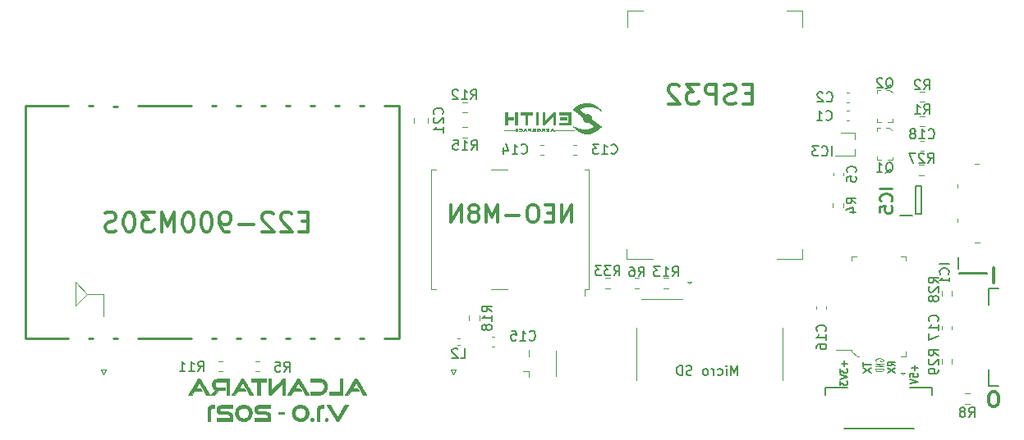
<source format=gbo>
G04 #@! TF.GenerationSoftware,KiCad,Pcbnew,(5.1.10)-1*
G04 #@! TF.CreationDate,2022-02-22T01:10:42-03:00*
G04 #@! TF.ProjectId,Alcantara_v.1.0,416c6361-6e74-4617-9261-5f762e312e30,rev?*
G04 #@! TF.SameCoordinates,Original*
G04 #@! TF.FileFunction,Legend,Bot*
G04 #@! TF.FilePolarity,Positive*
%FSLAX46Y46*%
G04 Gerber Fmt 4.6, Leading zero omitted, Abs format (unit mm)*
G04 Created by KiCad (PCBNEW (5.1.10)-1) date 2022-02-22 01:10:42*
%MOMM*%
%LPD*%
G01*
G04 APERTURE LIST*
%ADD10C,0.300000*%
%ADD11C,0.150000*%
%ADD12C,0.120000*%
%ADD13C,0.200000*%
%ADD14C,0.010000*%
%ADD15C,0.100000*%
%ADD16C,0.250000*%
%ADD17C,0.127000*%
%ADD18C,0.254000*%
%ADD19R,0.600000X1.250000*%
%ADD20R,1.100000X2.400000*%
%ADD21R,0.620000X1.400000*%
%ADD22C,1.800000*%
%ADD23R,1.800000X1.800000*%
%ADD24R,2.000000X1.000000*%
%ADD25R,2.100000X3.000000*%
%ADD26R,0.800000X1.600000*%
%ADD27R,1.250000X0.500000*%
%ADD28R,1.750000X0.450000*%
%ADD29R,5.000000X5.000000*%
%ADD30R,2.000000X0.900000*%
%ADD31R,0.900000X2.000000*%
%ADD32R,0.700000X0.450000*%
%ADD33R,1.500000X5.080000*%
%ADD34R,1.900000X1.800000*%
%ADD35R,1.900000X1.900000*%
%ADD36R,1.600000X2.100000*%
%ADD37R,1.350000X0.400000*%
%ADD38R,2.200000X1.050000*%
%ADD39R,1.050000X1.000000*%
G04 APERTURE END LIST*
D10*
X110481285Y-44375285D02*
X110481285Y-42575285D01*
X109452714Y-44375285D01*
X109452714Y-42575285D01*
X108595571Y-43432428D02*
X107995571Y-43432428D01*
X107738428Y-44375285D02*
X108595571Y-44375285D01*
X108595571Y-42575285D01*
X107738428Y-42575285D01*
X106624142Y-42575285D02*
X106281285Y-42575285D01*
X106109857Y-42661000D01*
X105938428Y-42832428D01*
X105852714Y-43175285D01*
X105852714Y-43775285D01*
X105938428Y-44118142D01*
X106109857Y-44289571D01*
X106281285Y-44375285D01*
X106624142Y-44375285D01*
X106795571Y-44289571D01*
X106967000Y-44118142D01*
X107052714Y-43775285D01*
X107052714Y-43175285D01*
X106967000Y-42832428D01*
X106795571Y-42661000D01*
X106624142Y-42575285D01*
X105081285Y-43689571D02*
X103709857Y-43689571D01*
X102852714Y-44375285D02*
X102852714Y-42575285D01*
X102252714Y-43861000D01*
X101652714Y-42575285D01*
X101652714Y-44375285D01*
X100538428Y-43346714D02*
X100709857Y-43261000D01*
X100795571Y-43175285D01*
X100881285Y-43003857D01*
X100881285Y-42918142D01*
X100795571Y-42746714D01*
X100709857Y-42661000D01*
X100538428Y-42575285D01*
X100195571Y-42575285D01*
X100024142Y-42661000D01*
X99938428Y-42746714D01*
X99852714Y-42918142D01*
X99852714Y-43003857D01*
X99938428Y-43175285D01*
X100024142Y-43261000D01*
X100195571Y-43346714D01*
X100538428Y-43346714D01*
X100709857Y-43432428D01*
X100795571Y-43518142D01*
X100881285Y-43689571D01*
X100881285Y-44032428D01*
X100795571Y-44203857D01*
X100709857Y-44289571D01*
X100538428Y-44375285D01*
X100195571Y-44375285D01*
X100024142Y-44289571D01*
X99938428Y-44203857D01*
X99852714Y-44032428D01*
X99852714Y-43689571D01*
X99938428Y-43518142D01*
X100024142Y-43432428D01*
X100195571Y-43346714D01*
X99081285Y-44375285D02*
X99081285Y-42575285D01*
X98052714Y-44375285D01*
X98052714Y-42575285D01*
X154130357Y-63432428D02*
X153844642Y-63432428D01*
X153701785Y-63361000D01*
X153558928Y-63218142D01*
X153487500Y-62932428D01*
X153487500Y-62432428D01*
X153558928Y-62146714D01*
X153701785Y-62003857D01*
X153844642Y-61932428D01*
X154130357Y-61932428D01*
X154273214Y-62003857D01*
X154416071Y-62146714D01*
X154487500Y-62432428D01*
X154487500Y-62932428D01*
X154416071Y-63218142D01*
X154273214Y-63361000D01*
X154130357Y-63432428D01*
X153987500Y-49105428D02*
X153987500Y-50605428D01*
D11*
X143846504Y-59217733D02*
X143465552Y-58984400D01*
X143846504Y-58817733D02*
X143046504Y-58817733D01*
X143046504Y-59084400D01*
X143084600Y-59151066D01*
X143122695Y-59184400D01*
X143198885Y-59217733D01*
X143313171Y-59217733D01*
X143389361Y-59184400D01*
X143427457Y-59151066D01*
X143465552Y-59084400D01*
X143465552Y-58817733D01*
X143046504Y-59451066D02*
X143846504Y-59917733D01*
X143046504Y-59917733D02*
X143846504Y-59451066D01*
X140531904Y-58877266D02*
X140531904Y-59277266D01*
X141331904Y-59077266D02*
X140531904Y-59077266D01*
X140531904Y-59443933D02*
X141331904Y-59910600D01*
X140531904Y-59910600D02*
X141331904Y-59443933D01*
D12*
X141840000Y-58750247D02*
X141801904Y-58702628D01*
X141801904Y-58631200D01*
X141840000Y-58559771D01*
X141916190Y-58512152D01*
X141992380Y-58488342D01*
X142144761Y-58464533D01*
X142259047Y-58464533D01*
X142411428Y-58488342D01*
X142487619Y-58512152D01*
X142563809Y-58559771D01*
X142601904Y-58631200D01*
X142601904Y-58678819D01*
X142563809Y-58750247D01*
X142525714Y-58774057D01*
X142259047Y-58774057D01*
X142259047Y-58678819D01*
X142601904Y-58988342D02*
X141801904Y-58988342D01*
X142601904Y-59274057D01*
X141801904Y-59274057D01*
X142601904Y-59512152D02*
X141801904Y-59512152D01*
X141801904Y-59631200D01*
X141840000Y-59702628D01*
X141916190Y-59750247D01*
X141992380Y-59774057D01*
X142144761Y-59797866D01*
X142259047Y-59797866D01*
X142411428Y-59774057D01*
X142487619Y-59750247D01*
X142563809Y-59702628D01*
X142601904Y-59631200D01*
X142601904Y-59512152D01*
D11*
X138614142Y-58710666D02*
X138614142Y-59244000D01*
X138918904Y-58977333D02*
X138309380Y-58977333D01*
X138118904Y-59510666D02*
X138118904Y-59944000D01*
X138423666Y-59710666D01*
X138423666Y-59810666D01*
X138461761Y-59877333D01*
X138499857Y-59910666D01*
X138576047Y-59944000D01*
X138766523Y-59944000D01*
X138842714Y-59910666D01*
X138880809Y-59877333D01*
X138918904Y-59810666D01*
X138918904Y-59610666D01*
X138880809Y-59544000D01*
X138842714Y-59510666D01*
X138118904Y-60144000D02*
X138918904Y-60377333D01*
X138118904Y-60610666D01*
X138118904Y-60777333D02*
X138118904Y-61210666D01*
X138423666Y-60977333D01*
X138423666Y-61077333D01*
X138461761Y-61144000D01*
X138499857Y-61177333D01*
X138576047Y-61210666D01*
X138766523Y-61210666D01*
X138842714Y-61177333D01*
X138880809Y-61144000D01*
X138918904Y-61077333D01*
X138918904Y-60877333D01*
X138880809Y-60810666D01*
X138842714Y-60777333D01*
X145853142Y-59171000D02*
X145853142Y-59704333D01*
X146157904Y-59437666D02*
X145548380Y-59437666D01*
X145357904Y-60371000D02*
X145357904Y-60037666D01*
X145738857Y-60004333D01*
X145700761Y-60037666D01*
X145662666Y-60104333D01*
X145662666Y-60271000D01*
X145700761Y-60337666D01*
X145738857Y-60371000D01*
X145815047Y-60404333D01*
X146005523Y-60404333D01*
X146081714Y-60371000D01*
X146119809Y-60337666D01*
X146157904Y-60271000D01*
X146157904Y-60104333D01*
X146119809Y-60037666D01*
X146081714Y-60004333D01*
X145357904Y-60604333D02*
X146157904Y-60837666D01*
X145357904Y-61071000D01*
D13*
X127579047Y-60193180D02*
X127579047Y-59193180D01*
X127245714Y-59907466D01*
X126912380Y-59193180D01*
X126912380Y-60193180D01*
X126436190Y-60193180D02*
X126436190Y-59526514D01*
X126436190Y-59193180D02*
X126483809Y-59240800D01*
X126436190Y-59288419D01*
X126388571Y-59240800D01*
X126436190Y-59193180D01*
X126436190Y-59288419D01*
X125531428Y-60145561D02*
X125626666Y-60193180D01*
X125817142Y-60193180D01*
X125912380Y-60145561D01*
X125960000Y-60097942D01*
X126007619Y-60002704D01*
X126007619Y-59716990D01*
X125960000Y-59621752D01*
X125912380Y-59574133D01*
X125817142Y-59526514D01*
X125626666Y-59526514D01*
X125531428Y-59574133D01*
X125102857Y-60193180D02*
X125102857Y-59526514D01*
X125102857Y-59716990D02*
X125055238Y-59621752D01*
X125007619Y-59574133D01*
X124912380Y-59526514D01*
X124817142Y-59526514D01*
X124340952Y-60193180D02*
X124436190Y-60145561D01*
X124483809Y-60097942D01*
X124531428Y-60002704D01*
X124531428Y-59716990D01*
X124483809Y-59621752D01*
X124436190Y-59574133D01*
X124340952Y-59526514D01*
X124198095Y-59526514D01*
X124102857Y-59574133D01*
X124055238Y-59621752D01*
X124007619Y-59716990D01*
X124007619Y-60002704D01*
X124055238Y-60097942D01*
X124102857Y-60145561D01*
X124198095Y-60193180D01*
X124340952Y-60193180D01*
X122864761Y-60145561D02*
X122721904Y-60193180D01*
X122483809Y-60193180D01*
X122388571Y-60145561D01*
X122340952Y-60097942D01*
X122293333Y-60002704D01*
X122293333Y-59907466D01*
X122340952Y-59812228D01*
X122388571Y-59764609D01*
X122483809Y-59716990D01*
X122674285Y-59669371D01*
X122769523Y-59621752D01*
X122817142Y-59574133D01*
X122864761Y-59478895D01*
X122864761Y-59383657D01*
X122817142Y-59288419D01*
X122769523Y-59240800D01*
X122674285Y-59193180D01*
X122436190Y-59193180D01*
X122293333Y-59240800D01*
X121864761Y-60193180D02*
X121864761Y-59193180D01*
X121626666Y-59193180D01*
X121483809Y-59240800D01*
X121388571Y-59336038D01*
X121340952Y-59431276D01*
X121293333Y-59621752D01*
X121293333Y-59764609D01*
X121340952Y-59955085D01*
X121388571Y-60050323D01*
X121483809Y-60145561D01*
X121626666Y-60193180D01*
X121864761Y-60193180D01*
D10*
X83326571Y-44307142D02*
X82659904Y-44307142D01*
X82374190Y-45354761D02*
X83326571Y-45354761D01*
X83326571Y-43354761D01*
X82374190Y-43354761D01*
X81612285Y-43545238D02*
X81517047Y-43450000D01*
X81326571Y-43354761D01*
X80850380Y-43354761D01*
X80659904Y-43450000D01*
X80564666Y-43545238D01*
X80469428Y-43735714D01*
X80469428Y-43926190D01*
X80564666Y-44211904D01*
X81707523Y-45354761D01*
X80469428Y-45354761D01*
X79707523Y-43545238D02*
X79612285Y-43450000D01*
X79421809Y-43354761D01*
X78945619Y-43354761D01*
X78755142Y-43450000D01*
X78659904Y-43545238D01*
X78564666Y-43735714D01*
X78564666Y-43926190D01*
X78659904Y-44211904D01*
X79802761Y-45354761D01*
X78564666Y-45354761D01*
X77707523Y-44592857D02*
X76183714Y-44592857D01*
X75136095Y-45354761D02*
X74755142Y-45354761D01*
X74564666Y-45259523D01*
X74469428Y-45164285D01*
X74278952Y-44878571D01*
X74183714Y-44497619D01*
X74183714Y-43735714D01*
X74278952Y-43545238D01*
X74374190Y-43450000D01*
X74564666Y-43354761D01*
X74945619Y-43354761D01*
X75136095Y-43450000D01*
X75231333Y-43545238D01*
X75326571Y-43735714D01*
X75326571Y-44211904D01*
X75231333Y-44402380D01*
X75136095Y-44497619D01*
X74945619Y-44592857D01*
X74564666Y-44592857D01*
X74374190Y-44497619D01*
X74278952Y-44402380D01*
X74183714Y-44211904D01*
X72945619Y-43354761D02*
X72755142Y-43354761D01*
X72564666Y-43450000D01*
X72469428Y-43545238D01*
X72374190Y-43735714D01*
X72278952Y-44116666D01*
X72278952Y-44592857D01*
X72374190Y-44973809D01*
X72469428Y-45164285D01*
X72564666Y-45259523D01*
X72755142Y-45354761D01*
X72945619Y-45354761D01*
X73136095Y-45259523D01*
X73231333Y-45164285D01*
X73326571Y-44973809D01*
X73421809Y-44592857D01*
X73421809Y-44116666D01*
X73326571Y-43735714D01*
X73231333Y-43545238D01*
X73136095Y-43450000D01*
X72945619Y-43354761D01*
X71040857Y-43354761D02*
X70850380Y-43354761D01*
X70659904Y-43450000D01*
X70564666Y-43545238D01*
X70469428Y-43735714D01*
X70374190Y-44116666D01*
X70374190Y-44592857D01*
X70469428Y-44973809D01*
X70564666Y-45164285D01*
X70659904Y-45259523D01*
X70850380Y-45354761D01*
X71040857Y-45354761D01*
X71231333Y-45259523D01*
X71326571Y-45164285D01*
X71421809Y-44973809D01*
X71517047Y-44592857D01*
X71517047Y-44116666D01*
X71421809Y-43735714D01*
X71326571Y-43545238D01*
X71231333Y-43450000D01*
X71040857Y-43354761D01*
X69517047Y-45354761D02*
X69517047Y-43354761D01*
X68850380Y-44783333D01*
X68183714Y-43354761D01*
X68183714Y-45354761D01*
X67421809Y-43354761D02*
X66183714Y-43354761D01*
X66850380Y-44116666D01*
X66564666Y-44116666D01*
X66374190Y-44211904D01*
X66278952Y-44307142D01*
X66183714Y-44497619D01*
X66183714Y-44973809D01*
X66278952Y-45164285D01*
X66374190Y-45259523D01*
X66564666Y-45354761D01*
X67136095Y-45354761D01*
X67326571Y-45259523D01*
X67421809Y-45164285D01*
X64945619Y-43354761D02*
X64755142Y-43354761D01*
X64564666Y-43450000D01*
X64469428Y-43545238D01*
X64374190Y-43735714D01*
X64278952Y-44116666D01*
X64278952Y-44592857D01*
X64374190Y-44973809D01*
X64469428Y-45164285D01*
X64564666Y-45259523D01*
X64755142Y-45354761D01*
X64945619Y-45354761D01*
X65136095Y-45259523D01*
X65231333Y-45164285D01*
X65326571Y-44973809D01*
X65421809Y-44592857D01*
X65421809Y-44116666D01*
X65326571Y-43735714D01*
X65231333Y-43545238D01*
X65136095Y-43450000D01*
X64945619Y-43354761D01*
X63517047Y-45259523D02*
X63231333Y-45354761D01*
X62755142Y-45354761D01*
X62564666Y-45259523D01*
X62469428Y-45164285D01*
X62374190Y-44973809D01*
X62374190Y-44783333D01*
X62469428Y-44592857D01*
X62564666Y-44497619D01*
X62755142Y-44402380D01*
X63136095Y-44307142D01*
X63326571Y-44211904D01*
X63421809Y-44116666D01*
X63517047Y-43926190D01*
X63517047Y-43735714D01*
X63421809Y-43545238D01*
X63326571Y-43450000D01*
X63136095Y-43354761D01*
X62659904Y-43354761D01*
X62374190Y-43450000D01*
X129101314Y-31099142D02*
X128434647Y-31099142D01*
X128148933Y-32146761D02*
X129101314Y-32146761D01*
X129101314Y-30146761D01*
X128148933Y-30146761D01*
X127387028Y-32051523D02*
X127101314Y-32146761D01*
X126625123Y-32146761D01*
X126434647Y-32051523D01*
X126339409Y-31956285D01*
X126244171Y-31765809D01*
X126244171Y-31575333D01*
X126339409Y-31384857D01*
X126434647Y-31289619D01*
X126625123Y-31194380D01*
X127006076Y-31099142D01*
X127196552Y-31003904D01*
X127291790Y-30908666D01*
X127387028Y-30718190D01*
X127387028Y-30527714D01*
X127291790Y-30337238D01*
X127196552Y-30242000D01*
X127006076Y-30146761D01*
X126529885Y-30146761D01*
X126244171Y-30242000D01*
X125387028Y-32146761D02*
X125387028Y-30146761D01*
X124625123Y-30146761D01*
X124434647Y-30242000D01*
X124339409Y-30337238D01*
X124244171Y-30527714D01*
X124244171Y-30813428D01*
X124339409Y-31003904D01*
X124434647Y-31099142D01*
X124625123Y-31194380D01*
X125387028Y-31194380D01*
X123577504Y-30146761D02*
X122339409Y-30146761D01*
X123006076Y-30908666D01*
X122720361Y-30908666D01*
X122529885Y-31003904D01*
X122434647Y-31099142D01*
X122339409Y-31289619D01*
X122339409Y-31765809D01*
X122434647Y-31956285D01*
X122529885Y-32051523D01*
X122720361Y-32146761D01*
X123291790Y-32146761D01*
X123482266Y-32051523D01*
X123577504Y-31956285D01*
X121577504Y-30337238D02*
X121482266Y-30242000D01*
X121291790Y-30146761D01*
X120815600Y-30146761D01*
X120625123Y-30242000D01*
X120529885Y-30337238D01*
X120434647Y-30527714D01*
X120434647Y-30718190D01*
X120529885Y-31003904D01*
X121672742Y-32146761D01*
X120434647Y-32146761D01*
D13*
X150410000Y-49577000D02*
X150410000Y-49727000D01*
X150410000Y-49727000D02*
X153330000Y-49727000D01*
X153330000Y-49727000D02*
X153330000Y-49577000D01*
X153330000Y-49577000D02*
X150410000Y-49577000D01*
X150370000Y-47977000D02*
X150370000Y-49227000D01*
D14*
G36*
X87253974Y-63275954D02*
G01*
X87075309Y-63276025D01*
X86702028Y-63909148D01*
X86657893Y-63983958D01*
X86616012Y-64054855D01*
X86576491Y-64121659D01*
X86539438Y-64184190D01*
X86504959Y-64242271D01*
X86473164Y-64295720D01*
X86444157Y-64344360D01*
X86418048Y-64388010D01*
X86394942Y-64426492D01*
X86374948Y-64459627D01*
X86358172Y-64487234D01*
X86344722Y-64509136D01*
X86334705Y-64525152D01*
X86328228Y-64535104D01*
X86325398Y-64538811D01*
X86325296Y-64538819D01*
X86323080Y-64535302D01*
X86317255Y-64525659D01*
X86308005Y-64510201D01*
X86295514Y-64489237D01*
X86279965Y-64463080D01*
X86261543Y-64432038D01*
X86240432Y-64396423D01*
X86216814Y-64356545D01*
X86190875Y-64312714D01*
X86162797Y-64265242D01*
X86132764Y-64214438D01*
X86100961Y-64160613D01*
X86067571Y-64104078D01*
X86032778Y-64045143D01*
X85996766Y-63984118D01*
X85959718Y-63921314D01*
X85951017Y-63906559D01*
X85580188Y-63277750D01*
X85415079Y-63276777D01*
X85374511Y-63276616D01*
X85339012Y-63276634D01*
X85308972Y-63276825D01*
X85284785Y-63277184D01*
X85266840Y-63277705D01*
X85255531Y-63278380D01*
X85251248Y-63279205D01*
X85251228Y-63279323D01*
X85253243Y-63282793D01*
X85258953Y-63292386D01*
X85268192Y-63307829D01*
X85280797Y-63328848D01*
X85296601Y-63355170D01*
X85315441Y-63386520D01*
X85337152Y-63422626D01*
X85361569Y-63463213D01*
X85388528Y-63508009D01*
X85417863Y-63556739D01*
X85449411Y-63609130D01*
X85483006Y-63664909D01*
X85518484Y-63723801D01*
X85555680Y-63785534D01*
X85594429Y-63849833D01*
X85634568Y-63916426D01*
X85675930Y-63985038D01*
X85718352Y-64055396D01*
X85730603Y-64075713D01*
X85781445Y-64160019D01*
X85828581Y-64238168D01*
X85872163Y-64310403D01*
X85912340Y-64376966D01*
X85949260Y-64438100D01*
X85983075Y-64494049D01*
X86013933Y-64545054D01*
X86041984Y-64591359D01*
X86067377Y-64633206D01*
X86090263Y-64670838D01*
X86110790Y-64704498D01*
X86129109Y-64734429D01*
X86145368Y-64760872D01*
X86159718Y-64784072D01*
X86172308Y-64804270D01*
X86183287Y-64821710D01*
X86192806Y-64836633D01*
X86201013Y-64849284D01*
X86208059Y-64859905D01*
X86214092Y-64868738D01*
X86219263Y-64876026D01*
X86223721Y-64882012D01*
X86227616Y-64886938D01*
X86231097Y-64891048D01*
X86234314Y-64894584D01*
X86236736Y-64897101D01*
X86256113Y-64915562D01*
X86273294Y-64928617D01*
X86290104Y-64937157D01*
X86308371Y-64942072D01*
X86329919Y-64944250D01*
X86333800Y-64944404D01*
X86357802Y-64944086D01*
X86377027Y-64941512D01*
X86382529Y-64940035D01*
X86404068Y-64930262D01*
X86426304Y-64915138D01*
X86447128Y-64896237D01*
X86458019Y-64883796D01*
X86461532Y-64878611D01*
X86468726Y-64867311D01*
X86479426Y-64850181D01*
X86493461Y-64827506D01*
X86510655Y-64799569D01*
X86530836Y-64766657D01*
X86553830Y-64729054D01*
X86579465Y-64687045D01*
X86607567Y-64640914D01*
X86637962Y-64590947D01*
X86670477Y-64537428D01*
X86704938Y-64480642D01*
X86741173Y-64420874D01*
X86779008Y-64358409D01*
X86818270Y-64293531D01*
X86858784Y-64226526D01*
X86900379Y-64157677D01*
X86942880Y-64087271D01*
X86946761Y-64080838D01*
X86989222Y-64010466D01*
X87030714Y-63941700D01*
X87071069Y-63874820D01*
X87110118Y-63810106D01*
X87147692Y-63747837D01*
X87183622Y-63688294D01*
X87217739Y-63631757D01*
X87249875Y-63578504D01*
X87279860Y-63528816D01*
X87307527Y-63482973D01*
X87332705Y-63441254D01*
X87355226Y-63403939D01*
X87374922Y-63371308D01*
X87391623Y-63343640D01*
X87405161Y-63321217D01*
X87415367Y-63304316D01*
X87422071Y-63293218D01*
X87425106Y-63288203D01*
X87425216Y-63288022D01*
X87432639Y-63275882D01*
X87253974Y-63275954D01*
G37*
X87253974Y-63275954D02*
X87075309Y-63276025D01*
X86702028Y-63909148D01*
X86657893Y-63983958D01*
X86616012Y-64054855D01*
X86576491Y-64121659D01*
X86539438Y-64184190D01*
X86504959Y-64242271D01*
X86473164Y-64295720D01*
X86444157Y-64344360D01*
X86418048Y-64388010D01*
X86394942Y-64426492D01*
X86374948Y-64459627D01*
X86358172Y-64487234D01*
X86344722Y-64509136D01*
X86334705Y-64525152D01*
X86328228Y-64535104D01*
X86325398Y-64538811D01*
X86325296Y-64538819D01*
X86323080Y-64535302D01*
X86317255Y-64525659D01*
X86308005Y-64510201D01*
X86295514Y-64489237D01*
X86279965Y-64463080D01*
X86261543Y-64432038D01*
X86240432Y-64396423D01*
X86216814Y-64356545D01*
X86190875Y-64312714D01*
X86162797Y-64265242D01*
X86132764Y-64214438D01*
X86100961Y-64160613D01*
X86067571Y-64104078D01*
X86032778Y-64045143D01*
X85996766Y-63984118D01*
X85959718Y-63921314D01*
X85951017Y-63906559D01*
X85580188Y-63277750D01*
X85415079Y-63276777D01*
X85374511Y-63276616D01*
X85339012Y-63276634D01*
X85308972Y-63276825D01*
X85284785Y-63277184D01*
X85266840Y-63277705D01*
X85255531Y-63278380D01*
X85251248Y-63279205D01*
X85251228Y-63279323D01*
X85253243Y-63282793D01*
X85258953Y-63292386D01*
X85268192Y-63307829D01*
X85280797Y-63328848D01*
X85296601Y-63355170D01*
X85315441Y-63386520D01*
X85337152Y-63422626D01*
X85361569Y-63463213D01*
X85388528Y-63508009D01*
X85417863Y-63556739D01*
X85449411Y-63609130D01*
X85483006Y-63664909D01*
X85518484Y-63723801D01*
X85555680Y-63785534D01*
X85594429Y-63849833D01*
X85634568Y-63916426D01*
X85675930Y-63985038D01*
X85718352Y-64055396D01*
X85730603Y-64075713D01*
X85781445Y-64160019D01*
X85828581Y-64238168D01*
X85872163Y-64310403D01*
X85912340Y-64376966D01*
X85949260Y-64438100D01*
X85983075Y-64494049D01*
X86013933Y-64545054D01*
X86041984Y-64591359D01*
X86067377Y-64633206D01*
X86090263Y-64670838D01*
X86110790Y-64704498D01*
X86129109Y-64734429D01*
X86145368Y-64760872D01*
X86159718Y-64784072D01*
X86172308Y-64804270D01*
X86183287Y-64821710D01*
X86192806Y-64836633D01*
X86201013Y-64849284D01*
X86208059Y-64859905D01*
X86214092Y-64868738D01*
X86219263Y-64876026D01*
X86223721Y-64882012D01*
X86227616Y-64886938D01*
X86231097Y-64891048D01*
X86234314Y-64894584D01*
X86236736Y-64897101D01*
X86256113Y-64915562D01*
X86273294Y-64928617D01*
X86290104Y-64937157D01*
X86308371Y-64942072D01*
X86329919Y-64944250D01*
X86333800Y-64944404D01*
X86357802Y-64944086D01*
X86377027Y-64941512D01*
X86382529Y-64940035D01*
X86404068Y-64930262D01*
X86426304Y-64915138D01*
X86447128Y-64896237D01*
X86458019Y-64883796D01*
X86461532Y-64878611D01*
X86468726Y-64867311D01*
X86479426Y-64850181D01*
X86493461Y-64827506D01*
X86510655Y-64799569D01*
X86530836Y-64766657D01*
X86553830Y-64729054D01*
X86579465Y-64687045D01*
X86607567Y-64640914D01*
X86637962Y-64590947D01*
X86670477Y-64537428D01*
X86704938Y-64480642D01*
X86741173Y-64420874D01*
X86779008Y-64358409D01*
X86818270Y-64293531D01*
X86858784Y-64226526D01*
X86900379Y-64157677D01*
X86942880Y-64087271D01*
X86946761Y-64080838D01*
X86989222Y-64010466D01*
X87030714Y-63941700D01*
X87071069Y-63874820D01*
X87110118Y-63810106D01*
X87147692Y-63747837D01*
X87183622Y-63688294D01*
X87217739Y-63631757D01*
X87249875Y-63578504D01*
X87279860Y-63528816D01*
X87307527Y-63482973D01*
X87332705Y-63441254D01*
X87355226Y-63403939D01*
X87374922Y-63371308D01*
X87391623Y-63343640D01*
X87405161Y-63321217D01*
X87415367Y-63304316D01*
X87422071Y-63293218D01*
X87425106Y-63288203D01*
X87425216Y-63288022D01*
X87432639Y-63275882D01*
X87253974Y-63275954D01*
G36*
X85147150Y-64635198D02*
G01*
X85115566Y-64645059D01*
X85087672Y-64660853D01*
X85064088Y-64682053D01*
X85045439Y-64708136D01*
X85032347Y-64738574D01*
X85026758Y-64762593D01*
X85024998Y-64796264D01*
X85030214Y-64828540D01*
X85041948Y-64858532D01*
X85059744Y-64885355D01*
X85083142Y-64908119D01*
X85110730Y-64925470D01*
X85125142Y-64932218D01*
X85136929Y-64936419D01*
X85149021Y-64938773D01*
X85164346Y-64939978D01*
X85173003Y-64940330D01*
X85190229Y-64940492D01*
X85206301Y-64939881D01*
X85218571Y-64938623D01*
X85221685Y-64938002D01*
X85246957Y-64928283D01*
X85271743Y-64912680D01*
X85294237Y-64892663D01*
X85312635Y-64869702D01*
X85319193Y-64858618D01*
X85330704Y-64829001D01*
X85335744Y-64797407D01*
X85334460Y-64765284D01*
X85327000Y-64734076D01*
X85313510Y-64705231D01*
X85301970Y-64688909D01*
X85278183Y-64664580D01*
X85252247Y-64647227D01*
X85223393Y-64636484D01*
X85190849Y-64631986D01*
X85181800Y-64631794D01*
X85147150Y-64635198D01*
G37*
X85147150Y-64635198D02*
X85115566Y-64645059D01*
X85087672Y-64660853D01*
X85064088Y-64682053D01*
X85045439Y-64708136D01*
X85032347Y-64738574D01*
X85026758Y-64762593D01*
X85024998Y-64796264D01*
X85030214Y-64828540D01*
X85041948Y-64858532D01*
X85059744Y-64885355D01*
X85083142Y-64908119D01*
X85110730Y-64925470D01*
X85125142Y-64932218D01*
X85136929Y-64936419D01*
X85149021Y-64938773D01*
X85164346Y-64939978D01*
X85173003Y-64940330D01*
X85190229Y-64940492D01*
X85206301Y-64939881D01*
X85218571Y-64938623D01*
X85221685Y-64938002D01*
X85246957Y-64928283D01*
X85271743Y-64912680D01*
X85294237Y-64892663D01*
X85312635Y-64869702D01*
X85319193Y-64858618D01*
X85330704Y-64829001D01*
X85335744Y-64797407D01*
X85334460Y-64765284D01*
X85327000Y-64734076D01*
X85313510Y-64705231D01*
X85301970Y-64688909D01*
X85278183Y-64664580D01*
X85252247Y-64647227D01*
X85223393Y-64636484D01*
X85190849Y-64631986D01*
X85181800Y-64631794D01*
X85147150Y-64635198D01*
G36*
X83688888Y-64633796D02*
G01*
X83675195Y-64634440D01*
X83664755Y-64635957D01*
X83655461Y-64638710D01*
X83645204Y-64643062D01*
X83640476Y-64645276D01*
X83613162Y-64662090D01*
X83589106Y-64684504D01*
X83570016Y-64710809D01*
X83564541Y-64721211D01*
X83559356Y-64732698D01*
X83555994Y-64742356D01*
X83554062Y-64752392D01*
X83553172Y-64765017D01*
X83552931Y-64782440D01*
X83552927Y-64786887D01*
X83553067Y-64805459D01*
X83553754Y-64818741D01*
X83555386Y-64828914D01*
X83558362Y-64838159D01*
X83563083Y-64848655D01*
X83564929Y-64852434D01*
X83579481Y-64876170D01*
X83598243Y-64898133D01*
X83619074Y-64915958D01*
X83627206Y-64921225D01*
X83653557Y-64932805D01*
X83683575Y-64939524D01*
X83715076Y-64941172D01*
X83745880Y-64937539D01*
X83759344Y-64933995D01*
X83786323Y-64921670D01*
X83810820Y-64903043D01*
X83831822Y-64879137D01*
X83848319Y-64850975D01*
X83853365Y-64838923D01*
X83858779Y-64817355D01*
X83861011Y-64791993D01*
X83860007Y-64765824D01*
X83855714Y-64741838D01*
X83855156Y-64739862D01*
X83842874Y-64710633D01*
X83824427Y-64684058D01*
X83801011Y-64661527D01*
X83773824Y-64644424D01*
X83772096Y-64643599D01*
X83761990Y-64639198D01*
X83752786Y-64636320D01*
X83742442Y-64634649D01*
X83728918Y-64633869D01*
X83710171Y-64633663D01*
X83707942Y-64633662D01*
X83688888Y-64633796D01*
G37*
X83688888Y-64633796D02*
X83675195Y-64634440D01*
X83664755Y-64635957D01*
X83655461Y-64638710D01*
X83645204Y-64643062D01*
X83640476Y-64645276D01*
X83613162Y-64662090D01*
X83589106Y-64684504D01*
X83570016Y-64710809D01*
X83564541Y-64721211D01*
X83559356Y-64732698D01*
X83555994Y-64742356D01*
X83554062Y-64752392D01*
X83553172Y-64765017D01*
X83552931Y-64782440D01*
X83552927Y-64786887D01*
X83553067Y-64805459D01*
X83553754Y-64818741D01*
X83555386Y-64828914D01*
X83558362Y-64838159D01*
X83563083Y-64848655D01*
X83564929Y-64852434D01*
X83579481Y-64876170D01*
X83598243Y-64898133D01*
X83619074Y-64915958D01*
X83627206Y-64921225D01*
X83653557Y-64932805D01*
X83683575Y-64939524D01*
X83715076Y-64941172D01*
X83745880Y-64937539D01*
X83759344Y-64933995D01*
X83786323Y-64921670D01*
X83810820Y-64903043D01*
X83831822Y-64879137D01*
X83848319Y-64850975D01*
X83853365Y-64838923D01*
X83858779Y-64817355D01*
X83861011Y-64791993D01*
X83860007Y-64765824D01*
X83855714Y-64741838D01*
X83855156Y-64739862D01*
X83842874Y-64710633D01*
X83824427Y-64684058D01*
X83801011Y-64661527D01*
X83773824Y-64644424D01*
X83772096Y-64643599D01*
X83761990Y-64639198D01*
X83752786Y-64636320D01*
X83742442Y-64634649D01*
X83728918Y-64633869D01*
X83710171Y-64633663D01*
X83707942Y-64633662D01*
X83688888Y-64633796D01*
G36*
X82425502Y-63256223D02*
G01*
X82366993Y-63261906D01*
X82311804Y-63270616D01*
X82294133Y-63274267D01*
X82223349Y-63293090D01*
X82152968Y-63317983D01*
X82084736Y-63348207D01*
X82020396Y-63383024D01*
X81986005Y-63404727D01*
X81949925Y-63429881D01*
X81918342Y-63454394D01*
X81888785Y-63480320D01*
X81858784Y-63509712D01*
X81855057Y-63513548D01*
X81805365Y-63570232D01*
X81761832Y-63631107D01*
X81724516Y-63696050D01*
X81693477Y-63764939D01*
X81668772Y-63837651D01*
X81650460Y-63914066D01*
X81643661Y-63954025D01*
X81640559Y-63981363D01*
X81638370Y-64013982D01*
X81637096Y-64050002D01*
X81636736Y-64087541D01*
X81637293Y-64124719D01*
X81638766Y-64159653D01*
X81641156Y-64190464D01*
X81643548Y-64209706D01*
X81658060Y-64285987D01*
X81677556Y-64357312D01*
X81702286Y-64424506D01*
X81722740Y-64469309D01*
X81750340Y-64521290D01*
X81779558Y-64568335D01*
X81811743Y-64612280D01*
X81848245Y-64654963D01*
X81890412Y-64698221D01*
X81891706Y-64699476D01*
X81950830Y-64752560D01*
X82011485Y-64798536D01*
X82074285Y-64837710D01*
X82139845Y-64870389D01*
X82208778Y-64896879D01*
X82281701Y-64917485D01*
X82359227Y-64932514D01*
X82359500Y-64932556D01*
X82379869Y-64934974D01*
X82405922Y-64936987D01*
X82435886Y-64938556D01*
X82467984Y-64939641D01*
X82500439Y-64940202D01*
X82531477Y-64940199D01*
X82559321Y-64939593D01*
X82582195Y-64938345D01*
X82589221Y-64937693D01*
X82605721Y-64935544D01*
X82626984Y-64932244D01*
X82650468Y-64928213D01*
X82673631Y-64923870D01*
X82677558Y-64923090D01*
X82748697Y-64905861D01*
X82815811Y-64883345D01*
X82879709Y-64855128D01*
X82941199Y-64820793D01*
X83001091Y-64779925D01*
X83060194Y-64732110D01*
X83074938Y-64719024D01*
X83123077Y-64671005D01*
X83168149Y-64616982D01*
X83209529Y-64558011D01*
X83246594Y-64495149D01*
X83278718Y-64429450D01*
X83305278Y-64361973D01*
X83325186Y-64295618D01*
X83339671Y-64224654D01*
X83348175Y-64150953D01*
X83348981Y-64127011D01*
X83057044Y-64127011D01*
X83053080Y-64181635D01*
X83044724Y-64233368D01*
X83031748Y-64283942D01*
X83025601Y-64303088D01*
X83008683Y-64348220D01*
X82990003Y-64387767D01*
X82968441Y-64423588D01*
X82942880Y-64457542D01*
X82912200Y-64491487D01*
X82912109Y-64491581D01*
X82865548Y-64534395D01*
X82815591Y-64570698D01*
X82762493Y-64600345D01*
X82706511Y-64623196D01*
X82647903Y-64639106D01*
X82646380Y-64639419D01*
X82589023Y-64648393D01*
X82527778Y-64652947D01*
X82464855Y-64652972D01*
X82423000Y-64650414D01*
X82365206Y-64643271D01*
X82312423Y-64632043D01*
X82263090Y-64616198D01*
X82215649Y-64595205D01*
X82168537Y-64568532D01*
X82152469Y-64558175D01*
X82105323Y-64522493D01*
X82063349Y-64481465D01*
X82026666Y-64435252D01*
X81995397Y-64384011D01*
X81969661Y-64327903D01*
X81961945Y-64307035D01*
X81953219Y-64281030D01*
X81946341Y-64257886D01*
X81941100Y-64236119D01*
X81937284Y-64214247D01*
X81934681Y-64190787D01*
X81933080Y-64164256D01*
X81932268Y-64133171D01*
X81932035Y-64097647D01*
X81932213Y-64061395D01*
X81932956Y-64031077D01*
X81934488Y-64005165D01*
X81937037Y-63982130D01*
X81940826Y-63960443D01*
X81946081Y-63938575D01*
X81953027Y-63914998D01*
X81961890Y-63888183D01*
X81963671Y-63882999D01*
X81980686Y-63838602D01*
X81999504Y-63799829D01*
X82021241Y-63764866D01*
X82047017Y-63731898D01*
X82075467Y-63701561D01*
X82120262Y-63662296D01*
X82169931Y-63628415D01*
X82224008Y-63600080D01*
X82282023Y-63577455D01*
X82343507Y-63560704D01*
X82407993Y-63549989D01*
X82475011Y-63545473D01*
X82521986Y-63546036D01*
X82592080Y-63552223D01*
X82658094Y-63564482D01*
X82719927Y-63582770D01*
X82777476Y-63607045D01*
X82830638Y-63637266D01*
X82879313Y-63673390D01*
X82916247Y-63707844D01*
X82943215Y-63737289D01*
X82965488Y-63765580D01*
X82984199Y-63794594D01*
X83000483Y-63826209D01*
X83015475Y-63862300D01*
X83024113Y-63886275D01*
X83038121Y-63932058D01*
X83047954Y-63976917D01*
X83054106Y-64023596D01*
X83056847Y-64067765D01*
X83057044Y-64127011D01*
X83348981Y-64127011D01*
X83350700Y-64075996D01*
X83347248Y-64001263D01*
X83337821Y-63928236D01*
X83324586Y-63866566D01*
X83304745Y-63802682D01*
X83278391Y-63738315D01*
X83246246Y-63674841D01*
X83209030Y-63613639D01*
X83167466Y-63556087D01*
X83152008Y-63537040D01*
X83107059Y-63488889D01*
X83056008Y-63444217D01*
X82999528Y-63403361D01*
X82938298Y-63366661D01*
X82872991Y-63334454D01*
X82804284Y-63307079D01*
X82732853Y-63284875D01*
X82659373Y-63268180D01*
X82596203Y-63258619D01*
X82542582Y-63254451D01*
X82484856Y-63253696D01*
X82425502Y-63256223D01*
G37*
X82425502Y-63256223D02*
X82366993Y-63261906D01*
X82311804Y-63270616D01*
X82294133Y-63274267D01*
X82223349Y-63293090D01*
X82152968Y-63317983D01*
X82084736Y-63348207D01*
X82020396Y-63383024D01*
X81986005Y-63404727D01*
X81949925Y-63429881D01*
X81918342Y-63454394D01*
X81888785Y-63480320D01*
X81858784Y-63509712D01*
X81855057Y-63513548D01*
X81805365Y-63570232D01*
X81761832Y-63631107D01*
X81724516Y-63696050D01*
X81693477Y-63764939D01*
X81668772Y-63837651D01*
X81650460Y-63914066D01*
X81643661Y-63954025D01*
X81640559Y-63981363D01*
X81638370Y-64013982D01*
X81637096Y-64050002D01*
X81636736Y-64087541D01*
X81637293Y-64124719D01*
X81638766Y-64159653D01*
X81641156Y-64190464D01*
X81643548Y-64209706D01*
X81658060Y-64285987D01*
X81677556Y-64357312D01*
X81702286Y-64424506D01*
X81722740Y-64469309D01*
X81750340Y-64521290D01*
X81779558Y-64568335D01*
X81811743Y-64612280D01*
X81848245Y-64654963D01*
X81890412Y-64698221D01*
X81891706Y-64699476D01*
X81950830Y-64752560D01*
X82011485Y-64798536D01*
X82074285Y-64837710D01*
X82139845Y-64870389D01*
X82208778Y-64896879D01*
X82281701Y-64917485D01*
X82359227Y-64932514D01*
X82359500Y-64932556D01*
X82379869Y-64934974D01*
X82405922Y-64936987D01*
X82435886Y-64938556D01*
X82467984Y-64939641D01*
X82500439Y-64940202D01*
X82531477Y-64940199D01*
X82559321Y-64939593D01*
X82582195Y-64938345D01*
X82589221Y-64937693D01*
X82605721Y-64935544D01*
X82626984Y-64932244D01*
X82650468Y-64928213D01*
X82673631Y-64923870D01*
X82677558Y-64923090D01*
X82748697Y-64905861D01*
X82815811Y-64883345D01*
X82879709Y-64855128D01*
X82941199Y-64820793D01*
X83001091Y-64779925D01*
X83060194Y-64732110D01*
X83074938Y-64719024D01*
X83123077Y-64671005D01*
X83168149Y-64616982D01*
X83209529Y-64558011D01*
X83246594Y-64495149D01*
X83278718Y-64429450D01*
X83305278Y-64361973D01*
X83325186Y-64295618D01*
X83339671Y-64224654D01*
X83348175Y-64150953D01*
X83348981Y-64127011D01*
X83057044Y-64127011D01*
X83053080Y-64181635D01*
X83044724Y-64233368D01*
X83031748Y-64283942D01*
X83025601Y-64303088D01*
X83008683Y-64348220D01*
X82990003Y-64387767D01*
X82968441Y-64423588D01*
X82942880Y-64457542D01*
X82912200Y-64491487D01*
X82912109Y-64491581D01*
X82865548Y-64534395D01*
X82815591Y-64570698D01*
X82762493Y-64600345D01*
X82706511Y-64623196D01*
X82647903Y-64639106D01*
X82646380Y-64639419D01*
X82589023Y-64648393D01*
X82527778Y-64652947D01*
X82464855Y-64652972D01*
X82423000Y-64650414D01*
X82365206Y-64643271D01*
X82312423Y-64632043D01*
X82263090Y-64616198D01*
X82215649Y-64595205D01*
X82168537Y-64568532D01*
X82152469Y-64558175D01*
X82105323Y-64522493D01*
X82063349Y-64481465D01*
X82026666Y-64435252D01*
X81995397Y-64384011D01*
X81969661Y-64327903D01*
X81961945Y-64307035D01*
X81953219Y-64281030D01*
X81946341Y-64257886D01*
X81941100Y-64236119D01*
X81937284Y-64214247D01*
X81934681Y-64190787D01*
X81933080Y-64164256D01*
X81932268Y-64133171D01*
X81932035Y-64097647D01*
X81932213Y-64061395D01*
X81932956Y-64031077D01*
X81934488Y-64005165D01*
X81937037Y-63982130D01*
X81940826Y-63960443D01*
X81946081Y-63938575D01*
X81953027Y-63914998D01*
X81961890Y-63888183D01*
X81963671Y-63882999D01*
X81980686Y-63838602D01*
X81999504Y-63799829D01*
X82021241Y-63764866D01*
X82047017Y-63731898D01*
X82075467Y-63701561D01*
X82120262Y-63662296D01*
X82169931Y-63628415D01*
X82224008Y-63600080D01*
X82282023Y-63577455D01*
X82343507Y-63560704D01*
X82407993Y-63549989D01*
X82475011Y-63545473D01*
X82521986Y-63546036D01*
X82592080Y-63552223D01*
X82658094Y-63564482D01*
X82719927Y-63582770D01*
X82777476Y-63607045D01*
X82830638Y-63637266D01*
X82879313Y-63673390D01*
X82916247Y-63707844D01*
X82943215Y-63737289D01*
X82965488Y-63765580D01*
X82984199Y-63794594D01*
X83000483Y-63826209D01*
X83015475Y-63862300D01*
X83024113Y-63886275D01*
X83038121Y-63932058D01*
X83047954Y-63976917D01*
X83054106Y-64023596D01*
X83056847Y-64067765D01*
X83057044Y-64127011D01*
X83348981Y-64127011D01*
X83350700Y-64075996D01*
X83347248Y-64001263D01*
X83337821Y-63928236D01*
X83324586Y-63866566D01*
X83304745Y-63802682D01*
X83278391Y-63738315D01*
X83246246Y-63674841D01*
X83209030Y-63613639D01*
X83167466Y-63556087D01*
X83152008Y-63537040D01*
X83107059Y-63488889D01*
X83056008Y-63444217D01*
X82999528Y-63403361D01*
X82938298Y-63366661D01*
X82872991Y-63334454D01*
X82804284Y-63307079D01*
X82732853Y-63284875D01*
X82659373Y-63268180D01*
X82596203Y-63258619D01*
X82542582Y-63254451D01*
X82484856Y-63253696D01*
X82425502Y-63256223D01*
G36*
X76522916Y-63260829D02*
G01*
X76443815Y-63274475D01*
X76366163Y-63294892D01*
X76290472Y-63321995D01*
X76217253Y-63355700D01*
X76147016Y-63395925D01*
X76092625Y-63433255D01*
X76036505Y-63479455D01*
X75985582Y-63530716D01*
X75939997Y-63586595D01*
X75899895Y-63646651D01*
X75865419Y-63710443D01*
X75836712Y-63777528D01*
X75813917Y-63847465D01*
X75797178Y-63919812D01*
X75786638Y-63994126D01*
X75782439Y-64069967D01*
X75784726Y-64146891D01*
X75793642Y-64224459D01*
X75809329Y-64302226D01*
X75810005Y-64304956D01*
X75832181Y-64378988D01*
X75861038Y-64450397D01*
X75896239Y-64518575D01*
X75937447Y-64582909D01*
X75984324Y-64642789D01*
X76014853Y-64676140D01*
X76074330Y-64732772D01*
X76136081Y-64782354D01*
X76200398Y-64825039D01*
X76267576Y-64860980D01*
X76337907Y-64890330D01*
X76411686Y-64913243D01*
X76489206Y-64929871D01*
X76506295Y-64932626D01*
X76521236Y-64934371D01*
X76541616Y-64936005D01*
X76565922Y-64937479D01*
X76592643Y-64938742D01*
X76620267Y-64939742D01*
X76647283Y-64940430D01*
X76672179Y-64940755D01*
X76693442Y-64940666D01*
X76709563Y-64940113D01*
X76715471Y-64939619D01*
X76783293Y-64930325D01*
X76845056Y-64918665D01*
X76901904Y-64904249D01*
X76954983Y-64886686D01*
X77005438Y-64865585D01*
X77054415Y-64840555D01*
X77103058Y-64811206D01*
X77115147Y-64803251D01*
X77178588Y-64756616D01*
X77237028Y-64704973D01*
X77289996Y-64648810D01*
X77337019Y-64588613D01*
X77366353Y-64543995D01*
X77406718Y-64471057D01*
X77439731Y-64396806D01*
X77465405Y-64321180D01*
X77483753Y-64244117D01*
X77494789Y-64165555D01*
X77498129Y-64093912D01*
X77202717Y-64093912D01*
X77202666Y-64123523D01*
X77202377Y-64147098D01*
X77201761Y-64166072D01*
X77200723Y-64181879D01*
X77199173Y-64195951D01*
X77197017Y-64209724D01*
X77194390Y-64223515D01*
X77187868Y-64251570D01*
X77179281Y-64282161D01*
X77169366Y-64313045D01*
X77158864Y-64341982D01*
X77148511Y-64366730D01*
X77144380Y-64375346D01*
X77116981Y-64422020D01*
X77083335Y-64466547D01*
X77044618Y-64507624D01*
X77002006Y-64543947D01*
X76975074Y-64562908D01*
X76925904Y-64591828D01*
X76876260Y-64614635D01*
X76824648Y-64631840D01*
X76769574Y-64643958D01*
X76719399Y-64650593D01*
X76697615Y-64651973D01*
X76670417Y-64652551D01*
X76639811Y-64652383D01*
X76607803Y-64651531D01*
X76576400Y-64650053D01*
X76547608Y-64648008D01*
X76523434Y-64645457D01*
X76517590Y-64644633D01*
X76459649Y-64632195D01*
X76403026Y-64612926D01*
X76348608Y-64587353D01*
X76297282Y-64556002D01*
X76249934Y-64519400D01*
X76207451Y-64478075D01*
X76178459Y-64443162D01*
X76156584Y-64410049D01*
X76136015Y-64371120D01*
X76117443Y-64328003D01*
X76101558Y-64282329D01*
X76089052Y-64235727D01*
X76087430Y-64228382D01*
X76083734Y-64205591D01*
X76080954Y-64177119D01*
X76079102Y-64144702D01*
X76078191Y-64110075D01*
X76078234Y-64074975D01*
X76079245Y-64041137D01*
X76081236Y-64010295D01*
X76084220Y-63984187D01*
X76085546Y-63976250D01*
X76091229Y-63950698D01*
X76099326Y-63920998D01*
X76109021Y-63889739D01*
X76119495Y-63859508D01*
X76129930Y-63832894D01*
X76133209Y-63825385D01*
X76155845Y-63783566D01*
X76185074Y-63743087D01*
X76220043Y-63704688D01*
X76259899Y-63669109D01*
X76303789Y-63637090D01*
X76350859Y-63609369D01*
X76400256Y-63586687D01*
X76414929Y-63581145D01*
X76468945Y-63565051D01*
X76526876Y-63553831D01*
X76587371Y-63547458D01*
X76649078Y-63545900D01*
X76710646Y-63549129D01*
X76770725Y-63557113D01*
X76827962Y-63569825D01*
X76881008Y-63587233D01*
X76891912Y-63591661D01*
X76946704Y-63618339D01*
X76997090Y-63650156D01*
X77042569Y-63686664D01*
X77082645Y-63727415D01*
X77116818Y-63771962D01*
X77143425Y-63817515D01*
X77154447Y-63841917D01*
X77165809Y-63871367D01*
X77176721Y-63903528D01*
X77186392Y-63936064D01*
X77194031Y-63966636D01*
X77194345Y-63968070D01*
X77197090Y-63981549D01*
X77199166Y-63994305D01*
X77200665Y-64007712D01*
X77201678Y-64023148D01*
X77202297Y-64041987D01*
X77202614Y-64065605D01*
X77202717Y-64093912D01*
X77498129Y-64093912D01*
X77498525Y-64085432D01*
X77494975Y-64003687D01*
X77490136Y-63959628D01*
X77478052Y-63893085D01*
X77459668Y-63826557D01*
X77435484Y-63760979D01*
X77406003Y-63697288D01*
X77371728Y-63636419D01*
X77333162Y-63579310D01*
X77290807Y-63526896D01*
X77245164Y-63480113D01*
X77221790Y-63459562D01*
X77161334Y-63413854D01*
X77095656Y-63372914D01*
X77025660Y-63337233D01*
X76952247Y-63307299D01*
X76922279Y-63297093D01*
X76843595Y-63275628D01*
X76763806Y-63261354D01*
X76683422Y-63254185D01*
X76602955Y-63254038D01*
X76522916Y-63260829D01*
G37*
X76522916Y-63260829D02*
X76443815Y-63274475D01*
X76366163Y-63294892D01*
X76290472Y-63321995D01*
X76217253Y-63355700D01*
X76147016Y-63395925D01*
X76092625Y-63433255D01*
X76036505Y-63479455D01*
X75985582Y-63530716D01*
X75939997Y-63586595D01*
X75899895Y-63646651D01*
X75865419Y-63710443D01*
X75836712Y-63777528D01*
X75813917Y-63847465D01*
X75797178Y-63919812D01*
X75786638Y-63994126D01*
X75782439Y-64069967D01*
X75784726Y-64146891D01*
X75793642Y-64224459D01*
X75809329Y-64302226D01*
X75810005Y-64304956D01*
X75832181Y-64378988D01*
X75861038Y-64450397D01*
X75896239Y-64518575D01*
X75937447Y-64582909D01*
X75984324Y-64642789D01*
X76014853Y-64676140D01*
X76074330Y-64732772D01*
X76136081Y-64782354D01*
X76200398Y-64825039D01*
X76267576Y-64860980D01*
X76337907Y-64890330D01*
X76411686Y-64913243D01*
X76489206Y-64929871D01*
X76506295Y-64932626D01*
X76521236Y-64934371D01*
X76541616Y-64936005D01*
X76565922Y-64937479D01*
X76592643Y-64938742D01*
X76620267Y-64939742D01*
X76647283Y-64940430D01*
X76672179Y-64940755D01*
X76693442Y-64940666D01*
X76709563Y-64940113D01*
X76715471Y-64939619D01*
X76783293Y-64930325D01*
X76845056Y-64918665D01*
X76901904Y-64904249D01*
X76954983Y-64886686D01*
X77005438Y-64865585D01*
X77054415Y-64840555D01*
X77103058Y-64811206D01*
X77115147Y-64803251D01*
X77178588Y-64756616D01*
X77237028Y-64704973D01*
X77289996Y-64648810D01*
X77337019Y-64588613D01*
X77366353Y-64543995D01*
X77406718Y-64471057D01*
X77439731Y-64396806D01*
X77465405Y-64321180D01*
X77483753Y-64244117D01*
X77494789Y-64165555D01*
X77498129Y-64093912D01*
X77202717Y-64093912D01*
X77202666Y-64123523D01*
X77202377Y-64147098D01*
X77201761Y-64166072D01*
X77200723Y-64181879D01*
X77199173Y-64195951D01*
X77197017Y-64209724D01*
X77194390Y-64223515D01*
X77187868Y-64251570D01*
X77179281Y-64282161D01*
X77169366Y-64313045D01*
X77158864Y-64341982D01*
X77148511Y-64366730D01*
X77144380Y-64375346D01*
X77116981Y-64422020D01*
X77083335Y-64466547D01*
X77044618Y-64507624D01*
X77002006Y-64543947D01*
X76975074Y-64562908D01*
X76925904Y-64591828D01*
X76876260Y-64614635D01*
X76824648Y-64631840D01*
X76769574Y-64643958D01*
X76719399Y-64650593D01*
X76697615Y-64651973D01*
X76670417Y-64652551D01*
X76639811Y-64652383D01*
X76607803Y-64651531D01*
X76576400Y-64650053D01*
X76547608Y-64648008D01*
X76523434Y-64645457D01*
X76517590Y-64644633D01*
X76459649Y-64632195D01*
X76403026Y-64612926D01*
X76348608Y-64587353D01*
X76297282Y-64556002D01*
X76249934Y-64519400D01*
X76207451Y-64478075D01*
X76178459Y-64443162D01*
X76156584Y-64410049D01*
X76136015Y-64371120D01*
X76117443Y-64328003D01*
X76101558Y-64282329D01*
X76089052Y-64235727D01*
X76087430Y-64228382D01*
X76083734Y-64205591D01*
X76080954Y-64177119D01*
X76079102Y-64144702D01*
X76078191Y-64110075D01*
X76078234Y-64074975D01*
X76079245Y-64041137D01*
X76081236Y-64010295D01*
X76084220Y-63984187D01*
X76085546Y-63976250D01*
X76091229Y-63950698D01*
X76099326Y-63920998D01*
X76109021Y-63889739D01*
X76119495Y-63859508D01*
X76129930Y-63832894D01*
X76133209Y-63825385D01*
X76155845Y-63783566D01*
X76185074Y-63743087D01*
X76220043Y-63704688D01*
X76259899Y-63669109D01*
X76303789Y-63637090D01*
X76350859Y-63609369D01*
X76400256Y-63586687D01*
X76414929Y-63581145D01*
X76468945Y-63565051D01*
X76526876Y-63553831D01*
X76587371Y-63547458D01*
X76649078Y-63545900D01*
X76710646Y-63549129D01*
X76770725Y-63557113D01*
X76827962Y-63569825D01*
X76881008Y-63587233D01*
X76891912Y-63591661D01*
X76946704Y-63618339D01*
X76997090Y-63650156D01*
X77042569Y-63686664D01*
X77082645Y-63727415D01*
X77116818Y-63771962D01*
X77143425Y-63817515D01*
X77154447Y-63841917D01*
X77165809Y-63871367D01*
X77176721Y-63903528D01*
X77186392Y-63936064D01*
X77194031Y-63966636D01*
X77194345Y-63968070D01*
X77197090Y-63981549D01*
X77199166Y-63994305D01*
X77200665Y-64007712D01*
X77201678Y-64023148D01*
X77202297Y-64041987D01*
X77202614Y-64065605D01*
X77202717Y-64093912D01*
X77498129Y-64093912D01*
X77498525Y-64085432D01*
X77494975Y-64003687D01*
X77490136Y-63959628D01*
X77478052Y-63893085D01*
X77459668Y-63826557D01*
X77435484Y-63760979D01*
X77406003Y-63697288D01*
X77371728Y-63636419D01*
X77333162Y-63579310D01*
X77290807Y-63526896D01*
X77245164Y-63480113D01*
X77221790Y-63459562D01*
X77161334Y-63413854D01*
X77095656Y-63372914D01*
X77025660Y-63337233D01*
X76952247Y-63307299D01*
X76922279Y-63297093D01*
X76843595Y-63275628D01*
X76763806Y-63261354D01*
X76683422Y-63254185D01*
X76602955Y-63254038D01*
X76522916Y-63260829D01*
G36*
X84762228Y-63276864D02*
G01*
X84723874Y-63277479D01*
X84692128Y-63278206D01*
X84666131Y-63279089D01*
X84645022Y-63280170D01*
X84627938Y-63281493D01*
X84614020Y-63283102D01*
X84603434Y-63284839D01*
X84543097Y-63299392D01*
X84488117Y-63319045D01*
X84438256Y-63343946D01*
X84393278Y-63374247D01*
X84352943Y-63410096D01*
X84317014Y-63451643D01*
X84299755Y-63475907D01*
X84273583Y-63521128D01*
X84252066Y-63571267D01*
X84235015Y-63626810D01*
X84226204Y-63666221D01*
X84225167Y-63671637D01*
X84224223Y-63676968D01*
X84223366Y-63682574D01*
X84222593Y-63688817D01*
X84221897Y-63696057D01*
X84221274Y-63704656D01*
X84220718Y-63714975D01*
X84220224Y-63727375D01*
X84219787Y-63742218D01*
X84219403Y-63759864D01*
X84219065Y-63780675D01*
X84218768Y-63805013D01*
X84218508Y-63833237D01*
X84218280Y-63865709D01*
X84218078Y-63902792D01*
X84217897Y-63944845D01*
X84217732Y-63992230D01*
X84217578Y-64045308D01*
X84217429Y-64104440D01*
X84217281Y-64169988D01*
X84217129Y-64242313D01*
X84216980Y-64315228D01*
X84215748Y-64923147D01*
X84499623Y-64923147D01*
X84500692Y-64337640D01*
X84501761Y-63752132D01*
X84510026Y-63722995D01*
X84524481Y-63683359D01*
X84543788Y-63649388D01*
X84568023Y-63621006D01*
X84597260Y-63598132D01*
X84631576Y-63580689D01*
X84655074Y-63572671D01*
X84663494Y-63570656D01*
X84673881Y-63569020D01*
X84687176Y-63567703D01*
X84704319Y-63566646D01*
X84726250Y-63565787D01*
X84753908Y-63565068D01*
X84782772Y-63564519D01*
X84888295Y-63562734D01*
X84888295Y-63275141D01*
X84762228Y-63276864D01*
G37*
X84762228Y-63276864D02*
X84723874Y-63277479D01*
X84692128Y-63278206D01*
X84666131Y-63279089D01*
X84645022Y-63280170D01*
X84627938Y-63281493D01*
X84614020Y-63283102D01*
X84603434Y-63284839D01*
X84543097Y-63299392D01*
X84488117Y-63319045D01*
X84438256Y-63343946D01*
X84393278Y-63374247D01*
X84352943Y-63410096D01*
X84317014Y-63451643D01*
X84299755Y-63475907D01*
X84273583Y-63521128D01*
X84252066Y-63571267D01*
X84235015Y-63626810D01*
X84226204Y-63666221D01*
X84225167Y-63671637D01*
X84224223Y-63676968D01*
X84223366Y-63682574D01*
X84222593Y-63688817D01*
X84221897Y-63696057D01*
X84221274Y-63704656D01*
X84220718Y-63714975D01*
X84220224Y-63727375D01*
X84219787Y-63742218D01*
X84219403Y-63759864D01*
X84219065Y-63780675D01*
X84218768Y-63805013D01*
X84218508Y-63833237D01*
X84218280Y-63865709D01*
X84218078Y-63902792D01*
X84217897Y-63944845D01*
X84217732Y-63992230D01*
X84217578Y-64045308D01*
X84217429Y-64104440D01*
X84217281Y-64169988D01*
X84217129Y-64242313D01*
X84216980Y-64315228D01*
X84215748Y-64923147D01*
X84499623Y-64923147D01*
X84500692Y-64337640D01*
X84501761Y-63752132D01*
X84510026Y-63722995D01*
X84524481Y-63683359D01*
X84543788Y-63649388D01*
X84568023Y-63621006D01*
X84597260Y-63598132D01*
X84631576Y-63580689D01*
X84655074Y-63572671D01*
X84663494Y-63570656D01*
X84673881Y-63569020D01*
X84687176Y-63567703D01*
X84704319Y-63566646D01*
X84726250Y-63565787D01*
X84753908Y-63565068D01*
X84782772Y-63564519D01*
X84888295Y-63562734D01*
X84888295Y-63275141D01*
X84762228Y-63276864D01*
G36*
X78782022Y-63276817D02*
G01*
X78703716Y-63276968D01*
X78632521Y-63277117D01*
X78568077Y-63277268D01*
X78510023Y-63277425D01*
X78458001Y-63277594D01*
X78411649Y-63277777D01*
X78370609Y-63277981D01*
X78334521Y-63278208D01*
X78303024Y-63278465D01*
X78275758Y-63278754D01*
X78252365Y-63279081D01*
X78232483Y-63279449D01*
X78215754Y-63279865D01*
X78201817Y-63280330D01*
X78190312Y-63280851D01*
X78180879Y-63281432D01*
X78173159Y-63282076D01*
X78166792Y-63282789D01*
X78161417Y-63283575D01*
X78156675Y-63284439D01*
X78156317Y-63284510D01*
X78095656Y-63299475D01*
X78040700Y-63318880D01*
X77991032Y-63342890D01*
X77962436Y-63360341D01*
X77944600Y-63373581D01*
X77924361Y-63390835D01*
X77903396Y-63410461D01*
X77883381Y-63430819D01*
X77865993Y-63450267D01*
X77852909Y-63467166D01*
X77852171Y-63468250D01*
X77825190Y-63514640D01*
X77804281Y-63564685D01*
X77789353Y-63618697D01*
X77780309Y-63676989D01*
X77777568Y-63716647D01*
X77778328Y-63779334D01*
X77785516Y-63838701D01*
X77799063Y-63894559D01*
X77818903Y-63946721D01*
X77844968Y-63994999D01*
X77877189Y-64039205D01*
X77904941Y-64069171D01*
X77943357Y-64103136D01*
X77984003Y-64131713D01*
X78027882Y-64155404D01*
X78075999Y-64174710D01*
X78129358Y-64190132D01*
X78161030Y-64197086D01*
X78166951Y-64198134D01*
X78173876Y-64199072D01*
X78182263Y-64199910D01*
X78192574Y-64200657D01*
X78205269Y-64201325D01*
X78220806Y-64201922D01*
X78239648Y-64202459D01*
X78262254Y-64202944D01*
X78289083Y-64203389D01*
X78320597Y-64203802D01*
X78357255Y-64204194D01*
X78399517Y-64204575D01*
X78447844Y-64204953D01*
X78502696Y-64205340D01*
X78564532Y-64205744D01*
X78568177Y-64205768D01*
X78629413Y-64206159D01*
X78683644Y-64206516D01*
X78731332Y-64206853D01*
X78772943Y-64207180D01*
X78808940Y-64207511D01*
X78839788Y-64207856D01*
X78865950Y-64208229D01*
X78887893Y-64208640D01*
X78906078Y-64209103D01*
X78920972Y-64209630D01*
X78933037Y-64210231D01*
X78942739Y-64210921D01*
X78950541Y-64211710D01*
X78956908Y-64212611D01*
X78962304Y-64213636D01*
X78967193Y-64214797D01*
X78972039Y-64216105D01*
X78972761Y-64216307D01*
X79010165Y-64229809D01*
X79041726Y-64247882D01*
X79067677Y-64270750D01*
X79088252Y-64298638D01*
X79103683Y-64331768D01*
X79108575Y-64346915D01*
X79110293Y-64354043D01*
X79111714Y-64362885D01*
X79112879Y-64374250D01*
X79113828Y-64388946D01*
X79114603Y-64407782D01*
X79115243Y-64431566D01*
X79115789Y-64461108D01*
X79116281Y-64497215D01*
X79116338Y-64501993D01*
X79117912Y-64635529D01*
X77802442Y-64635529D01*
X77802442Y-64923147D01*
X79390324Y-64923147D01*
X79388909Y-64634596D01*
X79388641Y-64581202D01*
X79388386Y-64534723D01*
X79388128Y-64494600D01*
X79387850Y-64460278D01*
X79387537Y-64431200D01*
X79387172Y-64406808D01*
X79386739Y-64386547D01*
X79386221Y-64369859D01*
X79385604Y-64356187D01*
X79384870Y-64344976D01*
X79384003Y-64335668D01*
X79382987Y-64327706D01*
X79381807Y-64320535D01*
X79380445Y-64313596D01*
X79379449Y-64308918D01*
X79371496Y-64275411D01*
X79362945Y-64246575D01*
X79352848Y-64219619D01*
X79340261Y-64191750D01*
X79338560Y-64188255D01*
X79312980Y-64144414D01*
X79281429Y-64104933D01*
X79244087Y-64069937D01*
X79201135Y-64039547D01*
X79152754Y-64013887D01*
X79099124Y-63993081D01*
X79040426Y-63977250D01*
X79023474Y-63973796D01*
X79016331Y-63972472D01*
X79009319Y-63971295D01*
X79001957Y-63970255D01*
X78993763Y-63969338D01*
X78984257Y-63968534D01*
X78972958Y-63967829D01*
X78959385Y-63967211D01*
X78943056Y-63966669D01*
X78923492Y-63966190D01*
X78900211Y-63965763D01*
X78872733Y-63965375D01*
X78840576Y-63965013D01*
X78803260Y-63964667D01*
X78760304Y-63964323D01*
X78711227Y-63963970D01*
X78655548Y-63963596D01*
X78605530Y-63963270D01*
X78543491Y-63962859D01*
X78488478Y-63962468D01*
X78440047Y-63962088D01*
X78397754Y-63961710D01*
X78361154Y-63961324D01*
X78329804Y-63960920D01*
X78303259Y-63960488D01*
X78281075Y-63960020D01*
X78262808Y-63959505D01*
X78248013Y-63958935D01*
X78236246Y-63958299D01*
X78227063Y-63957588D01*
X78220020Y-63956792D01*
X78214673Y-63955902D01*
X78210577Y-63954908D01*
X78210078Y-63954760D01*
X78176453Y-63941825D01*
X78147661Y-63924534D01*
X78125682Y-63905696D01*
X78105059Y-63881779D01*
X78089968Y-63855688D01*
X78080008Y-63826329D01*
X78074780Y-63792608D01*
X78073727Y-63763338D01*
X78076715Y-63721981D01*
X78085355Y-63685474D01*
X78099770Y-63653646D01*
X78120081Y-63626325D01*
X78146411Y-63603342D01*
X78178881Y-63584523D01*
X78209589Y-63572274D01*
X78212595Y-63571352D01*
X78216093Y-63570515D01*
X78220444Y-63569757D01*
X78226006Y-63569074D01*
X78233142Y-63568462D01*
X78242211Y-63567914D01*
X78253575Y-63567428D01*
X78267592Y-63566996D01*
X78284624Y-63566616D01*
X78305032Y-63566282D01*
X78329176Y-63565989D01*
X78357415Y-63565732D01*
X78390112Y-63565507D01*
X78427625Y-63565309D01*
X78470316Y-63565133D01*
X78518545Y-63564974D01*
X78572673Y-63564828D01*
X78633060Y-63564689D01*
X78700066Y-63564552D01*
X78774052Y-63564414D01*
X78802567Y-63564363D01*
X79375000Y-63563339D01*
X79375000Y-63275705D01*
X78782022Y-63276817D01*
G37*
X78782022Y-63276817D02*
X78703716Y-63276968D01*
X78632521Y-63277117D01*
X78568077Y-63277268D01*
X78510023Y-63277425D01*
X78458001Y-63277594D01*
X78411649Y-63277777D01*
X78370609Y-63277981D01*
X78334521Y-63278208D01*
X78303024Y-63278465D01*
X78275758Y-63278754D01*
X78252365Y-63279081D01*
X78232483Y-63279449D01*
X78215754Y-63279865D01*
X78201817Y-63280330D01*
X78190312Y-63280851D01*
X78180879Y-63281432D01*
X78173159Y-63282076D01*
X78166792Y-63282789D01*
X78161417Y-63283575D01*
X78156675Y-63284439D01*
X78156317Y-63284510D01*
X78095656Y-63299475D01*
X78040700Y-63318880D01*
X77991032Y-63342890D01*
X77962436Y-63360341D01*
X77944600Y-63373581D01*
X77924361Y-63390835D01*
X77903396Y-63410461D01*
X77883381Y-63430819D01*
X77865993Y-63450267D01*
X77852909Y-63467166D01*
X77852171Y-63468250D01*
X77825190Y-63514640D01*
X77804281Y-63564685D01*
X77789353Y-63618697D01*
X77780309Y-63676989D01*
X77777568Y-63716647D01*
X77778328Y-63779334D01*
X77785516Y-63838701D01*
X77799063Y-63894559D01*
X77818903Y-63946721D01*
X77844968Y-63994999D01*
X77877189Y-64039205D01*
X77904941Y-64069171D01*
X77943357Y-64103136D01*
X77984003Y-64131713D01*
X78027882Y-64155404D01*
X78075999Y-64174710D01*
X78129358Y-64190132D01*
X78161030Y-64197086D01*
X78166951Y-64198134D01*
X78173876Y-64199072D01*
X78182263Y-64199910D01*
X78192574Y-64200657D01*
X78205269Y-64201325D01*
X78220806Y-64201922D01*
X78239648Y-64202459D01*
X78262254Y-64202944D01*
X78289083Y-64203389D01*
X78320597Y-64203802D01*
X78357255Y-64204194D01*
X78399517Y-64204575D01*
X78447844Y-64204953D01*
X78502696Y-64205340D01*
X78564532Y-64205744D01*
X78568177Y-64205768D01*
X78629413Y-64206159D01*
X78683644Y-64206516D01*
X78731332Y-64206853D01*
X78772943Y-64207180D01*
X78808940Y-64207511D01*
X78839788Y-64207856D01*
X78865950Y-64208229D01*
X78887893Y-64208640D01*
X78906078Y-64209103D01*
X78920972Y-64209630D01*
X78933037Y-64210231D01*
X78942739Y-64210921D01*
X78950541Y-64211710D01*
X78956908Y-64212611D01*
X78962304Y-64213636D01*
X78967193Y-64214797D01*
X78972039Y-64216105D01*
X78972761Y-64216307D01*
X79010165Y-64229809D01*
X79041726Y-64247882D01*
X79067677Y-64270750D01*
X79088252Y-64298638D01*
X79103683Y-64331768D01*
X79108575Y-64346915D01*
X79110293Y-64354043D01*
X79111714Y-64362885D01*
X79112879Y-64374250D01*
X79113828Y-64388946D01*
X79114603Y-64407782D01*
X79115243Y-64431566D01*
X79115789Y-64461108D01*
X79116281Y-64497215D01*
X79116338Y-64501993D01*
X79117912Y-64635529D01*
X77802442Y-64635529D01*
X77802442Y-64923147D01*
X79390324Y-64923147D01*
X79388909Y-64634596D01*
X79388641Y-64581202D01*
X79388386Y-64534723D01*
X79388128Y-64494600D01*
X79387850Y-64460278D01*
X79387537Y-64431200D01*
X79387172Y-64406808D01*
X79386739Y-64386547D01*
X79386221Y-64369859D01*
X79385604Y-64356187D01*
X79384870Y-64344976D01*
X79384003Y-64335668D01*
X79382987Y-64327706D01*
X79381807Y-64320535D01*
X79380445Y-64313596D01*
X79379449Y-64308918D01*
X79371496Y-64275411D01*
X79362945Y-64246575D01*
X79352848Y-64219619D01*
X79340261Y-64191750D01*
X79338560Y-64188255D01*
X79312980Y-64144414D01*
X79281429Y-64104933D01*
X79244087Y-64069937D01*
X79201135Y-64039547D01*
X79152754Y-64013887D01*
X79099124Y-63993081D01*
X79040426Y-63977250D01*
X79023474Y-63973796D01*
X79016331Y-63972472D01*
X79009319Y-63971295D01*
X79001957Y-63970255D01*
X78993763Y-63969338D01*
X78984257Y-63968534D01*
X78972958Y-63967829D01*
X78959385Y-63967211D01*
X78943056Y-63966669D01*
X78923492Y-63966190D01*
X78900211Y-63965763D01*
X78872733Y-63965375D01*
X78840576Y-63965013D01*
X78803260Y-63964667D01*
X78760304Y-63964323D01*
X78711227Y-63963970D01*
X78655548Y-63963596D01*
X78605530Y-63963270D01*
X78543491Y-63962859D01*
X78488478Y-63962468D01*
X78440047Y-63962088D01*
X78397754Y-63961710D01*
X78361154Y-63961324D01*
X78329804Y-63960920D01*
X78303259Y-63960488D01*
X78281075Y-63960020D01*
X78262808Y-63959505D01*
X78248013Y-63958935D01*
X78236246Y-63958299D01*
X78227063Y-63957588D01*
X78220020Y-63956792D01*
X78214673Y-63955902D01*
X78210577Y-63954908D01*
X78210078Y-63954760D01*
X78176453Y-63941825D01*
X78147661Y-63924534D01*
X78125682Y-63905696D01*
X78105059Y-63881779D01*
X78089968Y-63855688D01*
X78080008Y-63826329D01*
X78074780Y-63792608D01*
X78073727Y-63763338D01*
X78076715Y-63721981D01*
X78085355Y-63685474D01*
X78099770Y-63653646D01*
X78120081Y-63626325D01*
X78146411Y-63603342D01*
X78178881Y-63584523D01*
X78209589Y-63572274D01*
X78212595Y-63571352D01*
X78216093Y-63570515D01*
X78220444Y-63569757D01*
X78226006Y-63569074D01*
X78233142Y-63568462D01*
X78242211Y-63567914D01*
X78253575Y-63567428D01*
X78267592Y-63566996D01*
X78284624Y-63566616D01*
X78305032Y-63566282D01*
X78329176Y-63565989D01*
X78357415Y-63565732D01*
X78390112Y-63565507D01*
X78427625Y-63565309D01*
X78470316Y-63565133D01*
X78518545Y-63564974D01*
X78572673Y-63564828D01*
X78633060Y-63564689D01*
X78700066Y-63564552D01*
X78774052Y-63564414D01*
X78802567Y-63564363D01*
X79375000Y-63563339D01*
X79375000Y-63275705D01*
X78782022Y-63276817D01*
G36*
X74887978Y-63275955D02*
G01*
X74808499Y-63275976D01*
X74736147Y-63276017D01*
X74670580Y-63276083D01*
X74611453Y-63276177D01*
X74558424Y-63276300D01*
X74511150Y-63276457D01*
X74469287Y-63276651D01*
X74432492Y-63276883D01*
X74400422Y-63277157D01*
X74372734Y-63277477D01*
X74349084Y-63277845D01*
X74329130Y-63278263D01*
X74312528Y-63278736D01*
X74298935Y-63279266D01*
X74288008Y-63279855D01*
X74279403Y-63280507D01*
X74272778Y-63281225D01*
X74272506Y-63281261D01*
X74209765Y-63292759D01*
X74151844Y-63309929D01*
X74098642Y-63332827D01*
X74050055Y-63361507D01*
X74005979Y-63396025D01*
X73966312Y-63436437D01*
X73954206Y-63451031D01*
X73930293Y-63485893D01*
X73909092Y-63526596D01*
X73891187Y-63571822D01*
X73877161Y-63620249D01*
X73874755Y-63630735D01*
X73871625Y-63649761D01*
X73869127Y-63674212D01*
X73867327Y-63702063D01*
X73866291Y-63731291D01*
X73866085Y-63759869D01*
X73866775Y-63785776D01*
X73868427Y-63806985D01*
X73868901Y-63810644D01*
X73880305Y-63867569D01*
X73897808Y-63921541D01*
X73921085Y-63971940D01*
X73949812Y-64018145D01*
X73983666Y-64059537D01*
X74014470Y-64088982D01*
X74053972Y-64119401D01*
X74095654Y-64144794D01*
X74140674Y-64165693D01*
X74190188Y-64182628D01*
X74245351Y-64196129D01*
X74250177Y-64197103D01*
X74256087Y-64198153D01*
X74262982Y-64199093D01*
X74271323Y-64199932D01*
X74281569Y-64200681D01*
X74294181Y-64201349D01*
X74309620Y-64201945D01*
X74328346Y-64202481D01*
X74350820Y-64202965D01*
X74377501Y-64203408D01*
X74408852Y-64203819D01*
X74445331Y-64204208D01*
X74487400Y-64204585D01*
X74535519Y-64204960D01*
X74590148Y-64205342D01*
X74651749Y-64205742D01*
X74657324Y-64205777D01*
X74718580Y-64206164D01*
X74772829Y-64206520D01*
X74820535Y-64206855D01*
X74862162Y-64207182D01*
X74898173Y-64207512D01*
X74929032Y-64207858D01*
X74955204Y-64208231D01*
X74977151Y-64208644D01*
X74995337Y-64209107D01*
X75010227Y-64209634D01*
X75022283Y-64210235D01*
X75031970Y-64210924D01*
X75039752Y-64211711D01*
X75046091Y-64212609D01*
X75051453Y-64213630D01*
X75056299Y-64214785D01*
X75061096Y-64216086D01*
X75061311Y-64216146D01*
X75098702Y-64229545D01*
X75130007Y-64247140D01*
X75155415Y-64269076D01*
X75175119Y-64295501D01*
X75181846Y-64308197D01*
X75187228Y-64319857D01*
X75191643Y-64330570D01*
X75195199Y-64341237D01*
X75198005Y-64352760D01*
X75200168Y-64366041D01*
X75201797Y-64381982D01*
X75203001Y-64401485D01*
X75203886Y-64425451D01*
X75204562Y-64454781D01*
X75205137Y-64490379D01*
X75205326Y-64503860D01*
X75207131Y-64635529D01*
X73891589Y-64635529D01*
X73891589Y-64923147D01*
X75479089Y-64923147D01*
X75479089Y-64656265D01*
X75479061Y-64602127D01*
X75478972Y-64554901D01*
X75478811Y-64514030D01*
X75478568Y-64478955D01*
X75478233Y-64449117D01*
X75477796Y-64423960D01*
X75477246Y-64402924D01*
X75476575Y-64385453D01*
X75475771Y-64370987D01*
X75474825Y-64358968D01*
X75473727Y-64348839D01*
X75473512Y-64347169D01*
X75462607Y-64287417D01*
X75446329Y-64232826D01*
X75424618Y-64183306D01*
X75397413Y-64138765D01*
X75364654Y-64099113D01*
X75326279Y-64064258D01*
X75282228Y-64034108D01*
X75255330Y-64019383D01*
X75231296Y-64008680D01*
X75202080Y-63997934D01*
X75169932Y-63987858D01*
X75137103Y-63979169D01*
X75111215Y-63973573D01*
X75104249Y-63972289D01*
X75097296Y-63971148D01*
X75089876Y-63970137D01*
X75081510Y-63969246D01*
X75071717Y-63968462D01*
X75060019Y-63967774D01*
X75045936Y-63967169D01*
X75028988Y-63966635D01*
X75008697Y-63966162D01*
X74984582Y-63965737D01*
X74956164Y-63965347D01*
X74922963Y-63964983D01*
X74884500Y-63964630D01*
X74840296Y-63964278D01*
X74789871Y-63963915D01*
X74732745Y-63963529D01*
X74694677Y-63963279D01*
X74632250Y-63962877D01*
X74576828Y-63962515D01*
X74527947Y-63962168D01*
X74485141Y-63961810D01*
X74447944Y-63961414D01*
X74415893Y-63960954D01*
X74388521Y-63960405D01*
X74365364Y-63959739D01*
X74345957Y-63958930D01*
X74329835Y-63957954D01*
X74316532Y-63956782D01*
X74305584Y-63955390D01*
X74296525Y-63953751D01*
X74288891Y-63951838D01*
X74282216Y-63949626D01*
X74276036Y-63947089D01*
X74269884Y-63944200D01*
X74263297Y-63940933D01*
X74258893Y-63938756D01*
X74240008Y-63927300D01*
X74220687Y-63911835D01*
X74203115Y-63894390D01*
X74189477Y-63876991D01*
X74185894Y-63871025D01*
X74175181Y-63848172D01*
X74168063Y-63824973D01*
X74164058Y-63799230D01*
X74162682Y-63768744D01*
X74162671Y-63765206D01*
X74165344Y-63723522D01*
X74173458Y-63686894D01*
X74187153Y-63655109D01*
X74206571Y-63627958D01*
X74231853Y-63605229D01*
X74263140Y-63586712D01*
X74289397Y-63575893D01*
X74319280Y-63565368D01*
X74891714Y-63564353D01*
X75464147Y-63563339D01*
X75464147Y-63275882D01*
X74887978Y-63275955D01*
G37*
X74887978Y-63275955D02*
X74808499Y-63275976D01*
X74736147Y-63276017D01*
X74670580Y-63276083D01*
X74611453Y-63276177D01*
X74558424Y-63276300D01*
X74511150Y-63276457D01*
X74469287Y-63276651D01*
X74432492Y-63276883D01*
X74400422Y-63277157D01*
X74372734Y-63277477D01*
X74349084Y-63277845D01*
X74329130Y-63278263D01*
X74312528Y-63278736D01*
X74298935Y-63279266D01*
X74288008Y-63279855D01*
X74279403Y-63280507D01*
X74272778Y-63281225D01*
X74272506Y-63281261D01*
X74209765Y-63292759D01*
X74151844Y-63309929D01*
X74098642Y-63332827D01*
X74050055Y-63361507D01*
X74005979Y-63396025D01*
X73966312Y-63436437D01*
X73954206Y-63451031D01*
X73930293Y-63485893D01*
X73909092Y-63526596D01*
X73891187Y-63571822D01*
X73877161Y-63620249D01*
X73874755Y-63630735D01*
X73871625Y-63649761D01*
X73869127Y-63674212D01*
X73867327Y-63702063D01*
X73866291Y-63731291D01*
X73866085Y-63759869D01*
X73866775Y-63785776D01*
X73868427Y-63806985D01*
X73868901Y-63810644D01*
X73880305Y-63867569D01*
X73897808Y-63921541D01*
X73921085Y-63971940D01*
X73949812Y-64018145D01*
X73983666Y-64059537D01*
X74014470Y-64088982D01*
X74053972Y-64119401D01*
X74095654Y-64144794D01*
X74140674Y-64165693D01*
X74190188Y-64182628D01*
X74245351Y-64196129D01*
X74250177Y-64197103D01*
X74256087Y-64198153D01*
X74262982Y-64199093D01*
X74271323Y-64199932D01*
X74281569Y-64200681D01*
X74294181Y-64201349D01*
X74309620Y-64201945D01*
X74328346Y-64202481D01*
X74350820Y-64202965D01*
X74377501Y-64203408D01*
X74408852Y-64203819D01*
X74445331Y-64204208D01*
X74487400Y-64204585D01*
X74535519Y-64204960D01*
X74590148Y-64205342D01*
X74651749Y-64205742D01*
X74657324Y-64205777D01*
X74718580Y-64206164D01*
X74772829Y-64206520D01*
X74820535Y-64206855D01*
X74862162Y-64207182D01*
X74898173Y-64207512D01*
X74929032Y-64207858D01*
X74955204Y-64208231D01*
X74977151Y-64208644D01*
X74995337Y-64209107D01*
X75010227Y-64209634D01*
X75022283Y-64210235D01*
X75031970Y-64210924D01*
X75039752Y-64211711D01*
X75046091Y-64212609D01*
X75051453Y-64213630D01*
X75056299Y-64214785D01*
X75061096Y-64216086D01*
X75061311Y-64216146D01*
X75098702Y-64229545D01*
X75130007Y-64247140D01*
X75155415Y-64269076D01*
X75175119Y-64295501D01*
X75181846Y-64308197D01*
X75187228Y-64319857D01*
X75191643Y-64330570D01*
X75195199Y-64341237D01*
X75198005Y-64352760D01*
X75200168Y-64366041D01*
X75201797Y-64381982D01*
X75203001Y-64401485D01*
X75203886Y-64425451D01*
X75204562Y-64454781D01*
X75205137Y-64490379D01*
X75205326Y-64503860D01*
X75207131Y-64635529D01*
X73891589Y-64635529D01*
X73891589Y-64923147D01*
X75479089Y-64923147D01*
X75479089Y-64656265D01*
X75479061Y-64602127D01*
X75478972Y-64554901D01*
X75478811Y-64514030D01*
X75478568Y-64478955D01*
X75478233Y-64449117D01*
X75477796Y-64423960D01*
X75477246Y-64402924D01*
X75476575Y-64385453D01*
X75475771Y-64370987D01*
X75474825Y-64358968D01*
X75473727Y-64348839D01*
X75473512Y-64347169D01*
X75462607Y-64287417D01*
X75446329Y-64232826D01*
X75424618Y-64183306D01*
X75397413Y-64138765D01*
X75364654Y-64099113D01*
X75326279Y-64064258D01*
X75282228Y-64034108D01*
X75255330Y-64019383D01*
X75231296Y-64008680D01*
X75202080Y-63997934D01*
X75169932Y-63987858D01*
X75137103Y-63979169D01*
X75111215Y-63973573D01*
X75104249Y-63972289D01*
X75097296Y-63971148D01*
X75089876Y-63970137D01*
X75081510Y-63969246D01*
X75071717Y-63968462D01*
X75060019Y-63967774D01*
X75045936Y-63967169D01*
X75028988Y-63966635D01*
X75008697Y-63966162D01*
X74984582Y-63965737D01*
X74956164Y-63965347D01*
X74922963Y-63964983D01*
X74884500Y-63964630D01*
X74840296Y-63964278D01*
X74789871Y-63963915D01*
X74732745Y-63963529D01*
X74694677Y-63963279D01*
X74632250Y-63962877D01*
X74576828Y-63962515D01*
X74527947Y-63962168D01*
X74485141Y-63961810D01*
X74447944Y-63961414D01*
X74415893Y-63960954D01*
X74388521Y-63960405D01*
X74365364Y-63959739D01*
X74345957Y-63958930D01*
X74329835Y-63957954D01*
X74316532Y-63956782D01*
X74305584Y-63955390D01*
X74296525Y-63953751D01*
X74288891Y-63951838D01*
X74282216Y-63949626D01*
X74276036Y-63947089D01*
X74269884Y-63944200D01*
X74263297Y-63940933D01*
X74258893Y-63938756D01*
X74240008Y-63927300D01*
X74220687Y-63911835D01*
X74203115Y-63894390D01*
X74189477Y-63876991D01*
X74185894Y-63871025D01*
X74175181Y-63848172D01*
X74168063Y-63824973D01*
X74164058Y-63799230D01*
X74162682Y-63768744D01*
X74162671Y-63765206D01*
X74165344Y-63723522D01*
X74173458Y-63686894D01*
X74187153Y-63655109D01*
X74206571Y-63627958D01*
X74231853Y-63605229D01*
X74263140Y-63586712D01*
X74289397Y-63575893D01*
X74319280Y-63565368D01*
X74891714Y-63564353D01*
X75464147Y-63563339D01*
X75464147Y-63275882D01*
X74887978Y-63275955D01*
G36*
X73498449Y-63276779D02*
G01*
X73462858Y-63277276D01*
X73433729Y-63277810D01*
X73410055Y-63278438D01*
X73390827Y-63279220D01*
X73375039Y-63280216D01*
X73361681Y-63281482D01*
X73349747Y-63283080D01*
X73338228Y-63285067D01*
X73330517Y-63286588D01*
X73275272Y-63300287D01*
X73225706Y-63317772D01*
X73180827Y-63339468D01*
X73139642Y-63365796D01*
X73132733Y-63370916D01*
X73091190Y-63406811D01*
X73054985Y-63447615D01*
X73024042Y-63493466D01*
X72998280Y-63544499D01*
X72977623Y-63600850D01*
X72961991Y-63662656D01*
X72960618Y-63669573D01*
X72959574Y-63675042D01*
X72958624Y-63680411D01*
X72957763Y-63686041D01*
X72956985Y-63692293D01*
X72956286Y-63699531D01*
X72955659Y-63708117D01*
X72955100Y-63718411D01*
X72954604Y-63730776D01*
X72954165Y-63745575D01*
X72953778Y-63763168D01*
X72953438Y-63783919D01*
X72953140Y-63808189D01*
X72952879Y-63836340D01*
X72952649Y-63868734D01*
X72952445Y-63905734D01*
X72952263Y-63947700D01*
X72952096Y-63994996D01*
X72951940Y-64047982D01*
X72951790Y-64107022D01*
X72951640Y-64172477D01*
X72951485Y-64244709D01*
X72951334Y-64317096D01*
X72950079Y-64923147D01*
X73233954Y-64923147D01*
X73235169Y-64339507D01*
X73235334Y-64262011D01*
X73235494Y-64191626D01*
X73235654Y-64127992D01*
X73235819Y-64070749D01*
X73235992Y-64019538D01*
X73236180Y-63974000D01*
X73236386Y-63933774D01*
X73236615Y-63898501D01*
X73236872Y-63867821D01*
X73237162Y-63841375D01*
X73237490Y-63818803D01*
X73237859Y-63799744D01*
X73238275Y-63783841D01*
X73238742Y-63770732D01*
X73239265Y-63760058D01*
X73239850Y-63751460D01*
X73240499Y-63744578D01*
X73241219Y-63739052D01*
X73242013Y-63734522D01*
X73242888Y-63730630D01*
X73243117Y-63729721D01*
X73256110Y-63691084D01*
X73273839Y-63656948D01*
X73295858Y-63627937D01*
X73321720Y-63604675D01*
X73341516Y-63592331D01*
X73355303Y-63585335D01*
X73367841Y-63579706D01*
X73380186Y-63575279D01*
X73393395Y-63571888D01*
X73408523Y-63569367D01*
X73426627Y-63567552D01*
X73448764Y-63566276D01*
X73475988Y-63565374D01*
X73509357Y-63564681D01*
X73518993Y-63564517D01*
X73626383Y-63562744D01*
X73626383Y-63275149D01*
X73498449Y-63276779D01*
G37*
X73498449Y-63276779D02*
X73462858Y-63277276D01*
X73433729Y-63277810D01*
X73410055Y-63278438D01*
X73390827Y-63279220D01*
X73375039Y-63280216D01*
X73361681Y-63281482D01*
X73349747Y-63283080D01*
X73338228Y-63285067D01*
X73330517Y-63286588D01*
X73275272Y-63300287D01*
X73225706Y-63317772D01*
X73180827Y-63339468D01*
X73139642Y-63365796D01*
X73132733Y-63370916D01*
X73091190Y-63406811D01*
X73054985Y-63447615D01*
X73024042Y-63493466D01*
X72998280Y-63544499D01*
X72977623Y-63600850D01*
X72961991Y-63662656D01*
X72960618Y-63669573D01*
X72959574Y-63675042D01*
X72958624Y-63680411D01*
X72957763Y-63686041D01*
X72956985Y-63692293D01*
X72956286Y-63699531D01*
X72955659Y-63708117D01*
X72955100Y-63718411D01*
X72954604Y-63730776D01*
X72954165Y-63745575D01*
X72953778Y-63763168D01*
X72953438Y-63783919D01*
X72953140Y-63808189D01*
X72952879Y-63836340D01*
X72952649Y-63868734D01*
X72952445Y-63905734D01*
X72952263Y-63947700D01*
X72952096Y-63994996D01*
X72951940Y-64047982D01*
X72951790Y-64107022D01*
X72951640Y-64172477D01*
X72951485Y-64244709D01*
X72951334Y-64317096D01*
X72950079Y-64923147D01*
X73233954Y-64923147D01*
X73235169Y-64339507D01*
X73235334Y-64262011D01*
X73235494Y-64191626D01*
X73235654Y-64127992D01*
X73235819Y-64070749D01*
X73235992Y-64019538D01*
X73236180Y-63974000D01*
X73236386Y-63933774D01*
X73236615Y-63898501D01*
X73236872Y-63867821D01*
X73237162Y-63841375D01*
X73237490Y-63818803D01*
X73237859Y-63799744D01*
X73238275Y-63783841D01*
X73238742Y-63770732D01*
X73239265Y-63760058D01*
X73239850Y-63751460D01*
X73240499Y-63744578D01*
X73241219Y-63739052D01*
X73242013Y-63734522D01*
X73242888Y-63730630D01*
X73243117Y-63729721D01*
X73256110Y-63691084D01*
X73273839Y-63656948D01*
X73295858Y-63627937D01*
X73321720Y-63604675D01*
X73341516Y-63592331D01*
X73355303Y-63585335D01*
X73367841Y-63579706D01*
X73380186Y-63575279D01*
X73393395Y-63571888D01*
X73408523Y-63569367D01*
X73426627Y-63567552D01*
X73448764Y-63566276D01*
X73475988Y-63565374D01*
X73509357Y-63564681D01*
X73518993Y-63564517D01*
X73626383Y-63562744D01*
X73626383Y-63275149D01*
X73498449Y-63276779D01*
G36*
X80260265Y-64183559D02*
G01*
X80805618Y-64183559D01*
X80805618Y-63989324D01*
X80260265Y-63989324D01*
X80260265Y-64183559D01*
G37*
X80260265Y-64183559D02*
X80805618Y-64183559D01*
X80805618Y-63989324D01*
X80260265Y-63989324D01*
X80260265Y-64183559D01*
G36*
X80789913Y-60536237D02*
G01*
X80776860Y-60537151D01*
X80766140Y-60539290D01*
X80755186Y-60543157D01*
X80742118Y-60548939D01*
X80739340Y-60550106D01*
X80737071Y-60550880D01*
X80735119Y-60551448D01*
X80733291Y-60551996D01*
X80731396Y-60552710D01*
X80729240Y-60553778D01*
X80726632Y-60555386D01*
X80723379Y-60557719D01*
X80719288Y-60560965D01*
X80714168Y-60565310D01*
X80707827Y-60570941D01*
X80700070Y-60578044D01*
X80690708Y-60586805D01*
X80679546Y-60597411D01*
X80666393Y-60610049D01*
X80651056Y-60624905D01*
X80633343Y-60642165D01*
X80613062Y-60662016D01*
X80590020Y-60684645D01*
X80564025Y-60710237D01*
X80534884Y-60738980D01*
X80502406Y-60771060D01*
X80466398Y-60806663D01*
X80426667Y-60845976D01*
X80383022Y-60889185D01*
X80335269Y-60936478D01*
X80283217Y-60988039D01*
X80226673Y-61044056D01*
X80165445Y-61104716D01*
X80099340Y-61170204D01*
X80028167Y-61240707D01*
X80008133Y-61260551D01*
X79518809Y-61745221D01*
X79516919Y-60541555D01*
X79242397Y-60543515D01*
X79242397Y-61316721D01*
X79242404Y-61408250D01*
X79242424Y-61492595D01*
X79242461Y-61570044D01*
X79242515Y-61640882D01*
X79242589Y-61705397D01*
X79242685Y-61763876D01*
X79242804Y-61816605D01*
X79242948Y-61863871D01*
X79243120Y-61905962D01*
X79243321Y-61943163D01*
X79243552Y-61975762D01*
X79243817Y-62004046D01*
X79244116Y-62028301D01*
X79244451Y-62048815D01*
X79244825Y-62065874D01*
X79245240Y-62079764D01*
X79245696Y-62090773D01*
X79246197Y-62099188D01*
X79246744Y-62105295D01*
X79247338Y-62109382D01*
X79247578Y-62110471D01*
X79258689Y-62142164D01*
X79274687Y-62169585D01*
X79294948Y-62191905D01*
X79318850Y-62208293D01*
X79322173Y-62209935D01*
X79335189Y-62215325D01*
X79348155Y-62218635D01*
X79363909Y-62220443D01*
X79376868Y-62221082D01*
X79393981Y-62221208D01*
X79410045Y-62220522D01*
X79422298Y-62219166D01*
X79424950Y-62218616D01*
X79435576Y-62215014D01*
X79449703Y-62209014D01*
X79464328Y-62201894D01*
X79464754Y-62201670D01*
X79468126Y-62199734D01*
X79472083Y-62197092D01*
X79476850Y-62193525D01*
X79482652Y-62188812D01*
X79489715Y-62182733D01*
X79498262Y-62175067D01*
X79508520Y-62165592D01*
X79520712Y-62154090D01*
X79535065Y-62140339D01*
X79551803Y-62124119D01*
X79571151Y-62105210D01*
X79593334Y-62083390D01*
X79618577Y-62058439D01*
X79647105Y-62030137D01*
X79679144Y-61998263D01*
X79714917Y-61962597D01*
X79754651Y-61922918D01*
X79798570Y-61879006D01*
X79846899Y-61830640D01*
X79899863Y-61777599D01*
X79957687Y-61719663D01*
X80008743Y-61668494D01*
X80061858Y-61615249D01*
X80114236Y-61562737D01*
X80165573Y-61511260D01*
X80215567Y-61461121D01*
X80263918Y-61412624D01*
X80310322Y-61366071D01*
X80354477Y-61321765D01*
X80396083Y-61280010D01*
X80434836Y-61241108D01*
X80470435Y-61205364D01*
X80502578Y-61173079D01*
X80530962Y-61144557D01*
X80555286Y-61120102D01*
X80575249Y-61100015D01*
X80590547Y-61084601D01*
X80600878Y-61074163D01*
X80601111Y-61073927D01*
X80674831Y-60999221D01*
X80674883Y-62203853D01*
X80955030Y-62203853D01*
X80955030Y-61444230D01*
X80955013Y-61358419D01*
X80954962Y-61276378D01*
X80954879Y-61198362D01*
X80954764Y-61124626D01*
X80954620Y-61055422D01*
X80954446Y-60991005D01*
X80954245Y-60931629D01*
X80954017Y-60877549D01*
X80953763Y-60829018D01*
X80953485Y-60786290D01*
X80953184Y-60749620D01*
X80952860Y-60719261D01*
X80952516Y-60695467D01*
X80952151Y-60678494D01*
X80951768Y-60668594D01*
X80951545Y-60666230D01*
X80941785Y-60631340D01*
X80926765Y-60600896D01*
X80906864Y-60575449D01*
X80882460Y-60555553D01*
X80871221Y-60549118D01*
X80858962Y-60543101D01*
X80849121Y-60539283D01*
X80839288Y-60537165D01*
X80827054Y-60536252D01*
X80810010Y-60536045D01*
X80807866Y-60536044D01*
X80789913Y-60536237D01*
G37*
X80789913Y-60536237D02*
X80776860Y-60537151D01*
X80766140Y-60539290D01*
X80755186Y-60543157D01*
X80742118Y-60548939D01*
X80739340Y-60550106D01*
X80737071Y-60550880D01*
X80735119Y-60551448D01*
X80733291Y-60551996D01*
X80731396Y-60552710D01*
X80729240Y-60553778D01*
X80726632Y-60555386D01*
X80723379Y-60557719D01*
X80719288Y-60560965D01*
X80714168Y-60565310D01*
X80707827Y-60570941D01*
X80700070Y-60578044D01*
X80690708Y-60586805D01*
X80679546Y-60597411D01*
X80666393Y-60610049D01*
X80651056Y-60624905D01*
X80633343Y-60642165D01*
X80613062Y-60662016D01*
X80590020Y-60684645D01*
X80564025Y-60710237D01*
X80534884Y-60738980D01*
X80502406Y-60771060D01*
X80466398Y-60806663D01*
X80426667Y-60845976D01*
X80383022Y-60889185D01*
X80335269Y-60936478D01*
X80283217Y-60988039D01*
X80226673Y-61044056D01*
X80165445Y-61104716D01*
X80099340Y-61170204D01*
X80028167Y-61240707D01*
X80008133Y-61260551D01*
X79518809Y-61745221D01*
X79516919Y-60541555D01*
X79242397Y-60543515D01*
X79242397Y-61316721D01*
X79242404Y-61408250D01*
X79242424Y-61492595D01*
X79242461Y-61570044D01*
X79242515Y-61640882D01*
X79242589Y-61705397D01*
X79242685Y-61763876D01*
X79242804Y-61816605D01*
X79242948Y-61863871D01*
X79243120Y-61905962D01*
X79243321Y-61943163D01*
X79243552Y-61975762D01*
X79243817Y-62004046D01*
X79244116Y-62028301D01*
X79244451Y-62048815D01*
X79244825Y-62065874D01*
X79245240Y-62079764D01*
X79245696Y-62090773D01*
X79246197Y-62099188D01*
X79246744Y-62105295D01*
X79247338Y-62109382D01*
X79247578Y-62110471D01*
X79258689Y-62142164D01*
X79274687Y-62169585D01*
X79294948Y-62191905D01*
X79318850Y-62208293D01*
X79322173Y-62209935D01*
X79335189Y-62215325D01*
X79348155Y-62218635D01*
X79363909Y-62220443D01*
X79376868Y-62221082D01*
X79393981Y-62221208D01*
X79410045Y-62220522D01*
X79422298Y-62219166D01*
X79424950Y-62218616D01*
X79435576Y-62215014D01*
X79449703Y-62209014D01*
X79464328Y-62201894D01*
X79464754Y-62201670D01*
X79468126Y-62199734D01*
X79472083Y-62197092D01*
X79476850Y-62193525D01*
X79482652Y-62188812D01*
X79489715Y-62182733D01*
X79498262Y-62175067D01*
X79508520Y-62165592D01*
X79520712Y-62154090D01*
X79535065Y-62140339D01*
X79551803Y-62124119D01*
X79571151Y-62105210D01*
X79593334Y-62083390D01*
X79618577Y-62058439D01*
X79647105Y-62030137D01*
X79679144Y-61998263D01*
X79714917Y-61962597D01*
X79754651Y-61922918D01*
X79798570Y-61879006D01*
X79846899Y-61830640D01*
X79899863Y-61777599D01*
X79957687Y-61719663D01*
X80008743Y-61668494D01*
X80061858Y-61615249D01*
X80114236Y-61562737D01*
X80165573Y-61511260D01*
X80215567Y-61461121D01*
X80263918Y-61412624D01*
X80310322Y-61366071D01*
X80354477Y-61321765D01*
X80396083Y-61280010D01*
X80434836Y-61241108D01*
X80470435Y-61205364D01*
X80502578Y-61173079D01*
X80530962Y-61144557D01*
X80555286Y-61120102D01*
X80575249Y-61100015D01*
X80590547Y-61084601D01*
X80600878Y-61074163D01*
X80601111Y-61073927D01*
X80674831Y-60999221D01*
X80674883Y-62203853D01*
X80955030Y-62203853D01*
X80955030Y-61444230D01*
X80955013Y-61358419D01*
X80954962Y-61276378D01*
X80954879Y-61198362D01*
X80954764Y-61124626D01*
X80954620Y-61055422D01*
X80954446Y-60991005D01*
X80954245Y-60931629D01*
X80954017Y-60877549D01*
X80953763Y-60829018D01*
X80953485Y-60786290D01*
X80953184Y-60749620D01*
X80952860Y-60719261D01*
X80952516Y-60695467D01*
X80952151Y-60678494D01*
X80951768Y-60668594D01*
X80951545Y-60666230D01*
X80941785Y-60631340D01*
X80926765Y-60600896D01*
X80906864Y-60575449D01*
X80882460Y-60555553D01*
X80871221Y-60549118D01*
X80858962Y-60543101D01*
X80849121Y-60539283D01*
X80839288Y-60537165D01*
X80827054Y-60536252D01*
X80810010Y-60536045D01*
X80807866Y-60536044D01*
X80789913Y-60536237D01*
G36*
X88188113Y-60536312D02*
G01*
X88169995Y-60540398D01*
X88159311Y-60543740D01*
X88150430Y-60547885D01*
X88141645Y-60554022D01*
X88131249Y-60563342D01*
X88117747Y-60576817D01*
X88114509Y-60580182D01*
X88111217Y-60583781D01*
X88107723Y-60587859D01*
X88103875Y-60592659D01*
X88099522Y-60598425D01*
X88094516Y-60605400D01*
X88088704Y-60613829D01*
X88081936Y-60623955D01*
X88074063Y-60636023D01*
X88064934Y-60650275D01*
X88054397Y-60666955D01*
X88042304Y-60686308D01*
X88028503Y-60708577D01*
X88012844Y-60734006D01*
X87995176Y-60762838D01*
X87975350Y-60795318D01*
X87953214Y-60831690D01*
X87928618Y-60872196D01*
X87901412Y-60917081D01*
X87871446Y-60966588D01*
X87838568Y-61020962D01*
X87802629Y-61080447D01*
X87763478Y-61145285D01*
X87720964Y-61215720D01*
X87674938Y-61291997D01*
X87625248Y-61374360D01*
X87610446Y-61398897D01*
X87567736Y-61469698D01*
X87526021Y-61538853D01*
X87485468Y-61606086D01*
X87446243Y-61671123D01*
X87408510Y-61733688D01*
X87372436Y-61793506D01*
X87338187Y-61850303D01*
X87305929Y-61903802D01*
X87275828Y-61953729D01*
X87248049Y-61999809D01*
X87222758Y-62041767D01*
X87200121Y-62079327D01*
X87180305Y-62112215D01*
X87163474Y-62140155D01*
X87149795Y-62162872D01*
X87139434Y-62180090D01*
X87132556Y-62191536D01*
X87129328Y-62196934D01*
X87129105Y-62197316D01*
X87128589Y-62198837D01*
X87129292Y-62200102D01*
X87131827Y-62201135D01*
X87136807Y-62201957D01*
X87144845Y-62202593D01*
X87156554Y-62203065D01*
X87172547Y-62203397D01*
X87193437Y-62203612D01*
X87219837Y-62203733D01*
X87252360Y-62203784D01*
X87291620Y-62203787D01*
X87300229Y-62203784D01*
X87474986Y-62203714D01*
X87598250Y-61996528D01*
X87721515Y-61789342D01*
X88503291Y-61787368D01*
X88434987Y-61671574D01*
X88366684Y-61555779D01*
X88114090Y-61553912D01*
X87861497Y-61552044D01*
X88043329Y-61246561D01*
X88075841Y-61192039D01*
X88105506Y-61142496D01*
X88132224Y-61098092D01*
X88155898Y-61058989D01*
X88176429Y-61025347D01*
X88193718Y-60997325D01*
X88207668Y-60975084D01*
X88218178Y-60958786D01*
X88225152Y-60948589D01*
X88228491Y-60944654D01*
X88228727Y-60944644D01*
X88230960Y-60948171D01*
X88236809Y-60957819D01*
X88246090Y-60973277D01*
X88258618Y-60994234D01*
X88274209Y-61020380D01*
X88292679Y-61051403D01*
X88313842Y-61086994D01*
X88337515Y-61126842D01*
X88363513Y-61170635D01*
X88391651Y-61218064D01*
X88421745Y-61268817D01*
X88453611Y-61322584D01*
X88487063Y-61379055D01*
X88521918Y-61437917D01*
X88557991Y-61498862D01*
X88595098Y-61561577D01*
X88603096Y-61575098D01*
X88973898Y-62201985D01*
X89140523Y-62202958D01*
X89174995Y-62203116D01*
X89207059Y-62203181D01*
X89235966Y-62203156D01*
X89260966Y-62203047D01*
X89281312Y-62202858D01*
X89296253Y-62202592D01*
X89305043Y-62202256D01*
X89307147Y-62201956D01*
X89305243Y-62198414D01*
X89299662Y-62188817D01*
X89290604Y-62173493D01*
X89278270Y-62152774D01*
X89262859Y-62126989D01*
X89244570Y-62096469D01*
X89223604Y-62061544D01*
X89200161Y-62022544D01*
X89174439Y-61979799D01*
X89146639Y-61933639D01*
X89116961Y-61884396D01*
X89085604Y-61832398D01*
X89052768Y-61777976D01*
X89018653Y-61721461D01*
X88983458Y-61663182D01*
X88947384Y-61603470D01*
X88910630Y-61542655D01*
X88873395Y-61481067D01*
X88835880Y-61419036D01*
X88798285Y-61356893D01*
X88760809Y-61294968D01*
X88723651Y-61233591D01*
X88687012Y-61173092D01*
X88651092Y-61113801D01*
X88616089Y-61056049D01*
X88582205Y-61000166D01*
X88549638Y-60946483D01*
X88518588Y-60895328D01*
X88489256Y-60847033D01*
X88461841Y-60801927D01*
X88436542Y-60760342D01*
X88413559Y-60722606D01*
X88393093Y-60689051D01*
X88375343Y-60660007D01*
X88360508Y-60635803D01*
X88348789Y-60616770D01*
X88340385Y-60603238D01*
X88335496Y-60595538D01*
X88334404Y-60593941D01*
X88310402Y-60568536D01*
X88283496Y-60549980D01*
X88253962Y-60538365D01*
X88222076Y-60533779D01*
X88188113Y-60536312D01*
G37*
X88188113Y-60536312D02*
X88169995Y-60540398D01*
X88159311Y-60543740D01*
X88150430Y-60547885D01*
X88141645Y-60554022D01*
X88131249Y-60563342D01*
X88117747Y-60576817D01*
X88114509Y-60580182D01*
X88111217Y-60583781D01*
X88107723Y-60587859D01*
X88103875Y-60592659D01*
X88099522Y-60598425D01*
X88094516Y-60605400D01*
X88088704Y-60613829D01*
X88081936Y-60623955D01*
X88074063Y-60636023D01*
X88064934Y-60650275D01*
X88054397Y-60666955D01*
X88042304Y-60686308D01*
X88028503Y-60708577D01*
X88012844Y-60734006D01*
X87995176Y-60762838D01*
X87975350Y-60795318D01*
X87953214Y-60831690D01*
X87928618Y-60872196D01*
X87901412Y-60917081D01*
X87871446Y-60966588D01*
X87838568Y-61020962D01*
X87802629Y-61080447D01*
X87763478Y-61145285D01*
X87720964Y-61215720D01*
X87674938Y-61291997D01*
X87625248Y-61374360D01*
X87610446Y-61398897D01*
X87567736Y-61469698D01*
X87526021Y-61538853D01*
X87485468Y-61606086D01*
X87446243Y-61671123D01*
X87408510Y-61733688D01*
X87372436Y-61793506D01*
X87338187Y-61850303D01*
X87305929Y-61903802D01*
X87275828Y-61953729D01*
X87248049Y-61999809D01*
X87222758Y-62041767D01*
X87200121Y-62079327D01*
X87180305Y-62112215D01*
X87163474Y-62140155D01*
X87149795Y-62162872D01*
X87139434Y-62180090D01*
X87132556Y-62191536D01*
X87129328Y-62196934D01*
X87129105Y-62197316D01*
X87128589Y-62198837D01*
X87129292Y-62200102D01*
X87131827Y-62201135D01*
X87136807Y-62201957D01*
X87144845Y-62202593D01*
X87156554Y-62203065D01*
X87172547Y-62203397D01*
X87193437Y-62203612D01*
X87219837Y-62203733D01*
X87252360Y-62203784D01*
X87291620Y-62203787D01*
X87300229Y-62203784D01*
X87474986Y-62203714D01*
X87598250Y-61996528D01*
X87721515Y-61789342D01*
X88503291Y-61787368D01*
X88434987Y-61671574D01*
X88366684Y-61555779D01*
X88114090Y-61553912D01*
X87861497Y-61552044D01*
X88043329Y-61246561D01*
X88075841Y-61192039D01*
X88105506Y-61142496D01*
X88132224Y-61098092D01*
X88155898Y-61058989D01*
X88176429Y-61025347D01*
X88193718Y-60997325D01*
X88207668Y-60975084D01*
X88218178Y-60958786D01*
X88225152Y-60948589D01*
X88228491Y-60944654D01*
X88228727Y-60944644D01*
X88230960Y-60948171D01*
X88236809Y-60957819D01*
X88246090Y-60973277D01*
X88258618Y-60994234D01*
X88274209Y-61020380D01*
X88292679Y-61051403D01*
X88313842Y-61086994D01*
X88337515Y-61126842D01*
X88363513Y-61170635D01*
X88391651Y-61218064D01*
X88421745Y-61268817D01*
X88453611Y-61322584D01*
X88487063Y-61379055D01*
X88521918Y-61437917D01*
X88557991Y-61498862D01*
X88595098Y-61561577D01*
X88603096Y-61575098D01*
X88973898Y-62201985D01*
X89140523Y-62202958D01*
X89174995Y-62203116D01*
X89207059Y-62203181D01*
X89235966Y-62203156D01*
X89260966Y-62203047D01*
X89281312Y-62202858D01*
X89296253Y-62202592D01*
X89305043Y-62202256D01*
X89307147Y-62201956D01*
X89305243Y-62198414D01*
X89299662Y-62188817D01*
X89290604Y-62173493D01*
X89278270Y-62152774D01*
X89262859Y-62126989D01*
X89244570Y-62096469D01*
X89223604Y-62061544D01*
X89200161Y-62022544D01*
X89174439Y-61979799D01*
X89146639Y-61933639D01*
X89116961Y-61884396D01*
X89085604Y-61832398D01*
X89052768Y-61777976D01*
X89018653Y-61721461D01*
X88983458Y-61663182D01*
X88947384Y-61603470D01*
X88910630Y-61542655D01*
X88873395Y-61481067D01*
X88835880Y-61419036D01*
X88798285Y-61356893D01*
X88760809Y-61294968D01*
X88723651Y-61233591D01*
X88687012Y-61173092D01*
X88651092Y-61113801D01*
X88616089Y-61056049D01*
X88582205Y-61000166D01*
X88549638Y-60946483D01*
X88518588Y-60895328D01*
X88489256Y-60847033D01*
X88461841Y-60801927D01*
X88436542Y-60760342D01*
X88413559Y-60722606D01*
X88393093Y-60689051D01*
X88375343Y-60660007D01*
X88360508Y-60635803D01*
X88348789Y-60616770D01*
X88340385Y-60603238D01*
X88335496Y-60595538D01*
X88334404Y-60593941D01*
X88310402Y-60568536D01*
X88283496Y-60549980D01*
X88253962Y-60538365D01*
X88222076Y-60533779D01*
X88188113Y-60536312D01*
G36*
X86595324Y-61916235D02*
G01*
X85482206Y-61916235D01*
X85482206Y-62203853D01*
X86882942Y-62203853D01*
X86882942Y-60556588D01*
X86595324Y-60556588D01*
X86595324Y-61916235D01*
G37*
X86595324Y-61916235D02*
X85482206Y-61916235D01*
X85482206Y-62203853D01*
X86882942Y-62203853D01*
X86882942Y-60556588D01*
X86595324Y-60556588D01*
X86595324Y-61916235D01*
G36*
X83558530Y-60844206D02*
G01*
X84017575Y-60844206D01*
X84089398Y-60844215D01*
X84154175Y-60844251D01*
X84212332Y-60844325D01*
X84264293Y-60844448D01*
X84310484Y-60844632D01*
X84351328Y-60844889D01*
X84387253Y-60845230D01*
X84418681Y-60845668D01*
X84446039Y-60846212D01*
X84469752Y-60846876D01*
X84490244Y-60847670D01*
X84507940Y-60848607D01*
X84523265Y-60849697D01*
X84536645Y-60850953D01*
X84548505Y-60852385D01*
X84559268Y-60854006D01*
X84569361Y-60855828D01*
X84579208Y-60857860D01*
X84587603Y-60859741D01*
X84636129Y-60874234D01*
X84684417Y-60895006D01*
X84731246Y-60921221D01*
X84775393Y-60952043D01*
X84815634Y-60986635D01*
X84850747Y-61024161D01*
X84874419Y-61055876D01*
X84889862Y-61081402D01*
X84905707Y-61111569D01*
X84920696Y-61143735D01*
X84933570Y-61175259D01*
X84939980Y-61193456D01*
X84953609Y-61245428D01*
X84962276Y-61301363D01*
X84965990Y-61359647D01*
X84964756Y-61418664D01*
X84958583Y-61476797D01*
X84947477Y-61532433D01*
X84938382Y-61564146D01*
X84928813Y-61590084D01*
X84916079Y-61619461D01*
X84901436Y-61649698D01*
X84886142Y-61678218D01*
X84871451Y-61702442D01*
X84869737Y-61705014D01*
X84835173Y-61749615D01*
X84794867Y-61789712D01*
X84749226Y-61825039D01*
X84698659Y-61855332D01*
X84643576Y-61880325D01*
X84584384Y-61899754D01*
X84560332Y-61905752D01*
X84555024Y-61906949D01*
X84549869Y-61908026D01*
X84544458Y-61908990D01*
X84538383Y-61909848D01*
X84531236Y-61910608D01*
X84522611Y-61911277D01*
X84512098Y-61911863D01*
X84499289Y-61912374D01*
X84483778Y-61912816D01*
X84465156Y-61913198D01*
X84443016Y-61913527D01*
X84416949Y-61913809D01*
X84386548Y-61914054D01*
X84351404Y-61914267D01*
X84311110Y-61914458D01*
X84265259Y-61914632D01*
X84213441Y-61914798D01*
X84155250Y-61914963D01*
X84090278Y-61915135D01*
X84041317Y-61915261D01*
X83558530Y-61916501D01*
X83558530Y-62203853D01*
X84039449Y-62203255D01*
X84099011Y-62203171D01*
X84156651Y-62203070D01*
X84211911Y-62202954D01*
X84264334Y-62202824D01*
X84313465Y-62202683D01*
X84358845Y-62202532D01*
X84400018Y-62202373D01*
X84436527Y-62202208D01*
X84467916Y-62202038D01*
X84493728Y-62201866D01*
X84513505Y-62201693D01*
X84526790Y-62201520D01*
X84533128Y-62201351D01*
X84533442Y-62201326D01*
X84586969Y-62193953D01*
X84642890Y-62182759D01*
X84697699Y-62168511D01*
X84729545Y-62158493D01*
X84778105Y-62139186D01*
X84828305Y-62113941D01*
X84878844Y-62083691D01*
X84928422Y-62049368D01*
X84975739Y-62011902D01*
X85019497Y-61972226D01*
X85058394Y-61931270D01*
X85075824Y-61910338D01*
X85116148Y-61853966D01*
X85152423Y-61792090D01*
X85184194Y-61725756D01*
X85211008Y-61656006D01*
X85232411Y-61583887D01*
X85246894Y-61516559D01*
X85250750Y-61489187D01*
X85253834Y-61456339D01*
X85256085Y-61419979D01*
X85257442Y-61382068D01*
X85257842Y-61344568D01*
X85257223Y-61309441D01*
X85255524Y-61278649D01*
X85254683Y-61269453D01*
X85243906Y-61196582D01*
X85226845Y-61123621D01*
X85204002Y-61052188D01*
X85175881Y-60983899D01*
X85149865Y-60932515D01*
X85114236Y-60875736D01*
X85072306Y-60822205D01*
X85024707Y-60772387D01*
X84972072Y-60726749D01*
X84915034Y-60685757D01*
X84854225Y-60649876D01*
X84790277Y-60619573D01*
X84723823Y-60595313D01*
X84673515Y-60581552D01*
X84660147Y-60578386D01*
X84648053Y-60575527D01*
X84636808Y-60572961D01*
X84625984Y-60570668D01*
X84615156Y-60568634D01*
X84603895Y-60566841D01*
X84591775Y-60565273D01*
X84578371Y-60563913D01*
X84563254Y-60562745D01*
X84545998Y-60561752D01*
X84526177Y-60560918D01*
X84503363Y-60560225D01*
X84477131Y-60559657D01*
X84447052Y-60559198D01*
X84412701Y-60558832D01*
X84373651Y-60558540D01*
X84329475Y-60558308D01*
X84279745Y-60558118D01*
X84224037Y-60557953D01*
X84161922Y-60557798D01*
X84092975Y-60557635D01*
X84056258Y-60557547D01*
X83558530Y-60556330D01*
X83558530Y-60844206D01*
G37*
X83558530Y-60844206D02*
X84017575Y-60844206D01*
X84089398Y-60844215D01*
X84154175Y-60844251D01*
X84212332Y-60844325D01*
X84264293Y-60844448D01*
X84310484Y-60844632D01*
X84351328Y-60844889D01*
X84387253Y-60845230D01*
X84418681Y-60845668D01*
X84446039Y-60846212D01*
X84469752Y-60846876D01*
X84490244Y-60847670D01*
X84507940Y-60848607D01*
X84523265Y-60849697D01*
X84536645Y-60850953D01*
X84548505Y-60852385D01*
X84559268Y-60854006D01*
X84569361Y-60855828D01*
X84579208Y-60857860D01*
X84587603Y-60859741D01*
X84636129Y-60874234D01*
X84684417Y-60895006D01*
X84731246Y-60921221D01*
X84775393Y-60952043D01*
X84815634Y-60986635D01*
X84850747Y-61024161D01*
X84874419Y-61055876D01*
X84889862Y-61081402D01*
X84905707Y-61111569D01*
X84920696Y-61143735D01*
X84933570Y-61175259D01*
X84939980Y-61193456D01*
X84953609Y-61245428D01*
X84962276Y-61301363D01*
X84965990Y-61359647D01*
X84964756Y-61418664D01*
X84958583Y-61476797D01*
X84947477Y-61532433D01*
X84938382Y-61564146D01*
X84928813Y-61590084D01*
X84916079Y-61619461D01*
X84901436Y-61649698D01*
X84886142Y-61678218D01*
X84871451Y-61702442D01*
X84869737Y-61705014D01*
X84835173Y-61749615D01*
X84794867Y-61789712D01*
X84749226Y-61825039D01*
X84698659Y-61855332D01*
X84643576Y-61880325D01*
X84584384Y-61899754D01*
X84560332Y-61905752D01*
X84555024Y-61906949D01*
X84549869Y-61908026D01*
X84544458Y-61908990D01*
X84538383Y-61909848D01*
X84531236Y-61910608D01*
X84522611Y-61911277D01*
X84512098Y-61911863D01*
X84499289Y-61912374D01*
X84483778Y-61912816D01*
X84465156Y-61913198D01*
X84443016Y-61913527D01*
X84416949Y-61913809D01*
X84386548Y-61914054D01*
X84351404Y-61914267D01*
X84311110Y-61914458D01*
X84265259Y-61914632D01*
X84213441Y-61914798D01*
X84155250Y-61914963D01*
X84090278Y-61915135D01*
X84041317Y-61915261D01*
X83558530Y-61916501D01*
X83558530Y-62203853D01*
X84039449Y-62203255D01*
X84099011Y-62203171D01*
X84156651Y-62203070D01*
X84211911Y-62202954D01*
X84264334Y-62202824D01*
X84313465Y-62202683D01*
X84358845Y-62202532D01*
X84400018Y-62202373D01*
X84436527Y-62202208D01*
X84467916Y-62202038D01*
X84493728Y-62201866D01*
X84513505Y-62201693D01*
X84526790Y-62201520D01*
X84533128Y-62201351D01*
X84533442Y-62201326D01*
X84586969Y-62193953D01*
X84642890Y-62182759D01*
X84697699Y-62168511D01*
X84729545Y-62158493D01*
X84778105Y-62139186D01*
X84828305Y-62113941D01*
X84878844Y-62083691D01*
X84928422Y-62049368D01*
X84975739Y-62011902D01*
X85019497Y-61972226D01*
X85058394Y-61931270D01*
X85075824Y-61910338D01*
X85116148Y-61853966D01*
X85152423Y-61792090D01*
X85184194Y-61725756D01*
X85211008Y-61656006D01*
X85232411Y-61583887D01*
X85246894Y-61516559D01*
X85250750Y-61489187D01*
X85253834Y-61456339D01*
X85256085Y-61419979D01*
X85257442Y-61382068D01*
X85257842Y-61344568D01*
X85257223Y-61309441D01*
X85255524Y-61278649D01*
X85254683Y-61269453D01*
X85243906Y-61196582D01*
X85226845Y-61123621D01*
X85204002Y-61052188D01*
X85175881Y-60983899D01*
X85149865Y-60932515D01*
X85114236Y-60875736D01*
X85072306Y-60822205D01*
X85024707Y-60772387D01*
X84972072Y-60726749D01*
X84915034Y-60685757D01*
X84854225Y-60649876D01*
X84790277Y-60619573D01*
X84723823Y-60595313D01*
X84673515Y-60581552D01*
X84660147Y-60578386D01*
X84648053Y-60575527D01*
X84636808Y-60572961D01*
X84625984Y-60570668D01*
X84615156Y-60568634D01*
X84603895Y-60566841D01*
X84591775Y-60565273D01*
X84578371Y-60563913D01*
X84563254Y-60562745D01*
X84545998Y-60561752D01*
X84526177Y-60560918D01*
X84503363Y-60560225D01*
X84477131Y-60559657D01*
X84447052Y-60559198D01*
X84412701Y-60558832D01*
X84373651Y-60558540D01*
X84329475Y-60558308D01*
X84279745Y-60558118D01*
X84224037Y-60557953D01*
X84161922Y-60557798D01*
X84092975Y-60557635D01*
X84056258Y-60557547D01*
X83558530Y-60556330D01*
X83558530Y-60844206D01*
G36*
X82258902Y-60535432D02*
G01*
X82231895Y-60540927D01*
X82208321Y-60551972D01*
X82187029Y-60568946D01*
X82186633Y-60569334D01*
X82174439Y-60582133D01*
X82162574Y-60595897D01*
X82153943Y-60607183D01*
X82150946Y-60611929D01*
X82144260Y-60622791D01*
X82134057Y-60639489D01*
X82120506Y-60661742D01*
X82103776Y-60689268D01*
X82084039Y-60721787D01*
X82061464Y-60759018D01*
X82036221Y-60800679D01*
X82008481Y-60846491D01*
X81978413Y-60896172D01*
X81946187Y-60949442D01*
X81911973Y-61006019D01*
X81875942Y-61065622D01*
X81838264Y-61127971D01*
X81799108Y-61192785D01*
X81758644Y-61259782D01*
X81717043Y-61328682D01*
X81674475Y-61399205D01*
X81665923Y-61413376D01*
X81189999Y-62201985D01*
X81361066Y-62202959D01*
X81396184Y-62203125D01*
X81429049Y-62203217D01*
X81458897Y-62203236D01*
X81484967Y-62203185D01*
X81506495Y-62203067D01*
X81522720Y-62202884D01*
X81532880Y-62202638D01*
X81536170Y-62202385D01*
X81538736Y-62198986D01*
X81544776Y-62189703D01*
X81553961Y-62175079D01*
X81565957Y-62155656D01*
X81580433Y-62131977D01*
X81597059Y-62104586D01*
X81615501Y-62074027D01*
X81635429Y-62040841D01*
X81656510Y-62005572D01*
X81662789Y-61995036D01*
X81785371Y-61789235D01*
X82568113Y-61789235D01*
X82498781Y-61671574D01*
X82429448Y-61553912D01*
X82177827Y-61553912D01*
X82135222Y-61553885D01*
X82094887Y-61553809D01*
X82057430Y-61553687D01*
X82023462Y-61553524D01*
X81993590Y-61553324D01*
X81968426Y-61553092D01*
X81948577Y-61552832D01*
X81934654Y-61552548D01*
X81927265Y-61552246D01*
X81926206Y-61552078D01*
X81928073Y-61548460D01*
X81933460Y-61539001D01*
X81942043Y-61524241D01*
X81953502Y-61504717D01*
X81967513Y-61480968D01*
X81983756Y-61453533D01*
X82001907Y-61422950D01*
X82021644Y-61389759D01*
X82042646Y-61354497D01*
X82064590Y-61317703D01*
X82087155Y-61279916D01*
X82110017Y-61241674D01*
X82132855Y-61203516D01*
X82155347Y-61165981D01*
X82177170Y-61129607D01*
X82198003Y-61094933D01*
X82217523Y-61062497D01*
X82235408Y-61032838D01*
X82251337Y-61006495D01*
X82264986Y-60984006D01*
X82276034Y-60965910D01*
X82284159Y-60952745D01*
X82289038Y-60945050D01*
X82290380Y-60943191D01*
X82292519Y-60946356D01*
X82298273Y-60955646D01*
X82307459Y-60970753D01*
X82319894Y-60991369D01*
X82335395Y-61017186D01*
X82353777Y-61047897D01*
X82374858Y-61083193D01*
X82398454Y-61122767D01*
X82424382Y-61166312D01*
X82452459Y-61213518D01*
X82482501Y-61264079D01*
X82514325Y-61317687D01*
X82547746Y-61374034D01*
X82582583Y-61432811D01*
X82618652Y-61493712D01*
X82655769Y-61556428D01*
X82665329Y-61572588D01*
X83037620Y-62201985D01*
X83204845Y-62202958D01*
X83372069Y-62203930D01*
X83367554Y-62195487D01*
X83364835Y-62190815D01*
X83358456Y-62180089D01*
X83348620Y-62163648D01*
X83335533Y-62141831D01*
X83319398Y-62114978D01*
X83300421Y-62083426D01*
X83278807Y-62047516D01*
X83254759Y-62007585D01*
X83228483Y-61963974D01*
X83200184Y-61917021D01*
X83170065Y-61867064D01*
X83138332Y-61814443D01*
X83105190Y-61759497D01*
X83070842Y-61702565D01*
X83035494Y-61643985D01*
X82999351Y-61584098D01*
X82962616Y-61523240D01*
X82925495Y-61461752D01*
X82888193Y-61399973D01*
X82850914Y-61338241D01*
X82813862Y-61276896D01*
X82777242Y-61216276D01*
X82741260Y-61156720D01*
X82706120Y-61098567D01*
X82672025Y-61042157D01*
X82639182Y-60987828D01*
X82607795Y-60935919D01*
X82578068Y-60886769D01*
X82550205Y-60840717D01*
X82524413Y-60798102D01*
X82500895Y-60759263D01*
X82479856Y-60724538D01*
X82461501Y-60694268D01*
X82446035Y-60668791D01*
X82433661Y-60648445D01*
X82424585Y-60633570D01*
X82419011Y-60624504D01*
X82417409Y-60621956D01*
X82396797Y-60593047D01*
X82376642Y-60570789D01*
X82355950Y-60554504D01*
X82333731Y-60543513D01*
X82308994Y-60537138D01*
X82290489Y-60535110D01*
X82258902Y-60535432D01*
G37*
X82258902Y-60535432D02*
X82231895Y-60540927D01*
X82208321Y-60551972D01*
X82187029Y-60568946D01*
X82186633Y-60569334D01*
X82174439Y-60582133D01*
X82162574Y-60595897D01*
X82153943Y-60607183D01*
X82150946Y-60611929D01*
X82144260Y-60622791D01*
X82134057Y-60639489D01*
X82120506Y-60661742D01*
X82103776Y-60689268D01*
X82084039Y-60721787D01*
X82061464Y-60759018D01*
X82036221Y-60800679D01*
X82008481Y-60846491D01*
X81978413Y-60896172D01*
X81946187Y-60949442D01*
X81911973Y-61006019D01*
X81875942Y-61065622D01*
X81838264Y-61127971D01*
X81799108Y-61192785D01*
X81758644Y-61259782D01*
X81717043Y-61328682D01*
X81674475Y-61399205D01*
X81665923Y-61413376D01*
X81189999Y-62201985D01*
X81361066Y-62202959D01*
X81396184Y-62203125D01*
X81429049Y-62203217D01*
X81458897Y-62203236D01*
X81484967Y-62203185D01*
X81506495Y-62203067D01*
X81522720Y-62202884D01*
X81532880Y-62202638D01*
X81536170Y-62202385D01*
X81538736Y-62198986D01*
X81544776Y-62189703D01*
X81553961Y-62175079D01*
X81565957Y-62155656D01*
X81580433Y-62131977D01*
X81597059Y-62104586D01*
X81615501Y-62074027D01*
X81635429Y-62040841D01*
X81656510Y-62005572D01*
X81662789Y-61995036D01*
X81785371Y-61789235D01*
X82568113Y-61789235D01*
X82498781Y-61671574D01*
X82429448Y-61553912D01*
X82177827Y-61553912D01*
X82135222Y-61553885D01*
X82094887Y-61553809D01*
X82057430Y-61553687D01*
X82023462Y-61553524D01*
X81993590Y-61553324D01*
X81968426Y-61553092D01*
X81948577Y-61552832D01*
X81934654Y-61552548D01*
X81927265Y-61552246D01*
X81926206Y-61552078D01*
X81928073Y-61548460D01*
X81933460Y-61539001D01*
X81942043Y-61524241D01*
X81953502Y-61504717D01*
X81967513Y-61480968D01*
X81983756Y-61453533D01*
X82001907Y-61422950D01*
X82021644Y-61389759D01*
X82042646Y-61354497D01*
X82064590Y-61317703D01*
X82087155Y-61279916D01*
X82110017Y-61241674D01*
X82132855Y-61203516D01*
X82155347Y-61165981D01*
X82177170Y-61129607D01*
X82198003Y-61094933D01*
X82217523Y-61062497D01*
X82235408Y-61032838D01*
X82251337Y-61006495D01*
X82264986Y-60984006D01*
X82276034Y-60965910D01*
X82284159Y-60952745D01*
X82289038Y-60945050D01*
X82290380Y-60943191D01*
X82292519Y-60946356D01*
X82298273Y-60955646D01*
X82307459Y-60970753D01*
X82319894Y-60991369D01*
X82335395Y-61017186D01*
X82353777Y-61047897D01*
X82374858Y-61083193D01*
X82398454Y-61122767D01*
X82424382Y-61166312D01*
X82452459Y-61213518D01*
X82482501Y-61264079D01*
X82514325Y-61317687D01*
X82547746Y-61374034D01*
X82582583Y-61432811D01*
X82618652Y-61493712D01*
X82655769Y-61556428D01*
X82665329Y-61572588D01*
X83037620Y-62201985D01*
X83204845Y-62202958D01*
X83372069Y-62203930D01*
X83367554Y-62195487D01*
X83364835Y-62190815D01*
X83358456Y-62180089D01*
X83348620Y-62163648D01*
X83335533Y-62141831D01*
X83319398Y-62114978D01*
X83300421Y-62083426D01*
X83278807Y-62047516D01*
X83254759Y-62007585D01*
X83228483Y-61963974D01*
X83200184Y-61917021D01*
X83170065Y-61867064D01*
X83138332Y-61814443D01*
X83105190Y-61759497D01*
X83070842Y-61702565D01*
X83035494Y-61643985D01*
X82999351Y-61584098D01*
X82962616Y-61523240D01*
X82925495Y-61461752D01*
X82888193Y-61399973D01*
X82850914Y-61338241D01*
X82813862Y-61276896D01*
X82777242Y-61216276D01*
X82741260Y-61156720D01*
X82706120Y-61098567D01*
X82672025Y-61042157D01*
X82639182Y-60987828D01*
X82607795Y-60935919D01*
X82578068Y-60886769D01*
X82550205Y-60840717D01*
X82524413Y-60798102D01*
X82500895Y-60759263D01*
X82479856Y-60724538D01*
X82461501Y-60694268D01*
X82446035Y-60668791D01*
X82433661Y-60648445D01*
X82424585Y-60633570D01*
X82419011Y-60624504D01*
X82417409Y-60621956D01*
X82396797Y-60593047D01*
X82376642Y-60570789D01*
X82355950Y-60554504D01*
X82333731Y-60543513D01*
X82308994Y-60537138D01*
X82290489Y-60535110D01*
X82258902Y-60535432D01*
G36*
X77451324Y-60844206D02*
G01*
X78075118Y-60844206D01*
X78075118Y-62203853D01*
X78366471Y-62203853D01*
X78366471Y-60844206D01*
X78994000Y-60844206D01*
X78994000Y-60556588D01*
X77451324Y-60556588D01*
X77451324Y-60844206D01*
G37*
X77451324Y-60844206D02*
X78075118Y-60844206D01*
X78075118Y-62203853D01*
X78366471Y-62203853D01*
X78366471Y-60844206D01*
X78994000Y-60844206D01*
X78994000Y-60556588D01*
X77451324Y-60556588D01*
X77451324Y-60844206D01*
G36*
X76486930Y-60538716D02*
G01*
X76466044Y-60545378D01*
X76447994Y-60556178D01*
X76428606Y-60573293D01*
X76408678Y-60595877D01*
X76389012Y-60623088D01*
X76382194Y-60633785D01*
X76378250Y-60640248D01*
X76370628Y-60652809D01*
X76359507Y-60671172D01*
X76345067Y-60695039D01*
X76327486Y-60724112D01*
X76306947Y-60758092D01*
X76283627Y-60796683D01*
X76257706Y-60839586D01*
X76229365Y-60886504D01*
X76198784Y-60937139D01*
X76166141Y-60991193D01*
X76131618Y-61048369D01*
X76095393Y-61108368D01*
X76057646Y-61170893D01*
X76018558Y-61235647D01*
X75978307Y-61302330D01*
X75937074Y-61370647D01*
X75895039Y-61440298D01*
X75852380Y-61510986D01*
X75809279Y-61582413D01*
X75765915Y-61654282D01*
X75722467Y-61726294D01*
X75679115Y-61798153D01*
X75636040Y-61869560D01*
X75593420Y-61940217D01*
X75553252Y-62006816D01*
X75434417Y-62203853D01*
X75783805Y-62203853D01*
X75906925Y-61996712D01*
X76030045Y-61789572D01*
X76812415Y-61787368D01*
X76744176Y-61671574D01*
X76675938Y-61555779D01*
X76423270Y-61553912D01*
X76170602Y-61552044D01*
X76352447Y-61246684D01*
X76378479Y-61203004D01*
X76403435Y-61161194D01*
X76427050Y-61121695D01*
X76449059Y-61084948D01*
X76469197Y-61051392D01*
X76487198Y-61021470D01*
X76502797Y-60995621D01*
X76515729Y-60974286D01*
X76525729Y-60957906D01*
X76532531Y-60946922D01*
X76535871Y-60941774D01*
X76536168Y-60941431D01*
X76538227Y-60944608D01*
X76543901Y-60953909D01*
X76553009Y-60969029D01*
X76565366Y-60989659D01*
X76580791Y-61015493D01*
X76599101Y-61046222D01*
X76620114Y-61081539D01*
X76643646Y-61121137D01*
X76669515Y-61164708D01*
X76697539Y-61211944D01*
X76727535Y-61262539D01*
X76759320Y-61316185D01*
X76792712Y-61372573D01*
X76827528Y-61431397D01*
X76863585Y-61492350D01*
X76900701Y-61555123D01*
X76911088Y-61572696D01*
X77284132Y-62203853D01*
X77450304Y-62203853D01*
X77490813Y-62203819D01*
X77524423Y-62203706D01*
X77551709Y-62203497D01*
X77573240Y-62203174D01*
X77589591Y-62202719D01*
X77601334Y-62202117D01*
X77609040Y-62201350D01*
X77613282Y-62200400D01*
X77614633Y-62199250D01*
X77614578Y-62198906D01*
X77612276Y-62194731D01*
X77606301Y-62184502D01*
X77596855Y-62168554D01*
X77584138Y-62147218D01*
X77568353Y-62120830D01*
X77549702Y-62089721D01*
X77528386Y-62054227D01*
X77504607Y-62014679D01*
X77478566Y-61971412D01*
X77450466Y-61924759D01*
X77420507Y-61875053D01*
X77388892Y-61822628D01*
X77355822Y-61767818D01*
X77321499Y-61710956D01*
X77286124Y-61652375D01*
X77249899Y-61592408D01*
X77213027Y-61531390D01*
X77175708Y-61469653D01*
X77138144Y-61407532D01*
X77100537Y-61345359D01*
X77063089Y-61283468D01*
X77026001Y-61222193D01*
X76989475Y-61161866D01*
X76953712Y-61102822D01*
X76918915Y-61045394D01*
X76885285Y-60989915D01*
X76853023Y-60936719D01*
X76822332Y-60886139D01*
X76793413Y-60838509D01*
X76766467Y-60794162D01*
X76741697Y-60753431D01*
X76719303Y-60716651D01*
X76699489Y-60684154D01*
X76682454Y-60656274D01*
X76668402Y-60633344D01*
X76657534Y-60615698D01*
X76650050Y-60603670D01*
X76646154Y-60597592D01*
X76645769Y-60597048D01*
X76627126Y-60575015D01*
X76608956Y-60558925D01*
X76589646Y-60547549D01*
X76572238Y-60540998D01*
X76544649Y-60535561D01*
X76515294Y-60534838D01*
X76486930Y-60538716D01*
G37*
X76486930Y-60538716D02*
X76466044Y-60545378D01*
X76447994Y-60556178D01*
X76428606Y-60573293D01*
X76408678Y-60595877D01*
X76389012Y-60623088D01*
X76382194Y-60633785D01*
X76378250Y-60640248D01*
X76370628Y-60652809D01*
X76359507Y-60671172D01*
X76345067Y-60695039D01*
X76327486Y-60724112D01*
X76306947Y-60758092D01*
X76283627Y-60796683D01*
X76257706Y-60839586D01*
X76229365Y-60886504D01*
X76198784Y-60937139D01*
X76166141Y-60991193D01*
X76131618Y-61048369D01*
X76095393Y-61108368D01*
X76057646Y-61170893D01*
X76018558Y-61235647D01*
X75978307Y-61302330D01*
X75937074Y-61370647D01*
X75895039Y-61440298D01*
X75852380Y-61510986D01*
X75809279Y-61582413D01*
X75765915Y-61654282D01*
X75722467Y-61726294D01*
X75679115Y-61798153D01*
X75636040Y-61869560D01*
X75593420Y-61940217D01*
X75553252Y-62006816D01*
X75434417Y-62203853D01*
X75783805Y-62203853D01*
X75906925Y-61996712D01*
X76030045Y-61789572D01*
X76812415Y-61787368D01*
X76744176Y-61671574D01*
X76675938Y-61555779D01*
X76423270Y-61553912D01*
X76170602Y-61552044D01*
X76352447Y-61246684D01*
X76378479Y-61203004D01*
X76403435Y-61161194D01*
X76427050Y-61121695D01*
X76449059Y-61084948D01*
X76469197Y-61051392D01*
X76487198Y-61021470D01*
X76502797Y-60995621D01*
X76515729Y-60974286D01*
X76525729Y-60957906D01*
X76532531Y-60946922D01*
X76535871Y-60941774D01*
X76536168Y-60941431D01*
X76538227Y-60944608D01*
X76543901Y-60953909D01*
X76553009Y-60969029D01*
X76565366Y-60989659D01*
X76580791Y-61015493D01*
X76599101Y-61046222D01*
X76620114Y-61081539D01*
X76643646Y-61121137D01*
X76669515Y-61164708D01*
X76697539Y-61211944D01*
X76727535Y-61262539D01*
X76759320Y-61316185D01*
X76792712Y-61372573D01*
X76827528Y-61431397D01*
X76863585Y-61492350D01*
X76900701Y-61555123D01*
X76911088Y-61572696D01*
X77284132Y-62203853D01*
X77450304Y-62203853D01*
X77490813Y-62203819D01*
X77524423Y-62203706D01*
X77551709Y-62203497D01*
X77573240Y-62203174D01*
X77589591Y-62202719D01*
X77601334Y-62202117D01*
X77609040Y-62201350D01*
X77613282Y-62200400D01*
X77614633Y-62199250D01*
X77614578Y-62198906D01*
X77612276Y-62194731D01*
X77606301Y-62184502D01*
X77596855Y-62168554D01*
X77584138Y-62147218D01*
X77568353Y-62120830D01*
X77549702Y-62089721D01*
X77528386Y-62054227D01*
X77504607Y-62014679D01*
X77478566Y-61971412D01*
X77450466Y-61924759D01*
X77420507Y-61875053D01*
X77388892Y-61822628D01*
X77355822Y-61767818D01*
X77321499Y-61710956D01*
X77286124Y-61652375D01*
X77249899Y-61592408D01*
X77213027Y-61531390D01*
X77175708Y-61469653D01*
X77138144Y-61407532D01*
X77100537Y-61345359D01*
X77063089Y-61283468D01*
X77026001Y-61222193D01*
X76989475Y-61161866D01*
X76953712Y-61102822D01*
X76918915Y-61045394D01*
X76885285Y-60989915D01*
X76853023Y-60936719D01*
X76822332Y-60886139D01*
X76793413Y-60838509D01*
X76766467Y-60794162D01*
X76741697Y-60753431D01*
X76719303Y-60716651D01*
X76699489Y-60684154D01*
X76682454Y-60656274D01*
X76668402Y-60633344D01*
X76657534Y-60615698D01*
X76650050Y-60603670D01*
X76646154Y-60597592D01*
X76645769Y-60597048D01*
X76627126Y-60575015D01*
X76608956Y-60558925D01*
X76589646Y-60547549D01*
X76572238Y-60540998D01*
X76544649Y-60535561D01*
X76515294Y-60534838D01*
X76486930Y-60538716D01*
G36*
X74479703Y-60556613D02*
G01*
X74394231Y-60556688D01*
X74315463Y-60556811D01*
X74243471Y-60556984D01*
X74178325Y-60557205D01*
X74120098Y-60557474D01*
X74068860Y-60557790D01*
X74024682Y-60558153D01*
X73987637Y-60558563D01*
X73957794Y-60559019D01*
X73935227Y-60559521D01*
X73920005Y-60560068D01*
X73913462Y-60560507D01*
X73851291Y-60569877D01*
X73790998Y-60585011D01*
X73733480Y-60605539D01*
X73679636Y-60631088D01*
X73630365Y-60661288D01*
X73586636Y-60695702D01*
X73549165Y-60732531D01*
X73517150Y-60771450D01*
X73489635Y-60813864D01*
X73465668Y-60861181D01*
X73451861Y-60894400D01*
X73435486Y-60940779D01*
X73423035Y-60985637D01*
X73414240Y-61030693D01*
X73408833Y-61077666D01*
X73406546Y-61128274D01*
X73407040Y-61181931D01*
X73411284Y-61247741D01*
X73419974Y-61308215D01*
X73433352Y-61364190D01*
X73451660Y-61416504D01*
X73475137Y-61465995D01*
X73501460Y-61509678D01*
X73538347Y-61558630D01*
X73580076Y-61601903D01*
X73626747Y-61639583D01*
X73678456Y-61671756D01*
X73698123Y-61681908D01*
X73745584Y-61705191D01*
X73496428Y-61954522D01*
X73247271Y-62203853D01*
X73658133Y-62203713D01*
X73867309Y-61974158D01*
X74076486Y-61744603D01*
X74385581Y-61744508D01*
X74694677Y-61744412D01*
X74694677Y-61490711D01*
X74314611Y-61489362D01*
X74251973Y-61489143D01*
X74196329Y-61488943D01*
X74147205Y-61488738D01*
X74104125Y-61488507D01*
X74066613Y-61488227D01*
X74034192Y-61487877D01*
X74006389Y-61487433D01*
X73982726Y-61486874D01*
X73962729Y-61486177D01*
X73945922Y-61485320D01*
X73931829Y-61484281D01*
X73919974Y-61483038D01*
X73909882Y-61481568D01*
X73901078Y-61479849D01*
X73893085Y-61477859D01*
X73885428Y-61475575D01*
X73877631Y-61472975D01*
X73869219Y-61470038D01*
X73864188Y-61468280D01*
X73825984Y-61451270D01*
X73792376Y-61428392D01*
X73763409Y-61399702D01*
X73739124Y-61365253D01*
X73719566Y-61325100D01*
X73704778Y-61279299D01*
X73700580Y-61261198D01*
X73696077Y-61232555D01*
X73693270Y-61199176D01*
X73692181Y-61163512D01*
X73692831Y-61128019D01*
X73695244Y-61095148D01*
X73698870Y-61070191D01*
X73711005Y-61024429D01*
X73728719Y-60983630D01*
X73751956Y-60947853D01*
X73780658Y-60917158D01*
X73814768Y-60891606D01*
X73854229Y-60871255D01*
X73898983Y-60856166D01*
X73904821Y-60854684D01*
X73909729Y-60853495D01*
X73914528Y-60852426D01*
X73919624Y-60851469D01*
X73925423Y-60850616D01*
X73932330Y-60849861D01*
X73940751Y-60849196D01*
X73951091Y-60848613D01*
X73963757Y-60848105D01*
X73979154Y-60847665D01*
X73997688Y-60847284D01*
X74019764Y-60846957D01*
X74045789Y-60846674D01*
X74076167Y-60846429D01*
X74111305Y-60846214D01*
X74151608Y-60846022D01*
X74197482Y-60845846D01*
X74249332Y-60845677D01*
X74307565Y-60845509D01*
X74372586Y-60845333D01*
X74421067Y-60845206D01*
X74903853Y-60843940D01*
X74903853Y-62203853D01*
X75191471Y-62203853D01*
X75191471Y-60556588D01*
X74571808Y-60556588D01*
X74479703Y-60556613D01*
G37*
X74479703Y-60556613D02*
X74394231Y-60556688D01*
X74315463Y-60556811D01*
X74243471Y-60556984D01*
X74178325Y-60557205D01*
X74120098Y-60557474D01*
X74068860Y-60557790D01*
X74024682Y-60558153D01*
X73987637Y-60558563D01*
X73957794Y-60559019D01*
X73935227Y-60559521D01*
X73920005Y-60560068D01*
X73913462Y-60560507D01*
X73851291Y-60569877D01*
X73790998Y-60585011D01*
X73733480Y-60605539D01*
X73679636Y-60631088D01*
X73630365Y-60661288D01*
X73586636Y-60695702D01*
X73549165Y-60732531D01*
X73517150Y-60771450D01*
X73489635Y-60813864D01*
X73465668Y-60861181D01*
X73451861Y-60894400D01*
X73435486Y-60940779D01*
X73423035Y-60985637D01*
X73414240Y-61030693D01*
X73408833Y-61077666D01*
X73406546Y-61128274D01*
X73407040Y-61181931D01*
X73411284Y-61247741D01*
X73419974Y-61308215D01*
X73433352Y-61364190D01*
X73451660Y-61416504D01*
X73475137Y-61465995D01*
X73501460Y-61509678D01*
X73538347Y-61558630D01*
X73580076Y-61601903D01*
X73626747Y-61639583D01*
X73678456Y-61671756D01*
X73698123Y-61681908D01*
X73745584Y-61705191D01*
X73496428Y-61954522D01*
X73247271Y-62203853D01*
X73658133Y-62203713D01*
X73867309Y-61974158D01*
X74076486Y-61744603D01*
X74385581Y-61744508D01*
X74694677Y-61744412D01*
X74694677Y-61490711D01*
X74314611Y-61489362D01*
X74251973Y-61489143D01*
X74196329Y-61488943D01*
X74147205Y-61488738D01*
X74104125Y-61488507D01*
X74066613Y-61488227D01*
X74034192Y-61487877D01*
X74006389Y-61487433D01*
X73982726Y-61486874D01*
X73962729Y-61486177D01*
X73945922Y-61485320D01*
X73931829Y-61484281D01*
X73919974Y-61483038D01*
X73909882Y-61481568D01*
X73901078Y-61479849D01*
X73893085Y-61477859D01*
X73885428Y-61475575D01*
X73877631Y-61472975D01*
X73869219Y-61470038D01*
X73864188Y-61468280D01*
X73825984Y-61451270D01*
X73792376Y-61428392D01*
X73763409Y-61399702D01*
X73739124Y-61365253D01*
X73719566Y-61325100D01*
X73704778Y-61279299D01*
X73700580Y-61261198D01*
X73696077Y-61232555D01*
X73693270Y-61199176D01*
X73692181Y-61163512D01*
X73692831Y-61128019D01*
X73695244Y-61095148D01*
X73698870Y-61070191D01*
X73711005Y-61024429D01*
X73728719Y-60983630D01*
X73751956Y-60947853D01*
X73780658Y-60917158D01*
X73814768Y-60891606D01*
X73854229Y-60871255D01*
X73898983Y-60856166D01*
X73904821Y-60854684D01*
X73909729Y-60853495D01*
X73914528Y-60852426D01*
X73919624Y-60851469D01*
X73925423Y-60850616D01*
X73932330Y-60849861D01*
X73940751Y-60849196D01*
X73951091Y-60848613D01*
X73963757Y-60848105D01*
X73979154Y-60847665D01*
X73997688Y-60847284D01*
X74019764Y-60846957D01*
X74045789Y-60846674D01*
X74076167Y-60846429D01*
X74111305Y-60846214D01*
X74151608Y-60846022D01*
X74197482Y-60845846D01*
X74249332Y-60845677D01*
X74307565Y-60845509D01*
X74372586Y-60845333D01*
X74421067Y-60845206D01*
X74903853Y-60843940D01*
X74903853Y-62203853D01*
X75191471Y-62203853D01*
X75191471Y-60556588D01*
X74571808Y-60556588D01*
X74479703Y-60556613D01*
G36*
X72009382Y-60539585D02*
G01*
X71987107Y-60549256D01*
X71966363Y-60564545D01*
X71963916Y-60566768D01*
X71951193Y-60579307D01*
X71938798Y-60592779D01*
X71929365Y-60604317D01*
X71929194Y-60604550D01*
X71926488Y-60608801D01*
X71920125Y-60619113D01*
X71910309Y-60635151D01*
X71897241Y-60656578D01*
X71881125Y-60683060D01*
X71862164Y-60714260D01*
X71840560Y-60749844D01*
X71816517Y-60789476D01*
X71790236Y-60832820D01*
X71761922Y-60879541D01*
X71731776Y-60929304D01*
X71700002Y-60981772D01*
X71666802Y-61036610D01*
X71632379Y-61093483D01*
X71596937Y-61152056D01*
X71560677Y-61211992D01*
X71523803Y-61272957D01*
X71486518Y-61334614D01*
X71449023Y-61396629D01*
X71411524Y-61458665D01*
X71374221Y-61520388D01*
X71337318Y-61581462D01*
X71301017Y-61641550D01*
X71265522Y-61700319D01*
X71231036Y-61757431D01*
X71197760Y-61812553D01*
X71165899Y-61865348D01*
X71135654Y-61915480D01*
X71107229Y-61962615D01*
X71080827Y-62006416D01*
X71056649Y-62046549D01*
X71034900Y-62082677D01*
X71015782Y-62114465D01*
X70999498Y-62141578D01*
X70986250Y-62163681D01*
X70976241Y-62180437D01*
X70969675Y-62191511D01*
X70966767Y-62196544D01*
X70966016Y-62198243D01*
X70966154Y-62199655D01*
X70967798Y-62200806D01*
X70971564Y-62201721D01*
X70978066Y-62202427D01*
X70987923Y-62202949D01*
X71001748Y-62203313D01*
X71020159Y-62203545D01*
X71043772Y-62203669D01*
X71073201Y-62203713D01*
X71109065Y-62203701D01*
X71137612Y-62203674D01*
X71312368Y-62203496D01*
X71435479Y-61996382D01*
X71558589Y-61789269D01*
X71949254Y-61788319D01*
X72339918Y-61787368D01*
X72202536Y-61553912D01*
X71950753Y-61553912D01*
X71908135Y-61553889D01*
X71867785Y-61553825D01*
X71830314Y-61553722D01*
X71796330Y-61553585D01*
X71766443Y-61553417D01*
X71741261Y-61553221D01*
X71721394Y-61553002D01*
X71707452Y-61552764D01*
X71700042Y-61552509D01*
X71698971Y-61552366D01*
X71700838Y-61548772D01*
X71706225Y-61539335D01*
X71714810Y-61524595D01*
X71726270Y-61505089D01*
X71740284Y-61481357D01*
X71756529Y-61453936D01*
X71774683Y-61423365D01*
X71794425Y-61390182D01*
X71815432Y-61354925D01*
X71837383Y-61318134D01*
X71859954Y-61280345D01*
X71882825Y-61242099D01*
X71905673Y-61203932D01*
X71928175Y-61166384D01*
X71950011Y-61129992D01*
X71970857Y-61095295D01*
X71990392Y-61062832D01*
X72008294Y-61033141D01*
X72024241Y-61006759D01*
X72037910Y-60984227D01*
X72048979Y-60966081D01*
X72057127Y-60952860D01*
X72062032Y-60945103D01*
X72063398Y-60943191D01*
X72065537Y-60946356D01*
X72071291Y-60955646D01*
X72080478Y-60970753D01*
X72092914Y-60991368D01*
X72108414Y-61017185D01*
X72126797Y-61047896D01*
X72147879Y-61083192D01*
X72171476Y-61122766D01*
X72197405Y-61166310D01*
X72225482Y-61213517D01*
X72255525Y-61264077D01*
X72287349Y-61317685D01*
X72320772Y-61374031D01*
X72355610Y-61432808D01*
X72391679Y-61493708D01*
X72428797Y-61556424D01*
X72438359Y-61572588D01*
X72810661Y-62201985D01*
X72977595Y-62202958D01*
X73012101Y-62203128D01*
X73044199Y-62203227D01*
X73073141Y-62203256D01*
X73098178Y-62203219D01*
X73118564Y-62203116D01*
X73133549Y-62202950D01*
X73142386Y-62202723D01*
X73144530Y-62202508D01*
X73142630Y-62199164D01*
X73137064Y-62189760D01*
X73128033Y-62174626D01*
X73115736Y-62154095D01*
X73100374Y-62128499D01*
X73082148Y-62098169D01*
X73061257Y-62063437D01*
X73037902Y-62024635D01*
X73012282Y-61982094D01*
X72984600Y-61936147D01*
X72955054Y-61887124D01*
X72923845Y-61835357D01*
X72891173Y-61781179D01*
X72857239Y-61724921D01*
X72822243Y-61666915D01*
X72786385Y-61607492D01*
X72749866Y-61546984D01*
X72712885Y-61485722D01*
X72675644Y-61424040D01*
X72638341Y-61362267D01*
X72601179Y-61300737D01*
X72564357Y-61239780D01*
X72528075Y-61179729D01*
X72492533Y-61120914D01*
X72457932Y-61063669D01*
X72424473Y-61008324D01*
X72392355Y-60955211D01*
X72361779Y-60904663D01*
X72332945Y-60857009D01*
X72306053Y-60812584D01*
X72281304Y-60771717D01*
X72258898Y-60734741D01*
X72239035Y-60701988D01*
X72221916Y-60673789D01*
X72207741Y-60650476D01*
X72196709Y-60632380D01*
X72189023Y-60619834D01*
X72184881Y-60613169D01*
X72184346Y-60612346D01*
X72163210Y-60584566D01*
X72141697Y-60563595D01*
X72118821Y-60548794D01*
X72093594Y-60539528D01*
X72065030Y-60535157D01*
X72064765Y-60535139D01*
X72034748Y-60535043D01*
X72009382Y-60539585D01*
G37*
X72009382Y-60539585D02*
X71987107Y-60549256D01*
X71966363Y-60564545D01*
X71963916Y-60566768D01*
X71951193Y-60579307D01*
X71938798Y-60592779D01*
X71929365Y-60604317D01*
X71929194Y-60604550D01*
X71926488Y-60608801D01*
X71920125Y-60619113D01*
X71910309Y-60635151D01*
X71897241Y-60656578D01*
X71881125Y-60683060D01*
X71862164Y-60714260D01*
X71840560Y-60749844D01*
X71816517Y-60789476D01*
X71790236Y-60832820D01*
X71761922Y-60879541D01*
X71731776Y-60929304D01*
X71700002Y-60981772D01*
X71666802Y-61036610D01*
X71632379Y-61093483D01*
X71596937Y-61152056D01*
X71560677Y-61211992D01*
X71523803Y-61272957D01*
X71486518Y-61334614D01*
X71449023Y-61396629D01*
X71411524Y-61458665D01*
X71374221Y-61520388D01*
X71337318Y-61581462D01*
X71301017Y-61641550D01*
X71265522Y-61700319D01*
X71231036Y-61757431D01*
X71197760Y-61812553D01*
X71165899Y-61865348D01*
X71135654Y-61915480D01*
X71107229Y-61962615D01*
X71080827Y-62006416D01*
X71056649Y-62046549D01*
X71034900Y-62082677D01*
X71015782Y-62114465D01*
X70999498Y-62141578D01*
X70986250Y-62163681D01*
X70976241Y-62180437D01*
X70969675Y-62191511D01*
X70966767Y-62196544D01*
X70966016Y-62198243D01*
X70966154Y-62199655D01*
X70967798Y-62200806D01*
X70971564Y-62201721D01*
X70978066Y-62202427D01*
X70987923Y-62202949D01*
X71001748Y-62203313D01*
X71020159Y-62203545D01*
X71043772Y-62203669D01*
X71073201Y-62203713D01*
X71109065Y-62203701D01*
X71137612Y-62203674D01*
X71312368Y-62203496D01*
X71435479Y-61996382D01*
X71558589Y-61789269D01*
X71949254Y-61788319D01*
X72339918Y-61787368D01*
X72202536Y-61553912D01*
X71950753Y-61553912D01*
X71908135Y-61553889D01*
X71867785Y-61553825D01*
X71830314Y-61553722D01*
X71796330Y-61553585D01*
X71766443Y-61553417D01*
X71741261Y-61553221D01*
X71721394Y-61553002D01*
X71707452Y-61552764D01*
X71700042Y-61552509D01*
X71698971Y-61552366D01*
X71700838Y-61548772D01*
X71706225Y-61539335D01*
X71714810Y-61524595D01*
X71726270Y-61505089D01*
X71740284Y-61481357D01*
X71756529Y-61453936D01*
X71774683Y-61423365D01*
X71794425Y-61390182D01*
X71815432Y-61354925D01*
X71837383Y-61318134D01*
X71859954Y-61280345D01*
X71882825Y-61242099D01*
X71905673Y-61203932D01*
X71928175Y-61166384D01*
X71950011Y-61129992D01*
X71970857Y-61095295D01*
X71990392Y-61062832D01*
X72008294Y-61033141D01*
X72024241Y-61006759D01*
X72037910Y-60984227D01*
X72048979Y-60966081D01*
X72057127Y-60952860D01*
X72062032Y-60945103D01*
X72063398Y-60943191D01*
X72065537Y-60946356D01*
X72071291Y-60955646D01*
X72080478Y-60970753D01*
X72092914Y-60991368D01*
X72108414Y-61017185D01*
X72126797Y-61047896D01*
X72147879Y-61083192D01*
X72171476Y-61122766D01*
X72197405Y-61166310D01*
X72225482Y-61213517D01*
X72255525Y-61264077D01*
X72287349Y-61317685D01*
X72320772Y-61374031D01*
X72355610Y-61432808D01*
X72391679Y-61493708D01*
X72428797Y-61556424D01*
X72438359Y-61572588D01*
X72810661Y-62201985D01*
X72977595Y-62202958D01*
X73012101Y-62203128D01*
X73044199Y-62203227D01*
X73073141Y-62203256D01*
X73098178Y-62203219D01*
X73118564Y-62203116D01*
X73133549Y-62202950D01*
X73142386Y-62202723D01*
X73144530Y-62202508D01*
X73142630Y-62199164D01*
X73137064Y-62189760D01*
X73128033Y-62174626D01*
X73115736Y-62154095D01*
X73100374Y-62128499D01*
X73082148Y-62098169D01*
X73061257Y-62063437D01*
X73037902Y-62024635D01*
X73012282Y-61982094D01*
X72984600Y-61936147D01*
X72955054Y-61887124D01*
X72923845Y-61835357D01*
X72891173Y-61781179D01*
X72857239Y-61724921D01*
X72822243Y-61666915D01*
X72786385Y-61607492D01*
X72749866Y-61546984D01*
X72712885Y-61485722D01*
X72675644Y-61424040D01*
X72638341Y-61362267D01*
X72601179Y-61300737D01*
X72564357Y-61239780D01*
X72528075Y-61179729D01*
X72492533Y-61120914D01*
X72457932Y-61063669D01*
X72424473Y-61008324D01*
X72392355Y-60955211D01*
X72361779Y-60904663D01*
X72332945Y-60857009D01*
X72306053Y-60812584D01*
X72281304Y-60771717D01*
X72258898Y-60734741D01*
X72239035Y-60701988D01*
X72221916Y-60673789D01*
X72207741Y-60650476D01*
X72196709Y-60632380D01*
X72189023Y-60619834D01*
X72184881Y-60613169D01*
X72184346Y-60612346D01*
X72163210Y-60584566D01*
X72141697Y-60563595D01*
X72118821Y-60548794D01*
X72093594Y-60539528D01*
X72065030Y-60535157D01*
X72064765Y-60535139D01*
X72034748Y-60535043D01*
X72009382Y-60539585D01*
D15*
X132220000Y-55309400D02*
X132220000Y-60734400D01*
X117170000Y-55309400D02*
X117170000Y-60734400D01*
X121895000Y-52309400D02*
X117695000Y-52309400D01*
D12*
X122595000Y-50734400D02*
X122795000Y-50534400D01*
X122795000Y-50534400D02*
X122395000Y-50534400D01*
X122395000Y-50534400D02*
X122595000Y-50734400D01*
D16*
X78468000Y-32388000D02*
X78888000Y-32388000D01*
X65768000Y-32388000D02*
X71268000Y-32388000D01*
X75898000Y-32388000D02*
X76358000Y-32388000D01*
X73368000Y-32388000D02*
X73798000Y-32388000D01*
X63228000Y-32398000D02*
X63668000Y-32398000D01*
X54178000Y-32388000D02*
X58598000Y-32388000D01*
X60658000Y-32388000D02*
X61118000Y-32388000D01*
X80988000Y-32388000D02*
X81418000Y-32388000D01*
X88618000Y-32388000D02*
X89078000Y-32388000D01*
X86088000Y-32388000D02*
X86508000Y-32388000D01*
X83518000Y-32388000D02*
X83978000Y-32388000D01*
X91188000Y-32388000D02*
X92678000Y-32388000D01*
X91188000Y-56388000D02*
X92678000Y-56388000D01*
X88618000Y-56388000D02*
X89078000Y-56388000D01*
X86088000Y-56388000D02*
X86508000Y-56388000D01*
X83518000Y-56388000D02*
X83978000Y-56388000D01*
X80988000Y-56388000D02*
X81418000Y-56388000D01*
X78468000Y-56388000D02*
X78888000Y-56388000D01*
X75898000Y-56388000D02*
X76358000Y-56388000D01*
X73368000Y-56388000D02*
X73798000Y-56388000D01*
X65768000Y-56388000D02*
X71268000Y-56388000D01*
X63228000Y-56398000D02*
X63668000Y-56398000D01*
X60658000Y-56388000D02*
X61118000Y-56388000D01*
X54178000Y-56388000D02*
X58598000Y-56388000D01*
X54178000Y-32388000D02*
X54178000Y-56388000D01*
X92678000Y-56388000D02*
X92678000Y-32388000D01*
D12*
X62228000Y-54088000D02*
X62228000Y-51788000D01*
X62228000Y-51788000D02*
X60528000Y-51788000D01*
X60528000Y-51788000D02*
X59328000Y-50588000D01*
X59328000Y-50588000D02*
X59328000Y-52988000D01*
X59328000Y-52988000D02*
X60528000Y-51788000D01*
D17*
X154460400Y-51261000D02*
X153460400Y-51261000D01*
X153460400Y-51261000D02*
X153460400Y-52901000D01*
X154460400Y-61261000D02*
X153460400Y-61261000D01*
X153460400Y-59621000D02*
X153460400Y-61261000D01*
D13*
X136653000Y-61508000D02*
X136653000Y-62208000D01*
X138953000Y-61508000D02*
X136653000Y-61508000D01*
X145753000Y-65708000D02*
X138553000Y-65708000D01*
X147653000Y-61508000D02*
X147653000Y-62208000D01*
X145353000Y-61508000D02*
X147653000Y-61508000D01*
D12*
X144653000Y-60108000D02*
X144453000Y-59908000D01*
X144453000Y-59908000D02*
X144853000Y-59908000D01*
X144853000Y-59908000D02*
X144653000Y-60108000D01*
D13*
X144365500Y-43650500D02*
X145615500Y-43650500D01*
X145965500Y-40650500D02*
X145965500Y-43550500D01*
X146515500Y-40650500D02*
X145965500Y-40650500D01*
X146515500Y-43550500D02*
X146515500Y-40650500D01*
X145965500Y-43550500D02*
X146515500Y-43550500D01*
D15*
X140069500Y-58286000D02*
X139894500Y-58286000D01*
X139894500Y-58286000D02*
X139369500Y-57761000D01*
X139369500Y-57761000D02*
X139369500Y-57611000D01*
X139369500Y-57611000D02*
X137694500Y-57611000D01*
X144919500Y-58286000D02*
X144419500Y-58286000D01*
X144919500Y-58286000D02*
X144919500Y-57786000D01*
X144919500Y-47886000D02*
X144419500Y-47886000D01*
X144919500Y-47886000D02*
X144919500Y-48386000D01*
X139319500Y-47886000D02*
X139819500Y-47886000D01*
X139319500Y-47886000D02*
X139319500Y-48386000D01*
X116192000Y-24184000D02*
X116192000Y-22564000D01*
X116192000Y-22564000D02*
X117832000Y-22564000D01*
X134262000Y-24194000D02*
X134262000Y-22564000D01*
X134262000Y-22564000D02*
X132632000Y-22564000D01*
X116142000Y-47164000D02*
X116142000Y-48204000D01*
X116142000Y-48204000D02*
X118842000Y-48204000D01*
X134292000Y-47134000D02*
X134292000Y-48184000D01*
X134292000Y-48184000D02*
X131642000Y-48184000D01*
D12*
X149690500Y-58551042D02*
X149690500Y-59025558D01*
X148645500Y-58551042D02*
X148645500Y-59025558D01*
X139668000Y-35822000D02*
X139668000Y-35162000D01*
X139668000Y-37482000D02*
X139668000Y-36822000D01*
X139668000Y-37482000D02*
X137638000Y-37482000D01*
X138258000Y-35162000D02*
X139668000Y-35162000D01*
X151025742Y-62088500D02*
X151500258Y-62088500D01*
X151025742Y-63133500D02*
X151500258Y-63133500D01*
X117426758Y-50163200D02*
X116952242Y-50163200D01*
X117426758Y-51208200D02*
X116952242Y-51208200D01*
X99237742Y-31977500D02*
X99712258Y-31977500D01*
X99237742Y-33022500D02*
X99712258Y-33022500D01*
X99237742Y-35622500D02*
X99712258Y-35622500D01*
X99237742Y-34577500D02*
X99712258Y-34577500D01*
X114410758Y-50163200D02*
X113936242Y-50163200D01*
X114410758Y-51208200D02*
X113936242Y-51208200D01*
D14*
G36*
X109247044Y-33753778D02*
G01*
X109958244Y-33753778D01*
X109958244Y-33561867D01*
X109247044Y-33561867D01*
X109247044Y-33753778D01*
G37*
X109247044Y-33753778D02*
X109958244Y-33753778D01*
X109958244Y-33561867D01*
X109247044Y-33561867D01*
X109247044Y-33753778D01*
G36*
X105222555Y-33254245D02*
G01*
X105705141Y-33254245D01*
X105705854Y-33782706D01*
X105706566Y-34311167D01*
X105818248Y-34311905D01*
X105842823Y-34312020D01*
X105865623Y-34312036D01*
X105886031Y-34311959D01*
X105903435Y-34311797D01*
X105917219Y-34311554D01*
X105926769Y-34311237D01*
X105931471Y-34310854D01*
X105931842Y-34310729D01*
X105932038Y-34307754D01*
X105932229Y-34299412D01*
X105932414Y-34285982D01*
X105932590Y-34267740D01*
X105932758Y-34244966D01*
X105932917Y-34217935D01*
X105933065Y-34186927D01*
X105933201Y-34152218D01*
X105933325Y-34114088D01*
X105933436Y-34072812D01*
X105933531Y-34028670D01*
X105933611Y-33981939D01*
X105933675Y-33932897D01*
X105933720Y-33881821D01*
X105933748Y-33828990D01*
X105933755Y-33781530D01*
X105933755Y-33254245D01*
X106416355Y-33254245D01*
X106416355Y-33025645D01*
X105222555Y-33025645D01*
X105222555Y-33254245D01*
G37*
X105222555Y-33254245D02*
X105705141Y-33254245D01*
X105705854Y-33782706D01*
X105706566Y-34311167D01*
X105818248Y-34311905D01*
X105842823Y-34312020D01*
X105865623Y-34312036D01*
X105886031Y-34311959D01*
X105903435Y-34311797D01*
X105917219Y-34311554D01*
X105926769Y-34311237D01*
X105931471Y-34310854D01*
X105931842Y-34310729D01*
X105932038Y-34307754D01*
X105932229Y-34299412D01*
X105932414Y-34285982D01*
X105932590Y-34267740D01*
X105932758Y-34244966D01*
X105932917Y-34217935D01*
X105933065Y-34186927D01*
X105933201Y-34152218D01*
X105933325Y-34114088D01*
X105933436Y-34072812D01*
X105933531Y-34028670D01*
X105933611Y-33981939D01*
X105933675Y-33932897D01*
X105933720Y-33881821D01*
X105933748Y-33828990D01*
X105933755Y-33781530D01*
X105933755Y-33254245D01*
X106416355Y-33254245D01*
X106416355Y-33025645D01*
X105222555Y-33025645D01*
X105222555Y-33254245D01*
G36*
X106794533Y-34312578D02*
G01*
X107020311Y-34312578D01*
X107020311Y-33025645D01*
X106794533Y-33025645D01*
X106794533Y-34312578D01*
G37*
X106794533Y-34312578D02*
X107020311Y-34312578D01*
X107020311Y-33025645D01*
X106794533Y-33025645D01*
X106794533Y-34312578D01*
G36*
X109771272Y-33026344D02*
G01*
X109200478Y-33027056D01*
X109200478Y-33252834D01*
X109659794Y-33253548D01*
X110119111Y-33254262D01*
X110119111Y-34083978D01*
X109199066Y-34083978D01*
X109199066Y-34312578D01*
X110342066Y-34312578D01*
X110342066Y-33025631D01*
X109771272Y-33026344D01*
G37*
X109771272Y-33026344D02*
X109200478Y-33027056D01*
X109200478Y-33252834D01*
X109659794Y-33253548D01*
X110119111Y-33254262D01*
X110119111Y-34083978D01*
X109199066Y-34083978D01*
X109199066Y-34312578D01*
X110342066Y-34312578D01*
X110342066Y-33025631D01*
X109771272Y-33026344D01*
G36*
X103600477Y-33671196D02*
G01*
X103601189Y-34316812D01*
X103712870Y-34317549D01*
X103737446Y-34317664D01*
X103760245Y-34317680D01*
X103780654Y-34317604D01*
X103798057Y-34317441D01*
X103811841Y-34317198D01*
X103821391Y-34316882D01*
X103826093Y-34316498D01*
X103826464Y-34316373D01*
X103826734Y-34313341D01*
X103826992Y-34305048D01*
X103827236Y-34291881D01*
X103827464Y-34274222D01*
X103827672Y-34252458D01*
X103827859Y-34226971D01*
X103828021Y-34198148D01*
X103828156Y-34166371D01*
X103828262Y-34132027D01*
X103828335Y-34095499D01*
X103828373Y-34057172D01*
X103828378Y-34036941D01*
X103828378Y-33759423D01*
X104469022Y-33759423D01*
X104469022Y-33556223D01*
X103828407Y-33556223D01*
X103827687Y-33291639D01*
X103826966Y-33027056D01*
X103713366Y-33026318D01*
X103599765Y-33025581D01*
X103600477Y-33671196D01*
G37*
X103600477Y-33671196D02*
X103601189Y-34316812D01*
X103712870Y-34317549D01*
X103737446Y-34317664D01*
X103760245Y-34317680D01*
X103780654Y-34317604D01*
X103798057Y-34317441D01*
X103811841Y-34317198D01*
X103821391Y-34316882D01*
X103826093Y-34316498D01*
X103826464Y-34316373D01*
X103826734Y-34313341D01*
X103826992Y-34305048D01*
X103827236Y-34291881D01*
X103827464Y-34274222D01*
X103827672Y-34252458D01*
X103827859Y-34226971D01*
X103828021Y-34198148D01*
X103828156Y-34166371D01*
X103828262Y-34132027D01*
X103828335Y-34095499D01*
X103828373Y-34057172D01*
X103828378Y-34036941D01*
X103828378Y-33759423D01*
X104469022Y-33759423D01*
X104469022Y-33556223D01*
X103828407Y-33556223D01*
X103827687Y-33291639D01*
X103826966Y-33027056D01*
X103713366Y-33026318D01*
X103599765Y-33025581D01*
X103600477Y-33671196D01*
G36*
X104627766Y-33671228D02*
G01*
X104628478Y-34316812D01*
X104738747Y-34317549D01*
X104763163Y-34317665D01*
X104785800Y-34317680D01*
X104806039Y-34317602D01*
X104823262Y-34317436D01*
X104836851Y-34317190D01*
X104846186Y-34316869D01*
X104850649Y-34316480D01*
X104850930Y-34316373D01*
X104851108Y-34313413D01*
X104851282Y-34305059D01*
X104851450Y-34291563D01*
X104851612Y-34273176D01*
X104851768Y-34250148D01*
X104851916Y-34222731D01*
X104852056Y-34191176D01*
X104852187Y-34155734D01*
X104852308Y-34116656D01*
X104852419Y-34074192D01*
X104852519Y-34028595D01*
X104852607Y-33980114D01*
X104852682Y-33929002D01*
X104852744Y-33875508D01*
X104852792Y-33819885D01*
X104852825Y-33762383D01*
X104852842Y-33703253D01*
X104852844Y-33670052D01*
X104852844Y-33025645D01*
X104627054Y-33025645D01*
X104627766Y-33671228D01*
G37*
X104627766Y-33671228D02*
X104628478Y-34316812D01*
X104738747Y-34317549D01*
X104763163Y-34317665D01*
X104785800Y-34317680D01*
X104806039Y-34317602D01*
X104823262Y-34317436D01*
X104836851Y-34317190D01*
X104846186Y-34316869D01*
X104850649Y-34316480D01*
X104850930Y-34316373D01*
X104851108Y-34313413D01*
X104851282Y-34305059D01*
X104851450Y-34291563D01*
X104851612Y-34273176D01*
X104851768Y-34250148D01*
X104851916Y-34222731D01*
X104852056Y-34191176D01*
X104852187Y-34155734D01*
X104852308Y-34116656D01*
X104852419Y-34074192D01*
X104852519Y-34028595D01*
X104852607Y-33980114D01*
X104852682Y-33929002D01*
X104852744Y-33875508D01*
X104852792Y-33819885D01*
X104852825Y-33762383D01*
X104852842Y-33703253D01*
X104852844Y-33670052D01*
X104852844Y-33025645D01*
X104627054Y-33025645D01*
X104627766Y-33671228D01*
G36*
X108645565Y-33014788D02*
G01*
X108626358Y-33022293D01*
X108623509Y-33023772D01*
X108620375Y-33025636D01*
X108616804Y-33028034D01*
X108612643Y-33031115D01*
X108607740Y-33035026D01*
X108601943Y-33039918D01*
X108595099Y-33045938D01*
X108587056Y-33053236D01*
X108577661Y-33061961D01*
X108566762Y-33072260D01*
X108554206Y-33084284D01*
X108539841Y-33098180D01*
X108523514Y-33114097D01*
X108505074Y-33132185D01*
X108484367Y-33152592D01*
X108461241Y-33175466D01*
X108435543Y-33200957D01*
X108407122Y-33229214D01*
X108375825Y-33260384D01*
X108341499Y-33294617D01*
X108303991Y-33332062D01*
X108263150Y-33372867D01*
X108218823Y-33417181D01*
X108170858Y-33465153D01*
X108119101Y-33516932D01*
X108104048Y-33531994D01*
X108063576Y-33572479D01*
X108024158Y-33611891D01*
X107985978Y-33650045D01*
X107949223Y-33686756D01*
X107914079Y-33721839D01*
X107880732Y-33755108D01*
X107849368Y-33786378D01*
X107820172Y-33815465D01*
X107793332Y-33842182D01*
X107769032Y-33866345D01*
X107747460Y-33887769D01*
X107728800Y-33906268D01*
X107713239Y-33921657D01*
X107700963Y-33933752D01*
X107692158Y-33942366D01*
X107687010Y-33947315D01*
X107685653Y-33948512D01*
X107685422Y-33945738D01*
X107685198Y-33937614D01*
X107684983Y-33924433D01*
X107684777Y-33906489D01*
X107684582Y-33884075D01*
X107684400Y-33857485D01*
X107684231Y-33827013D01*
X107684077Y-33792952D01*
X107683940Y-33755597D01*
X107683820Y-33715240D01*
X107683719Y-33672176D01*
X107683639Y-33626699D01*
X107683580Y-33579101D01*
X107683544Y-33529677D01*
X107683533Y-33481434D01*
X107683533Y-33014356D01*
X107469044Y-33014356D01*
X107469044Y-33616761D01*
X107469054Y-33692719D01*
X107469085Y-33763147D01*
X107469138Y-33828162D01*
X107469212Y-33887879D01*
X107469309Y-33942413D01*
X107469429Y-33991880D01*
X107469572Y-34036395D01*
X107469740Y-34076074D01*
X107469933Y-34111032D01*
X107470151Y-34141384D01*
X107470396Y-34167247D01*
X107470666Y-34188735D01*
X107470964Y-34205964D01*
X107471290Y-34219049D01*
X107471644Y-34228107D01*
X107472028Y-34233251D01*
X107472163Y-34234123D01*
X107479236Y-34256610D01*
X107490373Y-34277565D01*
X107504772Y-34295928D01*
X107521634Y-34310636D01*
X107536070Y-34318928D01*
X107547685Y-34322508D01*
X107562846Y-34324922D01*
X107579557Y-34326068D01*
X107595819Y-34325847D01*
X107609636Y-34324156D01*
X107614538Y-34322885D01*
X107636271Y-34313697D01*
X107657896Y-34300216D01*
X107680140Y-34281962D01*
X107687949Y-34274607D01*
X107692456Y-34270152D01*
X107700734Y-34261878D01*
X107712587Y-34249984D01*
X107727821Y-34234666D01*
X107746240Y-34216121D01*
X107767649Y-34194547D01*
X107791851Y-34170142D01*
X107818653Y-34143102D01*
X107847857Y-34113624D01*
X107879269Y-34081906D01*
X107912693Y-34048146D01*
X107947934Y-34012540D01*
X107984796Y-33975286D01*
X108023084Y-33936581D01*
X108062603Y-33896623D01*
X108103156Y-33855608D01*
X108143836Y-33814456D01*
X108184850Y-33772967D01*
X108224823Y-33732545D01*
X108263571Y-33693373D01*
X108300914Y-33655636D01*
X108336669Y-33619516D01*
X108370656Y-33585196D01*
X108402691Y-33552860D01*
X108432593Y-33522691D01*
X108460181Y-33494872D01*
X108485274Y-33469587D01*
X108507688Y-33447018D01*
X108527242Y-33427349D01*
X108543756Y-33410763D01*
X108557046Y-33397444D01*
X108566931Y-33387574D01*
X108573230Y-33381338D01*
X108575760Y-33378917D01*
X108575797Y-33378893D01*
X108576056Y-33381563D01*
X108576308Y-33389584D01*
X108576550Y-33402664D01*
X108576781Y-33420510D01*
X108576999Y-33442829D01*
X108577204Y-33469328D01*
X108577394Y-33499714D01*
X108577566Y-33533695D01*
X108577721Y-33570978D01*
X108577855Y-33611270D01*
X108577968Y-33654278D01*
X108578059Y-33699708D01*
X108578125Y-33747270D01*
X108578165Y-33796668D01*
X108578178Y-33845265D01*
X108578178Y-34312578D01*
X108792666Y-34312578D01*
X108792666Y-33715817D01*
X108792656Y-33640209D01*
X108792625Y-33570131D01*
X108792572Y-33505465D01*
X108792497Y-33446096D01*
X108792399Y-33391908D01*
X108792278Y-33342786D01*
X108792132Y-33298614D01*
X108791963Y-33259277D01*
X108791768Y-33224657D01*
X108791547Y-33194641D01*
X108791300Y-33169111D01*
X108791026Y-33147952D01*
X108790725Y-33131049D01*
X108790395Y-33118286D01*
X108790037Y-33109546D01*
X108789650Y-33104715D01*
X108789548Y-33104100D01*
X108781786Y-33079207D01*
X108769927Y-33057649D01*
X108754558Y-33039720D01*
X108736265Y-33025714D01*
X108715633Y-33015923D01*
X108693249Y-33010643D01*
X108669697Y-33010167D01*
X108645565Y-33014788D01*
G37*
X108645565Y-33014788D02*
X108626358Y-33022293D01*
X108623509Y-33023772D01*
X108620375Y-33025636D01*
X108616804Y-33028034D01*
X108612643Y-33031115D01*
X108607740Y-33035026D01*
X108601943Y-33039918D01*
X108595099Y-33045938D01*
X108587056Y-33053236D01*
X108577661Y-33061961D01*
X108566762Y-33072260D01*
X108554206Y-33084284D01*
X108539841Y-33098180D01*
X108523514Y-33114097D01*
X108505074Y-33132185D01*
X108484367Y-33152592D01*
X108461241Y-33175466D01*
X108435543Y-33200957D01*
X108407122Y-33229214D01*
X108375825Y-33260384D01*
X108341499Y-33294617D01*
X108303991Y-33332062D01*
X108263150Y-33372867D01*
X108218823Y-33417181D01*
X108170858Y-33465153D01*
X108119101Y-33516932D01*
X108104048Y-33531994D01*
X108063576Y-33572479D01*
X108024158Y-33611891D01*
X107985978Y-33650045D01*
X107949223Y-33686756D01*
X107914079Y-33721839D01*
X107880732Y-33755108D01*
X107849368Y-33786378D01*
X107820172Y-33815465D01*
X107793332Y-33842182D01*
X107769032Y-33866345D01*
X107747460Y-33887769D01*
X107728800Y-33906268D01*
X107713239Y-33921657D01*
X107700963Y-33933752D01*
X107692158Y-33942366D01*
X107687010Y-33947315D01*
X107685653Y-33948512D01*
X107685422Y-33945738D01*
X107685198Y-33937614D01*
X107684983Y-33924433D01*
X107684777Y-33906489D01*
X107684582Y-33884075D01*
X107684400Y-33857485D01*
X107684231Y-33827013D01*
X107684077Y-33792952D01*
X107683940Y-33755597D01*
X107683820Y-33715240D01*
X107683719Y-33672176D01*
X107683639Y-33626699D01*
X107683580Y-33579101D01*
X107683544Y-33529677D01*
X107683533Y-33481434D01*
X107683533Y-33014356D01*
X107469044Y-33014356D01*
X107469044Y-33616761D01*
X107469054Y-33692719D01*
X107469085Y-33763147D01*
X107469138Y-33828162D01*
X107469212Y-33887879D01*
X107469309Y-33942413D01*
X107469429Y-33991880D01*
X107469572Y-34036395D01*
X107469740Y-34076074D01*
X107469933Y-34111032D01*
X107470151Y-34141384D01*
X107470396Y-34167247D01*
X107470666Y-34188735D01*
X107470964Y-34205964D01*
X107471290Y-34219049D01*
X107471644Y-34228107D01*
X107472028Y-34233251D01*
X107472163Y-34234123D01*
X107479236Y-34256610D01*
X107490373Y-34277565D01*
X107504772Y-34295928D01*
X107521634Y-34310636D01*
X107536070Y-34318928D01*
X107547685Y-34322508D01*
X107562846Y-34324922D01*
X107579557Y-34326068D01*
X107595819Y-34325847D01*
X107609636Y-34324156D01*
X107614538Y-34322885D01*
X107636271Y-34313697D01*
X107657896Y-34300216D01*
X107680140Y-34281962D01*
X107687949Y-34274607D01*
X107692456Y-34270152D01*
X107700734Y-34261878D01*
X107712587Y-34249984D01*
X107727821Y-34234666D01*
X107746240Y-34216121D01*
X107767649Y-34194547D01*
X107791851Y-34170142D01*
X107818653Y-34143102D01*
X107847857Y-34113624D01*
X107879269Y-34081906D01*
X107912693Y-34048146D01*
X107947934Y-34012540D01*
X107984796Y-33975286D01*
X108023084Y-33936581D01*
X108062603Y-33896623D01*
X108103156Y-33855608D01*
X108143836Y-33814456D01*
X108184850Y-33772967D01*
X108224823Y-33732545D01*
X108263571Y-33693373D01*
X108300914Y-33655636D01*
X108336669Y-33619516D01*
X108370656Y-33585196D01*
X108402691Y-33552860D01*
X108432593Y-33522691D01*
X108460181Y-33494872D01*
X108485274Y-33469587D01*
X108507688Y-33447018D01*
X108527242Y-33427349D01*
X108543756Y-33410763D01*
X108557046Y-33397444D01*
X108566931Y-33387574D01*
X108573230Y-33381338D01*
X108575760Y-33378917D01*
X108575797Y-33378893D01*
X108576056Y-33381563D01*
X108576308Y-33389584D01*
X108576550Y-33402664D01*
X108576781Y-33420510D01*
X108576999Y-33442829D01*
X108577204Y-33469328D01*
X108577394Y-33499714D01*
X108577566Y-33533695D01*
X108577721Y-33570978D01*
X108577855Y-33611270D01*
X108577968Y-33654278D01*
X108578059Y-33699708D01*
X108578125Y-33747270D01*
X108578165Y-33796668D01*
X108578178Y-33845265D01*
X108578178Y-34312578D01*
X108792666Y-34312578D01*
X108792666Y-33715817D01*
X108792656Y-33640209D01*
X108792625Y-33570131D01*
X108792572Y-33505465D01*
X108792497Y-33446096D01*
X108792399Y-33391908D01*
X108792278Y-33342786D01*
X108792132Y-33298614D01*
X108791963Y-33259277D01*
X108791768Y-33224657D01*
X108791547Y-33194641D01*
X108791300Y-33169111D01*
X108791026Y-33147952D01*
X108790725Y-33131049D01*
X108790395Y-33118286D01*
X108790037Y-33109546D01*
X108789650Y-33104715D01*
X108789548Y-33104100D01*
X108781786Y-33079207D01*
X108769927Y-33057649D01*
X108754558Y-33039720D01*
X108736265Y-33025714D01*
X108715633Y-33015923D01*
X108693249Y-33010643D01*
X108669697Y-33010167D01*
X108645565Y-33014788D01*
G36*
X104675044Y-34877023D02*
G01*
X104830266Y-34877023D01*
X104830266Y-34837512D01*
X104675044Y-34837512D01*
X104675044Y-34877023D01*
G37*
X104675044Y-34877023D02*
X104830266Y-34877023D01*
X104830266Y-34837512D01*
X104675044Y-34837512D01*
X104675044Y-34877023D01*
G36*
X107883911Y-34877023D02*
G01*
X108039133Y-34877023D01*
X108039133Y-34837512D01*
X107883911Y-34837512D01*
X107883911Y-34877023D01*
G37*
X107883911Y-34877023D02*
X108039133Y-34877023D01*
X108039133Y-34837512D01*
X107883911Y-34837512D01*
X107883911Y-34877023D01*
G36*
X104033694Y-34865957D02*
G01*
X103978418Y-34865986D01*
X103924698Y-34866028D01*
X103872801Y-34866082D01*
X103822996Y-34866147D01*
X103775550Y-34866222D01*
X103730733Y-34866307D01*
X103688812Y-34866401D01*
X103650056Y-34866503D01*
X103614732Y-34866613D01*
X103583109Y-34866728D01*
X103555455Y-34866850D01*
X103532039Y-34866976D01*
X103513128Y-34867107D01*
X103498991Y-34867241D01*
X103489896Y-34867377D01*
X103486111Y-34867516D01*
X103486025Y-34867550D01*
X103488277Y-34870894D01*
X103488009Y-34872531D01*
X103488769Y-34874193D01*
X103492924Y-34875518D01*
X103501129Y-34876614D01*
X103514043Y-34877590D01*
X103521066Y-34877993D01*
X103527486Y-34878187D01*
X103539246Y-34878375D01*
X103556040Y-34878556D01*
X103577562Y-34878730D01*
X103603507Y-34878895D01*
X103633570Y-34879051D01*
X103667446Y-34879195D01*
X103704829Y-34879328D01*
X103745413Y-34879448D01*
X103788894Y-34879554D01*
X103834967Y-34879646D01*
X103883325Y-34879721D01*
X103933663Y-34879780D01*
X103985677Y-34879820D01*
X104039061Y-34879841D01*
X104070121Y-34879845D01*
X104584733Y-34879845D01*
X104584733Y-34865734D01*
X104033694Y-34865957D01*
G37*
X104033694Y-34865957D02*
X103978418Y-34865986D01*
X103924698Y-34866028D01*
X103872801Y-34866082D01*
X103822996Y-34866147D01*
X103775550Y-34866222D01*
X103730733Y-34866307D01*
X103688812Y-34866401D01*
X103650056Y-34866503D01*
X103614732Y-34866613D01*
X103583109Y-34866728D01*
X103555455Y-34866850D01*
X103532039Y-34866976D01*
X103513128Y-34867107D01*
X103498991Y-34867241D01*
X103489896Y-34867377D01*
X103486111Y-34867516D01*
X103486025Y-34867550D01*
X103488277Y-34870894D01*
X103488009Y-34872531D01*
X103488769Y-34874193D01*
X103492924Y-34875518D01*
X103501129Y-34876614D01*
X103514043Y-34877590D01*
X103521066Y-34877993D01*
X103527486Y-34878187D01*
X103539246Y-34878375D01*
X103556040Y-34878556D01*
X103577562Y-34878730D01*
X103603507Y-34878895D01*
X103633570Y-34879051D01*
X103667446Y-34879195D01*
X103704829Y-34879328D01*
X103745413Y-34879448D01*
X103788894Y-34879554D01*
X103834967Y-34879646D01*
X103883325Y-34879721D01*
X103933663Y-34879780D01*
X103985677Y-34879820D01*
X104039061Y-34879841D01*
X104070121Y-34879845D01*
X104584733Y-34879845D01*
X104584733Y-34865734D01*
X104033694Y-34865957D01*
G36*
X109539946Y-34865778D02*
G01*
X109474981Y-34865785D01*
X109410763Y-34865798D01*
X109347533Y-34865817D01*
X109285534Y-34865843D01*
X109225008Y-34865876D01*
X109166197Y-34865915D01*
X109109344Y-34865960D01*
X109054690Y-34866012D01*
X109002477Y-34866071D01*
X108952949Y-34866136D01*
X108906346Y-34866208D01*
X108862912Y-34866287D01*
X108822887Y-34866372D01*
X108786515Y-34866464D01*
X108754038Y-34866562D01*
X108725698Y-34866668D01*
X108701736Y-34866780D01*
X108682395Y-34866899D01*
X108667918Y-34867025D01*
X108658546Y-34867158D01*
X108654521Y-34867298D01*
X108654378Y-34867330D01*
X108655563Y-34870827D01*
X108657299Y-34874386D01*
X108657625Y-34874865D01*
X108658188Y-34875316D01*
X108659159Y-34875739D01*
X108660708Y-34876134D01*
X108663006Y-34876503D01*
X108666224Y-34876847D01*
X108670534Y-34877167D01*
X108676104Y-34877463D01*
X108683107Y-34877736D01*
X108691714Y-34877987D01*
X108702094Y-34878218D01*
X108714419Y-34878429D01*
X108728860Y-34878621D01*
X108745587Y-34878794D01*
X108764771Y-34878951D01*
X108786583Y-34879091D01*
X108811193Y-34879215D01*
X108838773Y-34879325D01*
X108869494Y-34879422D01*
X108903525Y-34879505D01*
X108941039Y-34879577D01*
X108982205Y-34879638D01*
X109027194Y-34879689D01*
X109076178Y-34879731D01*
X109129326Y-34879765D01*
X109186811Y-34879791D01*
X109248802Y-34879811D01*
X109315470Y-34879825D01*
X109386987Y-34879835D01*
X109463522Y-34879840D01*
X109545247Y-34879844D01*
X109632333Y-34879845D01*
X109693055Y-34879845D01*
X109783815Y-34879844D01*
X109869102Y-34879842D01*
X109949084Y-34879837D01*
X110023932Y-34879829D01*
X110093816Y-34879816D01*
X110158907Y-34879798D01*
X110219373Y-34879774D01*
X110275386Y-34879743D01*
X110327115Y-34879705D01*
X110374731Y-34879658D01*
X110418404Y-34879601D01*
X110458303Y-34879534D01*
X110494599Y-34879456D01*
X110527462Y-34879366D01*
X110557063Y-34879263D01*
X110583570Y-34879146D01*
X110607155Y-34879014D01*
X110627987Y-34878867D01*
X110646237Y-34878704D01*
X110662075Y-34878523D01*
X110675670Y-34878324D01*
X110687194Y-34878107D01*
X110696815Y-34877869D01*
X110704704Y-34877611D01*
X110711032Y-34877332D01*
X110715968Y-34877030D01*
X110719683Y-34876705D01*
X110722346Y-34876356D01*
X110724128Y-34875982D01*
X110725198Y-34875582D01*
X110725728Y-34875155D01*
X110725886Y-34874701D01*
X110725889Y-34874626D01*
X110725278Y-34872168D01*
X110722775Y-34870463D01*
X110717372Y-34869254D01*
X110708060Y-34868282D01*
X110698372Y-34867585D01*
X110693446Y-34867443D01*
X110683212Y-34867306D01*
X110667913Y-34867175D01*
X110647791Y-34867049D01*
X110623088Y-34866930D01*
X110594046Y-34866816D01*
X110560908Y-34866707D01*
X110523915Y-34866605D01*
X110483309Y-34866508D01*
X110439334Y-34866418D01*
X110392230Y-34866333D01*
X110342241Y-34866254D01*
X110289607Y-34866181D01*
X110234573Y-34866113D01*
X110177379Y-34866052D01*
X110118267Y-34865997D01*
X110057481Y-34865948D01*
X109995262Y-34865905D01*
X109931852Y-34865868D01*
X109867493Y-34865838D01*
X109802428Y-34865813D01*
X109736898Y-34865795D01*
X109671147Y-34865783D01*
X109605415Y-34865777D01*
X109539946Y-34865778D01*
G37*
X109539946Y-34865778D02*
X109474981Y-34865785D01*
X109410763Y-34865798D01*
X109347533Y-34865817D01*
X109285534Y-34865843D01*
X109225008Y-34865876D01*
X109166197Y-34865915D01*
X109109344Y-34865960D01*
X109054690Y-34866012D01*
X109002477Y-34866071D01*
X108952949Y-34866136D01*
X108906346Y-34866208D01*
X108862912Y-34866287D01*
X108822887Y-34866372D01*
X108786515Y-34866464D01*
X108754038Y-34866562D01*
X108725698Y-34866668D01*
X108701736Y-34866780D01*
X108682395Y-34866899D01*
X108667918Y-34867025D01*
X108658546Y-34867158D01*
X108654521Y-34867298D01*
X108654378Y-34867330D01*
X108655563Y-34870827D01*
X108657299Y-34874386D01*
X108657625Y-34874865D01*
X108658188Y-34875316D01*
X108659159Y-34875739D01*
X108660708Y-34876134D01*
X108663006Y-34876503D01*
X108666224Y-34876847D01*
X108670534Y-34877167D01*
X108676104Y-34877463D01*
X108683107Y-34877736D01*
X108691714Y-34877987D01*
X108702094Y-34878218D01*
X108714419Y-34878429D01*
X108728860Y-34878621D01*
X108745587Y-34878794D01*
X108764771Y-34878951D01*
X108786583Y-34879091D01*
X108811193Y-34879215D01*
X108838773Y-34879325D01*
X108869494Y-34879422D01*
X108903525Y-34879505D01*
X108941039Y-34879577D01*
X108982205Y-34879638D01*
X109027194Y-34879689D01*
X109076178Y-34879731D01*
X109129326Y-34879765D01*
X109186811Y-34879791D01*
X109248802Y-34879811D01*
X109315470Y-34879825D01*
X109386987Y-34879835D01*
X109463522Y-34879840D01*
X109545247Y-34879844D01*
X109632333Y-34879845D01*
X109693055Y-34879845D01*
X109783815Y-34879844D01*
X109869102Y-34879842D01*
X109949084Y-34879837D01*
X110023932Y-34879829D01*
X110093816Y-34879816D01*
X110158907Y-34879798D01*
X110219373Y-34879774D01*
X110275386Y-34879743D01*
X110327115Y-34879705D01*
X110374731Y-34879658D01*
X110418404Y-34879601D01*
X110458303Y-34879534D01*
X110494599Y-34879456D01*
X110527462Y-34879366D01*
X110557063Y-34879263D01*
X110583570Y-34879146D01*
X110607155Y-34879014D01*
X110627987Y-34878867D01*
X110646237Y-34878704D01*
X110662075Y-34878523D01*
X110675670Y-34878324D01*
X110687194Y-34878107D01*
X110696815Y-34877869D01*
X110704704Y-34877611D01*
X110711032Y-34877332D01*
X110715968Y-34877030D01*
X110719683Y-34876705D01*
X110722346Y-34876356D01*
X110724128Y-34875982D01*
X110725198Y-34875582D01*
X110725728Y-34875155D01*
X110725886Y-34874701D01*
X110725889Y-34874626D01*
X110725278Y-34872168D01*
X110722775Y-34870463D01*
X110717372Y-34869254D01*
X110708060Y-34868282D01*
X110698372Y-34867585D01*
X110693446Y-34867443D01*
X110683212Y-34867306D01*
X110667913Y-34867175D01*
X110647791Y-34867049D01*
X110623088Y-34866930D01*
X110594046Y-34866816D01*
X110560908Y-34866707D01*
X110523915Y-34866605D01*
X110483309Y-34866508D01*
X110439334Y-34866418D01*
X110392230Y-34866333D01*
X110342241Y-34866254D01*
X110289607Y-34866181D01*
X110234573Y-34866113D01*
X110177379Y-34866052D01*
X110118267Y-34865997D01*
X110057481Y-34865948D01*
X109995262Y-34865905D01*
X109931852Y-34865868D01*
X109867493Y-34865838D01*
X109802428Y-34865813D01*
X109736898Y-34865795D01*
X109671147Y-34865783D01*
X109605415Y-34865777D01*
X109539946Y-34865778D01*
G36*
X104666578Y-34769778D02*
G01*
X104864133Y-34769778D01*
X104864133Y-34950400D01*
X104666578Y-34950400D01*
X104666578Y-34998378D01*
X104914933Y-34998378D01*
X104914933Y-34721800D01*
X104666578Y-34721800D01*
X104666578Y-34769778D01*
G37*
X104666578Y-34769778D02*
X104864133Y-34769778D01*
X104864133Y-34950400D01*
X104666578Y-34950400D01*
X104666578Y-34998378D01*
X104914933Y-34998378D01*
X104914933Y-34721800D01*
X104666578Y-34721800D01*
X104666578Y-34769778D01*
G36*
X105084266Y-34769348D02*
G01*
X105171050Y-34770268D01*
X105257833Y-34771189D01*
X105274671Y-34779686D01*
X105291807Y-34791282D01*
X105305142Y-34806364D01*
X105314529Y-34824116D01*
X105319820Y-34843721D01*
X105320870Y-34864364D01*
X105317531Y-34885230D01*
X105309657Y-34905501D01*
X105300026Y-34920701D01*
X105292482Y-34928052D01*
X105281448Y-34935641D01*
X105273811Y-34939798D01*
X105255151Y-34948989D01*
X105169709Y-34949881D01*
X105084266Y-34950773D01*
X105084266Y-34998378D01*
X105171050Y-34998095D01*
X105193179Y-34997941D01*
X105213948Y-34997644D01*
X105232557Y-34997225D01*
X105248206Y-34996709D01*
X105260093Y-34996119D01*
X105267418Y-34995478D01*
X105268762Y-34995245D01*
X105288597Y-34988153D01*
X105308444Y-34976710D01*
X105326897Y-34962031D01*
X105342547Y-34945228D01*
X105353626Y-34928134D01*
X105363222Y-34903611D01*
X105368548Y-34877201D01*
X105369622Y-34850111D01*
X105366464Y-34823549D01*
X105359092Y-34798722D01*
X105351395Y-34782955D01*
X105342177Y-34770419D01*
X105329515Y-34757424D01*
X105315214Y-34745591D01*
X105301078Y-34736541D01*
X105298043Y-34735026D01*
X105289893Y-34731456D01*
X105281803Y-34728584D01*
X105273053Y-34726334D01*
X105262923Y-34724635D01*
X105250693Y-34723411D01*
X105235643Y-34722589D01*
X105217053Y-34722096D01*
X105194202Y-34721858D01*
X105168794Y-34721800D01*
X105084266Y-34721800D01*
X105084266Y-34769348D01*
G37*
X105084266Y-34769348D02*
X105171050Y-34770268D01*
X105257833Y-34771189D01*
X105274671Y-34779686D01*
X105291807Y-34791282D01*
X105305142Y-34806364D01*
X105314529Y-34824116D01*
X105319820Y-34843721D01*
X105320870Y-34864364D01*
X105317531Y-34885230D01*
X105309657Y-34905501D01*
X105300026Y-34920701D01*
X105292482Y-34928052D01*
X105281448Y-34935641D01*
X105273811Y-34939798D01*
X105255151Y-34948989D01*
X105169709Y-34949881D01*
X105084266Y-34950773D01*
X105084266Y-34998378D01*
X105171050Y-34998095D01*
X105193179Y-34997941D01*
X105213948Y-34997644D01*
X105232557Y-34997225D01*
X105248206Y-34996709D01*
X105260093Y-34996119D01*
X105267418Y-34995478D01*
X105268762Y-34995245D01*
X105288597Y-34988153D01*
X105308444Y-34976710D01*
X105326897Y-34962031D01*
X105342547Y-34945228D01*
X105353626Y-34928134D01*
X105363222Y-34903611D01*
X105368548Y-34877201D01*
X105369622Y-34850111D01*
X105366464Y-34823549D01*
X105359092Y-34798722D01*
X105351395Y-34782955D01*
X105342177Y-34770419D01*
X105329515Y-34757424D01*
X105315214Y-34745591D01*
X105301078Y-34736541D01*
X105298043Y-34735026D01*
X105289893Y-34731456D01*
X105281803Y-34728584D01*
X105273053Y-34726334D01*
X105262923Y-34724635D01*
X105250693Y-34723411D01*
X105235643Y-34722589D01*
X105217053Y-34722096D01*
X105194202Y-34721858D01*
X105168794Y-34721800D01*
X105084266Y-34721800D01*
X105084266Y-34769348D01*
G36*
X105657806Y-34720711D02*
G01*
X105654451Y-34723125D01*
X105652187Y-34726228D01*
X105647375Y-34733585D01*
X105640340Y-34744666D01*
X105631405Y-34758938D01*
X105620893Y-34775871D01*
X105609128Y-34794935D01*
X105596432Y-34815599D01*
X105583129Y-34837331D01*
X105569543Y-34859601D01*
X105555996Y-34881878D01*
X105542813Y-34903631D01*
X105530315Y-34924329D01*
X105518828Y-34943442D01*
X105508673Y-34960438D01*
X105500174Y-34974787D01*
X105493655Y-34985958D01*
X105489439Y-34993419D01*
X105487849Y-34996641D01*
X105487844Y-34996686D01*
X105490470Y-34997384D01*
X105497559Y-34997932D01*
X105507932Y-34998263D01*
X105516772Y-34998329D01*
X105545700Y-34998280D01*
X105566224Y-34963051D01*
X105586749Y-34927823D01*
X105651832Y-34927823D01*
X105670252Y-34927733D01*
X105686570Y-34927483D01*
X105700012Y-34927097D01*
X105709808Y-34926601D01*
X105715186Y-34926023D01*
X105715974Y-34925654D01*
X105714215Y-34922267D01*
X105710477Y-34915402D01*
X105705546Y-34906501D01*
X105705210Y-34905899D01*
X105695386Y-34888312D01*
X105653704Y-34888312D01*
X105639093Y-34888201D01*
X105626719Y-34887895D01*
X105617566Y-34887436D01*
X105612617Y-34886864D01*
X105612022Y-34886572D01*
X105613415Y-34883627D01*
X105617231Y-34876851D01*
X105622931Y-34867130D01*
X105629971Y-34855349D01*
X105637811Y-34842395D01*
X105645910Y-34829155D01*
X105653724Y-34816514D01*
X105660714Y-34805360D01*
X105666338Y-34796577D01*
X105670054Y-34791052D01*
X105671289Y-34789574D01*
X105672977Y-34791920D01*
X105677229Y-34798633D01*
X105683745Y-34809216D01*
X105692224Y-34823172D01*
X105702364Y-34840004D01*
X105713864Y-34859215D01*
X105726424Y-34880309D01*
X105734527Y-34893971D01*
X105796354Y-34998378D01*
X105824299Y-34998378D01*
X105835926Y-34998181D01*
X105844944Y-34997651D01*
X105850218Y-34996876D01*
X105851090Y-34996262D01*
X105847108Y-34989225D01*
X105840774Y-34978367D01*
X105832416Y-34964228D01*
X105822363Y-34947350D01*
X105810941Y-34928274D01*
X105798480Y-34907540D01*
X105785306Y-34885689D01*
X105771748Y-34863263D01*
X105758133Y-34840802D01*
X105744790Y-34818847D01*
X105732046Y-34797939D01*
X105720230Y-34778620D01*
X105709668Y-34761429D01*
X105700690Y-34746909D01*
X105693623Y-34735600D01*
X105688795Y-34728042D01*
X105686533Y-34724778D01*
X105686520Y-34724764D01*
X105677835Y-34719279D01*
X105667547Y-34717892D01*
X105657806Y-34720711D01*
G37*
X105657806Y-34720711D02*
X105654451Y-34723125D01*
X105652187Y-34726228D01*
X105647375Y-34733585D01*
X105640340Y-34744666D01*
X105631405Y-34758938D01*
X105620893Y-34775871D01*
X105609128Y-34794935D01*
X105596432Y-34815599D01*
X105583129Y-34837331D01*
X105569543Y-34859601D01*
X105555996Y-34881878D01*
X105542813Y-34903631D01*
X105530315Y-34924329D01*
X105518828Y-34943442D01*
X105508673Y-34960438D01*
X105500174Y-34974787D01*
X105493655Y-34985958D01*
X105489439Y-34993419D01*
X105487849Y-34996641D01*
X105487844Y-34996686D01*
X105490470Y-34997384D01*
X105497559Y-34997932D01*
X105507932Y-34998263D01*
X105516772Y-34998329D01*
X105545700Y-34998280D01*
X105566224Y-34963051D01*
X105586749Y-34927823D01*
X105651832Y-34927823D01*
X105670252Y-34927733D01*
X105686570Y-34927483D01*
X105700012Y-34927097D01*
X105709808Y-34926601D01*
X105715186Y-34926023D01*
X105715974Y-34925654D01*
X105714215Y-34922267D01*
X105710477Y-34915402D01*
X105705546Y-34906501D01*
X105705210Y-34905899D01*
X105695386Y-34888312D01*
X105653704Y-34888312D01*
X105639093Y-34888201D01*
X105626719Y-34887895D01*
X105617566Y-34887436D01*
X105612617Y-34886864D01*
X105612022Y-34886572D01*
X105613415Y-34883627D01*
X105617231Y-34876851D01*
X105622931Y-34867130D01*
X105629971Y-34855349D01*
X105637811Y-34842395D01*
X105645910Y-34829155D01*
X105653724Y-34816514D01*
X105660714Y-34805360D01*
X105666338Y-34796577D01*
X105670054Y-34791052D01*
X105671289Y-34789574D01*
X105672977Y-34791920D01*
X105677229Y-34798633D01*
X105683745Y-34809216D01*
X105692224Y-34823172D01*
X105702364Y-34840004D01*
X105713864Y-34859215D01*
X105726424Y-34880309D01*
X105734527Y-34893971D01*
X105796354Y-34998378D01*
X105824299Y-34998378D01*
X105835926Y-34998181D01*
X105844944Y-34997651D01*
X105850218Y-34996876D01*
X105851090Y-34996262D01*
X105847108Y-34989225D01*
X105840774Y-34978367D01*
X105832416Y-34964228D01*
X105822363Y-34947350D01*
X105810941Y-34928274D01*
X105798480Y-34907540D01*
X105785306Y-34885689D01*
X105771748Y-34863263D01*
X105758133Y-34840802D01*
X105744790Y-34818847D01*
X105732046Y-34797939D01*
X105720230Y-34778620D01*
X105709668Y-34761429D01*
X105700690Y-34746909D01*
X105693623Y-34735600D01*
X105688795Y-34728042D01*
X105686533Y-34724778D01*
X105686520Y-34724764D01*
X105677835Y-34719279D01*
X105667547Y-34717892D01*
X105657806Y-34720711D01*
G36*
X106144716Y-34722386D02*
G01*
X106031122Y-34723212D01*
X106013450Y-34731373D01*
X105994637Y-34742986D01*
X105979745Y-34758395D01*
X105968998Y-34777129D01*
X105962619Y-34798719D01*
X105960831Y-34822695D01*
X105962194Y-34839027D01*
X105968024Y-34862192D01*
X105978377Y-34882234D01*
X105993001Y-34898800D01*
X106011642Y-34911538D01*
X106015356Y-34913373D01*
X106020354Y-34915646D01*
X106024991Y-34917408D01*
X106030060Y-34918735D01*
X106036360Y-34919702D01*
X106044685Y-34920385D01*
X106055832Y-34920861D01*
X106070596Y-34921203D01*
X106089775Y-34921490D01*
X106102383Y-34921649D01*
X106173644Y-34922530D01*
X106173644Y-34874582D01*
X106109439Y-34873686D01*
X106086071Y-34873261D01*
X106067611Y-34872605D01*
X106053320Y-34871556D01*
X106042462Y-34869951D01*
X106034299Y-34867625D01*
X106028094Y-34864417D01*
X106023110Y-34860164D01*
X106018610Y-34854702D01*
X106017661Y-34853391D01*
X106014340Y-34847758D01*
X106012414Y-34841306D01*
X106011539Y-34832324D01*
X106011366Y-34821989D01*
X106012358Y-34805809D01*
X106015723Y-34793830D01*
X106022053Y-34784898D01*
X106031934Y-34777861D01*
X106034594Y-34776476D01*
X106038209Y-34774916D01*
X106042527Y-34773677D01*
X106048239Y-34772711D01*
X106056031Y-34771973D01*
X106066594Y-34771416D01*
X106080614Y-34770995D01*
X106098781Y-34770663D01*
X106121784Y-34770374D01*
X106126372Y-34770325D01*
X106207511Y-34769460D01*
X106207511Y-34998378D01*
X106258311Y-34998378D01*
X106258311Y-34721560D01*
X106144716Y-34722386D01*
G37*
X106144716Y-34722386D02*
X106031122Y-34723212D01*
X106013450Y-34731373D01*
X105994637Y-34742986D01*
X105979745Y-34758395D01*
X105968998Y-34777129D01*
X105962619Y-34798719D01*
X105960831Y-34822695D01*
X105962194Y-34839027D01*
X105968024Y-34862192D01*
X105978377Y-34882234D01*
X105993001Y-34898800D01*
X106011642Y-34911538D01*
X106015356Y-34913373D01*
X106020354Y-34915646D01*
X106024991Y-34917408D01*
X106030060Y-34918735D01*
X106036360Y-34919702D01*
X106044685Y-34920385D01*
X106055832Y-34920861D01*
X106070596Y-34921203D01*
X106089775Y-34921490D01*
X106102383Y-34921649D01*
X106173644Y-34922530D01*
X106173644Y-34874582D01*
X106109439Y-34873686D01*
X106086071Y-34873261D01*
X106067611Y-34872605D01*
X106053320Y-34871556D01*
X106042462Y-34869951D01*
X106034299Y-34867625D01*
X106028094Y-34864417D01*
X106023110Y-34860164D01*
X106018610Y-34854702D01*
X106017661Y-34853391D01*
X106014340Y-34847758D01*
X106012414Y-34841306D01*
X106011539Y-34832324D01*
X106011366Y-34821989D01*
X106012358Y-34805809D01*
X106015723Y-34793830D01*
X106022053Y-34784898D01*
X106031934Y-34777861D01*
X106034594Y-34776476D01*
X106038209Y-34774916D01*
X106042527Y-34773677D01*
X106048239Y-34772711D01*
X106056031Y-34771973D01*
X106066594Y-34771416D01*
X106080614Y-34770995D01*
X106098781Y-34770663D01*
X106121784Y-34770374D01*
X106126372Y-34770325D01*
X106207511Y-34769460D01*
X106207511Y-34998378D01*
X106258311Y-34998378D01*
X106258311Y-34721560D01*
X106144716Y-34722386D01*
G36*
X106444578Y-34769778D02*
G01*
X106545472Y-34769794D01*
X106573900Y-34769885D01*
X106598915Y-34770143D01*
X106620090Y-34770555D01*
X106636996Y-34771110D01*
X106649206Y-34771797D01*
X106656291Y-34772603D01*
X106657097Y-34772789D01*
X106667400Y-34778246D01*
X106674549Y-34787142D01*
X106678341Y-34798105D01*
X106678573Y-34809761D01*
X106675044Y-34820741D01*
X106667551Y-34829671D01*
X106665677Y-34831014D01*
X106662967Y-34832475D01*
X106659339Y-34833657D01*
X106654156Y-34834602D01*
X106646779Y-34835355D01*
X106636572Y-34835961D01*
X106622898Y-34836463D01*
X106605118Y-34836906D01*
X106582596Y-34837333D01*
X106571712Y-34837516D01*
X106547153Y-34837942D01*
X106527556Y-34838358D01*
X106512239Y-34838814D01*
X106500519Y-34839361D01*
X106491714Y-34840051D01*
X106485142Y-34840932D01*
X106480120Y-34842057D01*
X106475967Y-34843476D01*
X106472800Y-34844863D01*
X106456465Y-34854834D01*
X106444514Y-34867660D01*
X106436696Y-34883788D01*
X106432757Y-34903660D01*
X106432153Y-34916534D01*
X106432540Y-34931095D01*
X106434038Y-34941996D01*
X106436948Y-34951164D01*
X106437860Y-34953254D01*
X106448430Y-34969961D01*
X106463067Y-34983687D01*
X106475590Y-34991074D01*
X106478921Y-34992515D01*
X106482474Y-34993707D01*
X106486806Y-34994676D01*
X106492476Y-34995452D01*
X106500040Y-34996063D01*
X106510056Y-34996537D01*
X106523081Y-34996903D01*
X106539672Y-34997188D01*
X106560387Y-34997422D01*
X106585783Y-34997633D01*
X106607561Y-34997788D01*
X106726800Y-34998609D01*
X106726800Y-34950400D01*
X106620261Y-34950385D01*
X106592297Y-34950302D01*
X106567229Y-34950071D01*
X106545550Y-34949705D01*
X106527755Y-34949214D01*
X106514339Y-34948613D01*
X106505795Y-34947912D01*
X106503320Y-34947480D01*
X106491206Y-34941444D01*
X106482723Y-34931625D01*
X106478674Y-34919069D01*
X106478444Y-34915039D01*
X106480242Y-34900258D01*
X106485814Y-34889283D01*
X106492285Y-34883412D01*
X106494909Y-34881978D01*
X106498540Y-34880818D01*
X106503809Y-34879887D01*
X106511350Y-34879143D01*
X106521793Y-34878543D01*
X106535773Y-34878043D01*
X106553922Y-34877600D01*
X106576871Y-34877170D01*
X106585689Y-34877023D01*
X106671766Y-34875612D01*
X106687937Y-34867671D01*
X106705258Y-34856383D01*
X106717972Y-34841877D01*
X106725984Y-34824325D01*
X106729202Y-34803896D01*
X106728986Y-34792684D01*
X106725335Y-34772127D01*
X106717440Y-34755189D01*
X106705042Y-34741493D01*
X106687884Y-34730661D01*
X106685878Y-34729713D01*
X106682228Y-34728092D01*
X106678608Y-34726761D01*
X106674437Y-34725686D01*
X106669137Y-34724835D01*
X106662129Y-34724174D01*
X106652834Y-34723669D01*
X106640672Y-34723289D01*
X106625066Y-34722999D01*
X106605435Y-34722766D01*
X106581201Y-34722557D01*
X106558172Y-34722386D01*
X106444578Y-34721560D01*
X106444578Y-34769778D01*
G37*
X106444578Y-34769778D02*
X106545472Y-34769794D01*
X106573900Y-34769885D01*
X106598915Y-34770143D01*
X106620090Y-34770555D01*
X106636996Y-34771110D01*
X106649206Y-34771797D01*
X106656291Y-34772603D01*
X106657097Y-34772789D01*
X106667400Y-34778246D01*
X106674549Y-34787142D01*
X106678341Y-34798105D01*
X106678573Y-34809761D01*
X106675044Y-34820741D01*
X106667551Y-34829671D01*
X106665677Y-34831014D01*
X106662967Y-34832475D01*
X106659339Y-34833657D01*
X106654156Y-34834602D01*
X106646779Y-34835355D01*
X106636572Y-34835961D01*
X106622898Y-34836463D01*
X106605118Y-34836906D01*
X106582596Y-34837333D01*
X106571712Y-34837516D01*
X106547153Y-34837942D01*
X106527556Y-34838358D01*
X106512239Y-34838814D01*
X106500519Y-34839361D01*
X106491714Y-34840051D01*
X106485142Y-34840932D01*
X106480120Y-34842057D01*
X106475967Y-34843476D01*
X106472800Y-34844863D01*
X106456465Y-34854834D01*
X106444514Y-34867660D01*
X106436696Y-34883788D01*
X106432757Y-34903660D01*
X106432153Y-34916534D01*
X106432540Y-34931095D01*
X106434038Y-34941996D01*
X106436948Y-34951164D01*
X106437860Y-34953254D01*
X106448430Y-34969961D01*
X106463067Y-34983687D01*
X106475590Y-34991074D01*
X106478921Y-34992515D01*
X106482474Y-34993707D01*
X106486806Y-34994676D01*
X106492476Y-34995452D01*
X106500040Y-34996063D01*
X106510056Y-34996537D01*
X106523081Y-34996903D01*
X106539672Y-34997188D01*
X106560387Y-34997422D01*
X106585783Y-34997633D01*
X106607561Y-34997788D01*
X106726800Y-34998609D01*
X106726800Y-34950400D01*
X106620261Y-34950385D01*
X106592297Y-34950302D01*
X106567229Y-34950071D01*
X106545550Y-34949705D01*
X106527755Y-34949214D01*
X106514339Y-34948613D01*
X106505795Y-34947912D01*
X106503320Y-34947480D01*
X106491206Y-34941444D01*
X106482723Y-34931625D01*
X106478674Y-34919069D01*
X106478444Y-34915039D01*
X106480242Y-34900258D01*
X106485814Y-34889283D01*
X106492285Y-34883412D01*
X106494909Y-34881978D01*
X106498540Y-34880818D01*
X106503809Y-34879887D01*
X106511350Y-34879143D01*
X106521793Y-34878543D01*
X106535773Y-34878043D01*
X106553922Y-34877600D01*
X106576871Y-34877170D01*
X106585689Y-34877023D01*
X106671766Y-34875612D01*
X106687937Y-34867671D01*
X106705258Y-34856383D01*
X106717972Y-34841877D01*
X106725984Y-34824325D01*
X106729202Y-34803896D01*
X106728986Y-34792684D01*
X106725335Y-34772127D01*
X106717440Y-34755189D01*
X106705042Y-34741493D01*
X106687884Y-34730661D01*
X106685878Y-34729713D01*
X106682228Y-34728092D01*
X106678608Y-34726761D01*
X106674437Y-34725686D01*
X106669137Y-34724835D01*
X106662129Y-34724174D01*
X106652834Y-34723669D01*
X106640672Y-34723289D01*
X106625066Y-34722999D01*
X106605435Y-34722766D01*
X106581201Y-34722557D01*
X106558172Y-34722386D01*
X106444578Y-34721560D01*
X106444578Y-34769778D01*
G36*
X107050840Y-34721890D02*
G01*
X107032234Y-34722426D01*
X107015653Y-34723322D01*
X107002334Y-34724568D01*
X106994045Y-34726010D01*
X106968048Y-34735462D01*
X106945390Y-34749234D01*
X106926444Y-34766972D01*
X106911581Y-34788324D01*
X106901173Y-34812935D01*
X106900630Y-34814740D01*
X106897489Y-34830825D01*
X106896127Y-34850085D01*
X106896519Y-34870352D01*
X106898636Y-34889452D01*
X106901736Y-34903034D01*
X106912365Y-34928273D01*
X106927476Y-34950522D01*
X106946511Y-34969241D01*
X106968909Y-34983889D01*
X106994111Y-34993925D01*
X106996322Y-34994536D01*
X107004105Y-34995788D01*
X107016350Y-34996778D01*
X107031877Y-34997499D01*
X107049510Y-34997947D01*
X107068070Y-34998114D01*
X107086379Y-34997995D01*
X107103261Y-34997583D01*
X107117537Y-34996871D01*
X107128029Y-34995855D01*
X107131429Y-34995245D01*
X107151264Y-34988153D01*
X107171111Y-34976710D01*
X107189563Y-34962031D01*
X107205213Y-34945228D01*
X107216293Y-34928134D01*
X107225888Y-34903611D01*
X107231214Y-34877201D01*
X107231703Y-34864872D01*
X107183634Y-34864872D01*
X107180037Y-34885914D01*
X107171738Y-34906391D01*
X107166823Y-34914605D01*
X107154585Y-34928268D01*
X107138139Y-34939271D01*
X107119288Y-34946679D01*
X107109796Y-34948331D01*
X107095310Y-34949331D01*
X107075603Y-34949691D01*
X107058411Y-34949564D01*
X107040353Y-34949222D01*
X107026881Y-34948743D01*
X107016934Y-34948005D01*
X107009453Y-34946887D01*
X107003380Y-34945267D01*
X106997654Y-34943023D01*
X106996322Y-34942427D01*
X106977877Y-34931124D01*
X106963144Y-34916063D01*
X106952465Y-34898012D01*
X106946182Y-34877740D01*
X106944637Y-34856018D01*
X106948090Y-34833909D01*
X106955642Y-34814038D01*
X106966638Y-34798289D01*
X106981694Y-34785902D01*
X106991172Y-34780616D01*
X107010325Y-34771189D01*
X107120500Y-34771189D01*
X107137337Y-34779686D01*
X107154575Y-34791340D01*
X107168002Y-34806500D01*
X107177439Y-34824351D01*
X107182709Y-34844080D01*
X107183634Y-34864872D01*
X107231703Y-34864872D01*
X107232289Y-34850111D01*
X107229131Y-34823549D01*
X107221759Y-34798722D01*
X107214062Y-34782955D01*
X107200944Y-34765524D01*
X107183612Y-34749889D01*
X107163434Y-34737004D01*
X107141776Y-34727823D01*
X107130944Y-34724946D01*
X107120772Y-34723538D01*
X107106438Y-34722538D01*
X107089180Y-34721937D01*
X107070235Y-34721724D01*
X107050840Y-34721890D01*
G37*
X107050840Y-34721890D02*
X107032234Y-34722426D01*
X107015653Y-34723322D01*
X107002334Y-34724568D01*
X106994045Y-34726010D01*
X106968048Y-34735462D01*
X106945390Y-34749234D01*
X106926444Y-34766972D01*
X106911581Y-34788324D01*
X106901173Y-34812935D01*
X106900630Y-34814740D01*
X106897489Y-34830825D01*
X106896127Y-34850085D01*
X106896519Y-34870352D01*
X106898636Y-34889452D01*
X106901736Y-34903034D01*
X106912365Y-34928273D01*
X106927476Y-34950522D01*
X106946511Y-34969241D01*
X106968909Y-34983889D01*
X106994111Y-34993925D01*
X106996322Y-34994536D01*
X107004105Y-34995788D01*
X107016350Y-34996778D01*
X107031877Y-34997499D01*
X107049510Y-34997947D01*
X107068070Y-34998114D01*
X107086379Y-34997995D01*
X107103261Y-34997583D01*
X107117537Y-34996871D01*
X107128029Y-34995855D01*
X107131429Y-34995245D01*
X107151264Y-34988153D01*
X107171111Y-34976710D01*
X107189563Y-34962031D01*
X107205213Y-34945228D01*
X107216293Y-34928134D01*
X107225888Y-34903611D01*
X107231214Y-34877201D01*
X107231703Y-34864872D01*
X107183634Y-34864872D01*
X107180037Y-34885914D01*
X107171738Y-34906391D01*
X107166823Y-34914605D01*
X107154585Y-34928268D01*
X107138139Y-34939271D01*
X107119288Y-34946679D01*
X107109796Y-34948331D01*
X107095310Y-34949331D01*
X107075603Y-34949691D01*
X107058411Y-34949564D01*
X107040353Y-34949222D01*
X107026881Y-34948743D01*
X107016934Y-34948005D01*
X107009453Y-34946887D01*
X107003380Y-34945267D01*
X106997654Y-34943023D01*
X106996322Y-34942427D01*
X106977877Y-34931124D01*
X106963144Y-34916063D01*
X106952465Y-34898012D01*
X106946182Y-34877740D01*
X106944637Y-34856018D01*
X106948090Y-34833909D01*
X106955642Y-34814038D01*
X106966638Y-34798289D01*
X106981694Y-34785902D01*
X106991172Y-34780616D01*
X107010325Y-34771189D01*
X107120500Y-34771189D01*
X107137337Y-34779686D01*
X107154575Y-34791340D01*
X107168002Y-34806500D01*
X107177439Y-34824351D01*
X107182709Y-34844080D01*
X107183634Y-34864872D01*
X107231703Y-34864872D01*
X107232289Y-34850111D01*
X107229131Y-34823549D01*
X107221759Y-34798722D01*
X107214062Y-34782955D01*
X107200944Y-34765524D01*
X107183612Y-34749889D01*
X107163434Y-34737004D01*
X107141776Y-34727823D01*
X107130944Y-34724946D01*
X107120772Y-34723538D01*
X107106438Y-34722538D01*
X107089180Y-34721937D01*
X107070235Y-34721724D01*
X107050840Y-34721890D01*
G36*
X107565436Y-34721818D02*
G01*
X107542381Y-34721887D01*
X107523738Y-34722036D01*
X107508891Y-34722292D01*
X107497225Y-34722681D01*
X107488123Y-34723231D01*
X107480968Y-34723969D01*
X107475146Y-34724922D01*
X107470041Y-34726117D01*
X107465522Y-34727430D01*
X107445962Y-34736236D01*
X107429654Y-34749202D01*
X107416861Y-34765700D01*
X107407843Y-34785105D01*
X107402862Y-34806788D01*
X107402180Y-34830124D01*
X107406059Y-34854485D01*
X107408707Y-34863650D01*
X107413728Y-34874196D01*
X107421712Y-34885786D01*
X107431310Y-34896855D01*
X107441172Y-34905833D01*
X107449473Y-34910966D01*
X107458220Y-34914589D01*
X107416395Y-34956483D01*
X107374570Y-34998378D01*
X107445554Y-34998378D01*
X107515112Y-34922178D01*
X107618622Y-34922178D01*
X107618622Y-34880214D01*
X107551594Y-34879324D01*
X107530160Y-34879004D01*
X107513601Y-34878642D01*
X107501148Y-34878172D01*
X107492030Y-34877529D01*
X107485479Y-34876647D01*
X107480726Y-34875459D01*
X107477000Y-34873902D01*
X107474984Y-34872789D01*
X107463830Y-34864128D01*
X107456531Y-34852979D01*
X107452217Y-34838249D01*
X107450781Y-34818909D01*
X107454032Y-34802052D01*
X107461816Y-34788090D01*
X107473980Y-34777440D01*
X107474984Y-34776834D01*
X107478074Y-34775209D01*
X107481656Y-34773915D01*
X107486399Y-34772906D01*
X107492971Y-34772134D01*
X107502041Y-34771554D01*
X107514278Y-34771118D01*
X107530351Y-34770780D01*
X107550927Y-34770493D01*
X107568528Y-34770295D01*
X107652489Y-34769401D01*
X107652489Y-34998378D01*
X107703289Y-34998378D01*
X107703289Y-34721800D01*
X107593519Y-34721800D01*
X107565436Y-34721818D01*
G37*
X107565436Y-34721818D02*
X107542381Y-34721887D01*
X107523738Y-34722036D01*
X107508891Y-34722292D01*
X107497225Y-34722681D01*
X107488123Y-34723231D01*
X107480968Y-34723969D01*
X107475146Y-34724922D01*
X107470041Y-34726117D01*
X107465522Y-34727430D01*
X107445962Y-34736236D01*
X107429654Y-34749202D01*
X107416861Y-34765700D01*
X107407843Y-34785105D01*
X107402862Y-34806788D01*
X107402180Y-34830124D01*
X107406059Y-34854485D01*
X107408707Y-34863650D01*
X107413728Y-34874196D01*
X107421712Y-34885786D01*
X107431310Y-34896855D01*
X107441172Y-34905833D01*
X107449473Y-34910966D01*
X107458220Y-34914589D01*
X107416395Y-34956483D01*
X107374570Y-34998378D01*
X107445554Y-34998378D01*
X107515112Y-34922178D01*
X107618622Y-34922178D01*
X107618622Y-34880214D01*
X107551594Y-34879324D01*
X107530160Y-34879004D01*
X107513601Y-34878642D01*
X107501148Y-34878172D01*
X107492030Y-34877529D01*
X107485479Y-34876647D01*
X107480726Y-34875459D01*
X107477000Y-34873902D01*
X107474984Y-34872789D01*
X107463830Y-34864128D01*
X107456531Y-34852979D01*
X107452217Y-34838249D01*
X107450781Y-34818909D01*
X107454032Y-34802052D01*
X107461816Y-34788090D01*
X107473980Y-34777440D01*
X107474984Y-34776834D01*
X107478074Y-34775209D01*
X107481656Y-34773915D01*
X107486399Y-34772906D01*
X107492971Y-34772134D01*
X107502041Y-34771554D01*
X107514278Y-34771118D01*
X107530351Y-34770780D01*
X107550927Y-34770493D01*
X107568528Y-34770295D01*
X107652489Y-34769401D01*
X107652489Y-34998378D01*
X107703289Y-34998378D01*
X107703289Y-34721800D01*
X107593519Y-34721800D01*
X107565436Y-34721818D01*
G36*
X107875444Y-34769778D02*
G01*
X108073000Y-34769778D01*
X108073000Y-34950400D01*
X107875444Y-34950400D01*
X107875444Y-34998378D01*
X108123800Y-34998378D01*
X108123800Y-34721800D01*
X107875444Y-34721800D01*
X107875444Y-34769778D01*
G37*
X107875444Y-34769778D02*
X108073000Y-34769778D01*
X108073000Y-34950400D01*
X107875444Y-34950400D01*
X107875444Y-34998378D01*
X108123800Y-34998378D01*
X108123800Y-34721800D01*
X107875444Y-34721800D01*
X107875444Y-34769778D01*
G36*
X108457450Y-34720711D02*
G01*
X108454096Y-34723125D01*
X108451831Y-34726228D01*
X108447020Y-34733585D01*
X108439985Y-34744666D01*
X108431050Y-34758938D01*
X108420538Y-34775871D01*
X108408772Y-34794935D01*
X108396077Y-34815599D01*
X108382774Y-34837331D01*
X108369188Y-34859601D01*
X108355641Y-34881878D01*
X108342457Y-34903631D01*
X108329960Y-34924329D01*
X108318472Y-34943442D01*
X108308317Y-34960438D01*
X108299819Y-34974787D01*
X108293300Y-34985958D01*
X108289084Y-34993419D01*
X108287494Y-34996641D01*
X108287489Y-34996686D01*
X108290114Y-34997384D01*
X108297203Y-34997932D01*
X108307576Y-34998263D01*
X108316416Y-34998329D01*
X108345344Y-34998280D01*
X108365869Y-34963051D01*
X108386393Y-34927823D01*
X108451476Y-34927823D01*
X108469897Y-34927733D01*
X108486214Y-34927483D01*
X108499657Y-34927097D01*
X108509453Y-34926601D01*
X108514830Y-34926023D01*
X108515618Y-34925654D01*
X108513860Y-34922267D01*
X108510122Y-34915402D01*
X108505190Y-34906501D01*
X108504854Y-34905899D01*
X108495030Y-34888312D01*
X108453348Y-34888312D01*
X108438737Y-34888201D01*
X108426364Y-34887895D01*
X108417211Y-34887436D01*
X108412261Y-34886864D01*
X108411666Y-34886572D01*
X108413059Y-34883627D01*
X108416876Y-34876851D01*
X108422575Y-34867130D01*
X108429616Y-34855349D01*
X108437456Y-34842395D01*
X108445554Y-34829155D01*
X108453369Y-34816514D01*
X108460359Y-34805360D01*
X108465983Y-34796577D01*
X108469698Y-34791052D01*
X108470933Y-34789574D01*
X108472621Y-34791920D01*
X108476874Y-34798633D01*
X108483390Y-34809216D01*
X108491868Y-34823172D01*
X108502008Y-34840004D01*
X108513509Y-34859215D01*
X108526069Y-34880309D01*
X108534171Y-34893971D01*
X108595998Y-34998378D01*
X108623943Y-34998378D01*
X108635570Y-34998181D01*
X108644588Y-34997651D01*
X108649862Y-34996876D01*
X108650734Y-34996262D01*
X108646752Y-34989225D01*
X108640419Y-34978367D01*
X108632061Y-34964228D01*
X108622007Y-34947350D01*
X108610586Y-34928274D01*
X108598124Y-34907540D01*
X108584950Y-34885689D01*
X108571392Y-34863263D01*
X108557777Y-34840802D01*
X108544434Y-34818847D01*
X108531690Y-34797939D01*
X108519874Y-34778620D01*
X108509313Y-34761429D01*
X108500335Y-34746909D01*
X108493267Y-34735600D01*
X108488439Y-34728042D01*
X108486178Y-34724778D01*
X108486164Y-34724764D01*
X108477479Y-34719279D01*
X108467192Y-34717892D01*
X108457450Y-34720711D01*
G37*
X108457450Y-34720711D02*
X108454096Y-34723125D01*
X108451831Y-34726228D01*
X108447020Y-34733585D01*
X108439985Y-34744666D01*
X108431050Y-34758938D01*
X108420538Y-34775871D01*
X108408772Y-34794935D01*
X108396077Y-34815599D01*
X108382774Y-34837331D01*
X108369188Y-34859601D01*
X108355641Y-34881878D01*
X108342457Y-34903631D01*
X108329960Y-34924329D01*
X108318472Y-34943442D01*
X108308317Y-34960438D01*
X108299819Y-34974787D01*
X108293300Y-34985958D01*
X108289084Y-34993419D01*
X108287494Y-34996641D01*
X108287489Y-34996686D01*
X108290114Y-34997384D01*
X108297203Y-34997932D01*
X108307576Y-34998263D01*
X108316416Y-34998329D01*
X108345344Y-34998280D01*
X108365869Y-34963051D01*
X108386393Y-34927823D01*
X108451476Y-34927823D01*
X108469897Y-34927733D01*
X108486214Y-34927483D01*
X108499657Y-34927097D01*
X108509453Y-34926601D01*
X108514830Y-34926023D01*
X108515618Y-34925654D01*
X108513860Y-34922267D01*
X108510122Y-34915402D01*
X108505190Y-34906501D01*
X108504854Y-34905899D01*
X108495030Y-34888312D01*
X108453348Y-34888312D01*
X108438737Y-34888201D01*
X108426364Y-34887895D01*
X108417211Y-34887436D01*
X108412261Y-34886864D01*
X108411666Y-34886572D01*
X108413059Y-34883627D01*
X108416876Y-34876851D01*
X108422575Y-34867130D01*
X108429616Y-34855349D01*
X108437456Y-34842395D01*
X108445554Y-34829155D01*
X108453369Y-34816514D01*
X108460359Y-34805360D01*
X108465983Y-34796577D01*
X108469698Y-34791052D01*
X108470933Y-34789574D01*
X108472621Y-34791920D01*
X108476874Y-34798633D01*
X108483390Y-34809216D01*
X108491868Y-34823172D01*
X108502008Y-34840004D01*
X108513509Y-34859215D01*
X108526069Y-34880309D01*
X108534171Y-34893971D01*
X108595998Y-34998378D01*
X108623943Y-34998378D01*
X108635570Y-34998181D01*
X108644588Y-34997651D01*
X108649862Y-34996876D01*
X108650734Y-34996262D01*
X108646752Y-34989225D01*
X108640419Y-34978367D01*
X108632061Y-34964228D01*
X108622007Y-34947350D01*
X108610586Y-34928274D01*
X108598124Y-34907540D01*
X108584950Y-34885689D01*
X108571392Y-34863263D01*
X108557777Y-34840802D01*
X108544434Y-34818847D01*
X108531690Y-34797939D01*
X108519874Y-34778620D01*
X108509313Y-34761429D01*
X108500335Y-34746909D01*
X108493267Y-34735600D01*
X108488439Y-34728042D01*
X108486178Y-34724778D01*
X108486164Y-34724764D01*
X108477479Y-34719279D01*
X108467192Y-34717892D01*
X108457450Y-34720711D01*
G36*
X111916846Y-32085440D02*
G01*
X111815548Y-32092665D01*
X111716536Y-32104658D01*
X111619943Y-32121378D01*
X111525901Y-32142786D01*
X111434542Y-32168841D01*
X111345998Y-32199502D01*
X111260401Y-32234730D01*
X111177883Y-32274485D01*
X111098577Y-32318726D01*
X111022614Y-32367413D01*
X110975655Y-32401005D01*
X110917565Y-32446771D01*
X110861924Y-32495431D01*
X110809480Y-32546248D01*
X110760984Y-32598488D01*
X110717185Y-32651413D01*
X110706733Y-32665097D01*
X110697051Y-32678283D01*
X110687423Y-32691904D01*
X110678372Y-32705160D01*
X110670422Y-32717251D01*
X110664094Y-32727377D01*
X110659913Y-32734739D01*
X110658400Y-32738537D01*
X110658500Y-32738836D01*
X110661013Y-32740862D01*
X110667663Y-32746239D01*
X110678211Y-32754773D01*
X110692421Y-32766273D01*
X110710056Y-32780546D01*
X110730877Y-32797400D01*
X110754646Y-32816642D01*
X110781128Y-32838081D01*
X110810083Y-32861523D01*
X110841274Y-32886776D01*
X110874464Y-32913649D01*
X110909416Y-32941948D01*
X110945891Y-32971481D01*
X110983652Y-33002057D01*
X111022461Y-33033481D01*
X111062082Y-33065563D01*
X111102276Y-33098110D01*
X111142806Y-33130930D01*
X111183434Y-33163829D01*
X111223923Y-33196616D01*
X111264035Y-33229098D01*
X111303533Y-33261084D01*
X111342179Y-33292380D01*
X111379735Y-33322794D01*
X111415965Y-33352135D01*
X111450630Y-33380208D01*
X111483493Y-33406823D01*
X111514316Y-33431787D01*
X111542862Y-33454907D01*
X111568893Y-33475992D01*
X111592172Y-33494848D01*
X111612461Y-33511283D01*
X111629522Y-33525106D01*
X111643119Y-33536123D01*
X111653013Y-33544142D01*
X111658967Y-33548972D01*
X111660759Y-33550430D01*
X111661231Y-33553821D01*
X111660843Y-33561534D01*
X111659691Y-33572325D01*
X111658369Y-33581772D01*
X111655989Y-33604304D01*
X111655000Y-33630226D01*
X111655347Y-33657647D01*
X111656973Y-33684676D01*
X111659824Y-33709421D01*
X111662588Y-33724693D01*
X111675769Y-33772228D01*
X111693785Y-33817073D01*
X111716379Y-33858974D01*
X111743294Y-33897674D01*
X111774271Y-33932918D01*
X111809054Y-33964452D01*
X111847386Y-33992019D01*
X111889008Y-34015364D01*
X111933664Y-34034232D01*
X111981096Y-34048367D01*
X111991124Y-34050654D01*
X112003039Y-34053018D01*
X112014466Y-34054725D01*
X112026719Y-34055876D01*
X112041109Y-34056571D01*
X112058947Y-34056913D01*
X112073500Y-34056994D01*
X112099777Y-34056750D01*
X112121976Y-34055735D01*
X112141638Y-34053710D01*
X112160304Y-34050438D01*
X112179515Y-34045680D01*
X112200812Y-34039198D01*
X112211326Y-34035710D01*
X112227326Y-34030609D01*
X112239057Y-34027538D01*
X112246164Y-34026579D01*
X112248015Y-34027013D01*
X112257284Y-34034375D01*
X112270066Y-34044612D01*
X112286052Y-34057471D01*
X112304930Y-34072699D01*
X112326390Y-34090044D01*
X112350122Y-34109253D01*
X112375816Y-34130073D01*
X112403161Y-34152251D01*
X112431846Y-34175536D01*
X112461561Y-34199673D01*
X112491996Y-34224411D01*
X112522841Y-34249496D01*
X112553784Y-34274676D01*
X112584515Y-34299698D01*
X112614724Y-34324310D01*
X112644101Y-34348258D01*
X112672335Y-34371291D01*
X112699116Y-34393154D01*
X112724133Y-34413597D01*
X112747075Y-34432365D01*
X112767633Y-34449206D01*
X112785496Y-34463867D01*
X112800353Y-34476096D01*
X112811895Y-34485640D01*
X112819810Y-34492247D01*
X112823788Y-34495663D01*
X112824211Y-34496090D01*
X112821894Y-34499530D01*
X112815349Y-34505465D01*
X112805180Y-34513479D01*
X112791995Y-34523154D01*
X112776400Y-34534074D01*
X112759001Y-34545822D01*
X112740405Y-34557981D01*
X112721217Y-34570135D01*
X112702044Y-34581867D01*
X112683992Y-34592473D01*
X112605053Y-34634569D01*
X112522850Y-34672217D01*
X112437660Y-34705367D01*
X112349758Y-34733968D01*
X112259420Y-34757970D01*
X112166922Y-34777323D01*
X112072540Y-34791976D01*
X111976549Y-34801878D01*
X111879226Y-34806978D01*
X111780847Y-34807227D01*
X111681686Y-34802574D01*
X111586666Y-34793525D01*
X111481580Y-34778421D01*
X111375204Y-34757978D01*
X111267809Y-34732280D01*
X111159667Y-34701413D01*
X111051049Y-34665462D01*
X110942227Y-34624512D01*
X110833472Y-34578647D01*
X110725056Y-34527953D01*
X110702304Y-34516675D01*
X110688321Y-34509764D01*
X110676190Y-34503937D01*
X110666763Y-34499588D01*
X110660891Y-34497115D01*
X110659338Y-34496721D01*
X110660493Y-34499340D01*
X110664757Y-34505576D01*
X110671587Y-34514745D01*
X110680439Y-34526161D01*
X110690769Y-34539140D01*
X110702036Y-34552995D01*
X110713694Y-34567042D01*
X110725201Y-34580594D01*
X110732640Y-34589154D01*
X110792569Y-34654165D01*
X110857026Y-34718167D01*
X110925122Y-34780413D01*
X110995967Y-34840155D01*
X111068670Y-34896648D01*
X111142344Y-34949144D01*
X111216098Y-34996896D01*
X111224011Y-35001726D01*
X111306531Y-35048989D01*
X111389178Y-35090686D01*
X111472173Y-35126896D01*
X111555734Y-35157697D01*
X111640083Y-35183167D01*
X111725439Y-35203385D01*
X111812022Y-35218428D01*
X111846311Y-35222926D01*
X111858738Y-35224066D01*
X111875825Y-35225138D01*
X111896588Y-35226121D01*
X111920043Y-35226994D01*
X111945205Y-35227733D01*
X111971090Y-35228319D01*
X111996715Y-35228729D01*
X112021094Y-35228941D01*
X112043244Y-35228934D01*
X112062181Y-35228686D01*
X112076920Y-35228175D01*
X112079144Y-35228048D01*
X112184362Y-35218882D01*
X112287349Y-35204564D01*
X112388232Y-35185049D01*
X112487136Y-35160296D01*
X112584188Y-35130261D01*
X112679515Y-35094902D01*
X112773242Y-35054177D01*
X112865496Y-35008042D01*
X112956403Y-34956454D01*
X113042933Y-34901486D01*
X113107681Y-34856090D01*
X113172267Y-34806785D01*
X113235628Y-34754483D01*
X113296706Y-34700098D01*
X113354440Y-34644544D01*
X113407769Y-34588733D01*
X113413813Y-34582072D01*
X113425358Y-34569086D01*
X113437185Y-34555451D01*
X113448738Y-34541846D01*
X113459461Y-34528949D01*
X113468797Y-34517439D01*
X113476191Y-34507995D01*
X113481086Y-34501295D01*
X113482926Y-34498017D01*
X113482875Y-34497829D01*
X113480568Y-34496053D01*
X113473991Y-34490991D01*
X113463345Y-34482797D01*
X113448834Y-34471628D01*
X113430659Y-34457640D01*
X113409023Y-34440987D01*
X113384128Y-34421827D01*
X113356177Y-34400313D01*
X113325371Y-34376604D01*
X113291915Y-34350853D01*
X113256009Y-34323218D01*
X113217856Y-34293853D01*
X113177658Y-34262914D01*
X113135618Y-34230558D01*
X113091939Y-34196940D01*
X113046822Y-34162215D01*
X113000471Y-34126540D01*
X112989311Y-34117950D01*
X112942634Y-34082021D01*
X112897113Y-34046974D01*
X112852952Y-34012967D01*
X112810355Y-33980157D01*
X112769529Y-33948704D01*
X112730676Y-33918763D01*
X112694002Y-33890494D01*
X112659711Y-33864054D01*
X112628008Y-33839601D01*
X112599097Y-33817292D01*
X112573183Y-33797285D01*
X112550470Y-33779739D01*
X112531163Y-33764810D01*
X112515467Y-33752658D01*
X112503586Y-33743438D01*
X112495724Y-33737310D01*
X112492086Y-33734431D01*
X112491872Y-33734249D01*
X112489670Y-33731755D01*
X112488495Y-33728601D01*
X112488323Y-33723595D01*
X112489127Y-33715545D01*
X112490881Y-33703259D01*
X112491150Y-33701467D01*
X112495481Y-33654421D01*
X112494397Y-33607932D01*
X112488123Y-33562369D01*
X112476886Y-33518099D01*
X112460911Y-33475494D01*
X112440424Y-33434920D01*
X112415652Y-33396748D01*
X112386819Y-33361347D01*
X112354153Y-33329085D01*
X112317879Y-33300331D01*
X112278222Y-33275456D01*
X112235410Y-33254827D01*
X112212320Y-33246021D01*
X112189439Y-33238552D01*
X112168473Y-33232972D01*
X112147906Y-33229046D01*
X112126220Y-33226541D01*
X112101898Y-33225223D01*
X112074911Y-33224858D01*
X112051571Y-33225068D01*
X112031336Y-33225845D01*
X112013122Y-33227415D01*
X111995841Y-33230000D01*
X111978411Y-33233825D01*
X111959743Y-33239114D01*
X111938755Y-33246090D01*
X111914360Y-33254978D01*
X111897021Y-33261557D01*
X111884232Y-33266457D01*
X111556943Y-33014399D01*
X111518829Y-32985042D01*
X111481811Y-32956524D01*
X111446148Y-32929046D01*
X111412102Y-32902808D01*
X111379932Y-32878010D01*
X111349897Y-32854852D01*
X111322257Y-32833535D01*
X111297271Y-32814260D01*
X111275200Y-32797225D01*
X111256304Y-32782633D01*
X111240841Y-32770682D01*
X111229073Y-32761574D01*
X111221257Y-32755509D01*
X111217656Y-32752688D01*
X111205657Y-32743037D01*
X111220479Y-32730261D01*
X111251688Y-32704925D01*
X111287416Y-32678676D01*
X111326736Y-32652086D01*
X111368722Y-32625731D01*
X111412447Y-32600184D01*
X111456985Y-32576018D01*
X111501410Y-32553808D01*
X111517905Y-32546075D01*
X111605623Y-32508818D01*
X111694984Y-32476930D01*
X111785872Y-32450419D01*
X111878170Y-32429291D01*
X111971762Y-32413553D01*
X112066531Y-32403212D01*
X112162361Y-32398273D01*
X112259136Y-32398744D01*
X112356739Y-32404632D01*
X112455054Y-32415942D01*
X112553964Y-32432683D01*
X112653353Y-32454859D01*
X112733900Y-32476744D01*
X112836639Y-32509583D01*
X112939489Y-32547853D01*
X113042519Y-32591587D01*
X113145800Y-32640817D01*
X113249403Y-32695576D01*
X113353396Y-32755898D01*
X113432778Y-32805511D01*
X113447507Y-32814831D01*
X113460119Y-32822482D01*
X113470002Y-32828119D01*
X113476546Y-32831395D01*
X113479136Y-32831964D01*
X113479115Y-32831693D01*
X113476260Y-32826511D01*
X113470449Y-32817676D01*
X113462244Y-32805952D01*
X113452207Y-32792102D01*
X113440900Y-32776886D01*
X113428883Y-32761069D01*
X113416720Y-32745413D01*
X113404971Y-32730680D01*
X113402183Y-32727253D01*
X113337835Y-32652962D01*
X113269235Y-32582318D01*
X113196581Y-32515489D01*
X113120069Y-32452647D01*
X113039897Y-32393962D01*
X112956261Y-32339604D01*
X112951211Y-32336529D01*
X112865167Y-32287589D01*
X112776971Y-32243861D01*
X112686668Y-32205357D01*
X112594304Y-32172089D01*
X112499924Y-32144069D01*
X112403572Y-32121310D01*
X112305294Y-32103825D01*
X112205135Y-32091625D01*
X112103141Y-32084722D01*
X112020300Y-32083023D01*
X111916846Y-32085440D01*
G37*
X111916846Y-32085440D02*
X111815548Y-32092665D01*
X111716536Y-32104658D01*
X111619943Y-32121378D01*
X111525901Y-32142786D01*
X111434542Y-32168841D01*
X111345998Y-32199502D01*
X111260401Y-32234730D01*
X111177883Y-32274485D01*
X111098577Y-32318726D01*
X111022614Y-32367413D01*
X110975655Y-32401005D01*
X110917565Y-32446771D01*
X110861924Y-32495431D01*
X110809480Y-32546248D01*
X110760984Y-32598488D01*
X110717185Y-32651413D01*
X110706733Y-32665097D01*
X110697051Y-32678283D01*
X110687423Y-32691904D01*
X110678372Y-32705160D01*
X110670422Y-32717251D01*
X110664094Y-32727377D01*
X110659913Y-32734739D01*
X110658400Y-32738537D01*
X110658500Y-32738836D01*
X110661013Y-32740862D01*
X110667663Y-32746239D01*
X110678211Y-32754773D01*
X110692421Y-32766273D01*
X110710056Y-32780546D01*
X110730877Y-32797400D01*
X110754646Y-32816642D01*
X110781128Y-32838081D01*
X110810083Y-32861523D01*
X110841274Y-32886776D01*
X110874464Y-32913649D01*
X110909416Y-32941948D01*
X110945891Y-32971481D01*
X110983652Y-33002057D01*
X111022461Y-33033481D01*
X111062082Y-33065563D01*
X111102276Y-33098110D01*
X111142806Y-33130930D01*
X111183434Y-33163829D01*
X111223923Y-33196616D01*
X111264035Y-33229098D01*
X111303533Y-33261084D01*
X111342179Y-33292380D01*
X111379735Y-33322794D01*
X111415965Y-33352135D01*
X111450630Y-33380208D01*
X111483493Y-33406823D01*
X111514316Y-33431787D01*
X111542862Y-33454907D01*
X111568893Y-33475992D01*
X111592172Y-33494848D01*
X111612461Y-33511283D01*
X111629522Y-33525106D01*
X111643119Y-33536123D01*
X111653013Y-33544142D01*
X111658967Y-33548972D01*
X111660759Y-33550430D01*
X111661231Y-33553821D01*
X111660843Y-33561534D01*
X111659691Y-33572325D01*
X111658369Y-33581772D01*
X111655989Y-33604304D01*
X111655000Y-33630226D01*
X111655347Y-33657647D01*
X111656973Y-33684676D01*
X111659824Y-33709421D01*
X111662588Y-33724693D01*
X111675769Y-33772228D01*
X111693785Y-33817073D01*
X111716379Y-33858974D01*
X111743294Y-33897674D01*
X111774271Y-33932918D01*
X111809054Y-33964452D01*
X111847386Y-33992019D01*
X111889008Y-34015364D01*
X111933664Y-34034232D01*
X111981096Y-34048367D01*
X111991124Y-34050654D01*
X112003039Y-34053018D01*
X112014466Y-34054725D01*
X112026719Y-34055876D01*
X112041109Y-34056571D01*
X112058947Y-34056913D01*
X112073500Y-34056994D01*
X112099777Y-34056750D01*
X112121976Y-34055735D01*
X112141638Y-34053710D01*
X112160304Y-34050438D01*
X112179515Y-34045680D01*
X112200812Y-34039198D01*
X112211326Y-34035710D01*
X112227326Y-34030609D01*
X112239057Y-34027538D01*
X112246164Y-34026579D01*
X112248015Y-34027013D01*
X112257284Y-34034375D01*
X112270066Y-34044612D01*
X112286052Y-34057471D01*
X112304930Y-34072699D01*
X112326390Y-34090044D01*
X112350122Y-34109253D01*
X112375816Y-34130073D01*
X112403161Y-34152251D01*
X112431846Y-34175536D01*
X112461561Y-34199673D01*
X112491996Y-34224411D01*
X112522841Y-34249496D01*
X112553784Y-34274676D01*
X112584515Y-34299698D01*
X112614724Y-34324310D01*
X112644101Y-34348258D01*
X112672335Y-34371291D01*
X112699116Y-34393154D01*
X112724133Y-34413597D01*
X112747075Y-34432365D01*
X112767633Y-34449206D01*
X112785496Y-34463867D01*
X112800353Y-34476096D01*
X112811895Y-34485640D01*
X112819810Y-34492247D01*
X112823788Y-34495663D01*
X112824211Y-34496090D01*
X112821894Y-34499530D01*
X112815349Y-34505465D01*
X112805180Y-34513479D01*
X112791995Y-34523154D01*
X112776400Y-34534074D01*
X112759001Y-34545822D01*
X112740405Y-34557981D01*
X112721217Y-34570135D01*
X112702044Y-34581867D01*
X112683992Y-34592473D01*
X112605053Y-34634569D01*
X112522850Y-34672217D01*
X112437660Y-34705367D01*
X112349758Y-34733968D01*
X112259420Y-34757970D01*
X112166922Y-34777323D01*
X112072540Y-34791976D01*
X111976549Y-34801878D01*
X111879226Y-34806978D01*
X111780847Y-34807227D01*
X111681686Y-34802574D01*
X111586666Y-34793525D01*
X111481580Y-34778421D01*
X111375204Y-34757978D01*
X111267809Y-34732280D01*
X111159667Y-34701413D01*
X111051049Y-34665462D01*
X110942227Y-34624512D01*
X110833472Y-34578647D01*
X110725056Y-34527953D01*
X110702304Y-34516675D01*
X110688321Y-34509764D01*
X110676190Y-34503937D01*
X110666763Y-34499588D01*
X110660891Y-34497115D01*
X110659338Y-34496721D01*
X110660493Y-34499340D01*
X110664757Y-34505576D01*
X110671587Y-34514745D01*
X110680439Y-34526161D01*
X110690769Y-34539140D01*
X110702036Y-34552995D01*
X110713694Y-34567042D01*
X110725201Y-34580594D01*
X110732640Y-34589154D01*
X110792569Y-34654165D01*
X110857026Y-34718167D01*
X110925122Y-34780413D01*
X110995967Y-34840155D01*
X111068670Y-34896648D01*
X111142344Y-34949144D01*
X111216098Y-34996896D01*
X111224011Y-35001726D01*
X111306531Y-35048989D01*
X111389178Y-35090686D01*
X111472173Y-35126896D01*
X111555734Y-35157697D01*
X111640083Y-35183167D01*
X111725439Y-35203385D01*
X111812022Y-35218428D01*
X111846311Y-35222926D01*
X111858738Y-35224066D01*
X111875825Y-35225138D01*
X111896588Y-35226121D01*
X111920043Y-35226994D01*
X111945205Y-35227733D01*
X111971090Y-35228319D01*
X111996715Y-35228729D01*
X112021094Y-35228941D01*
X112043244Y-35228934D01*
X112062181Y-35228686D01*
X112076920Y-35228175D01*
X112079144Y-35228048D01*
X112184362Y-35218882D01*
X112287349Y-35204564D01*
X112388232Y-35185049D01*
X112487136Y-35160296D01*
X112584188Y-35130261D01*
X112679515Y-35094902D01*
X112773242Y-35054177D01*
X112865496Y-35008042D01*
X112956403Y-34956454D01*
X113042933Y-34901486D01*
X113107681Y-34856090D01*
X113172267Y-34806785D01*
X113235628Y-34754483D01*
X113296706Y-34700098D01*
X113354440Y-34644544D01*
X113407769Y-34588733D01*
X113413813Y-34582072D01*
X113425358Y-34569086D01*
X113437185Y-34555451D01*
X113448738Y-34541846D01*
X113459461Y-34528949D01*
X113468797Y-34517439D01*
X113476191Y-34507995D01*
X113481086Y-34501295D01*
X113482926Y-34498017D01*
X113482875Y-34497829D01*
X113480568Y-34496053D01*
X113473991Y-34490991D01*
X113463345Y-34482797D01*
X113448834Y-34471628D01*
X113430659Y-34457640D01*
X113409023Y-34440987D01*
X113384128Y-34421827D01*
X113356177Y-34400313D01*
X113325371Y-34376604D01*
X113291915Y-34350853D01*
X113256009Y-34323218D01*
X113217856Y-34293853D01*
X113177658Y-34262914D01*
X113135618Y-34230558D01*
X113091939Y-34196940D01*
X113046822Y-34162215D01*
X113000471Y-34126540D01*
X112989311Y-34117950D01*
X112942634Y-34082021D01*
X112897113Y-34046974D01*
X112852952Y-34012967D01*
X112810355Y-33980157D01*
X112769529Y-33948704D01*
X112730676Y-33918763D01*
X112694002Y-33890494D01*
X112659711Y-33864054D01*
X112628008Y-33839601D01*
X112599097Y-33817292D01*
X112573183Y-33797285D01*
X112550470Y-33779739D01*
X112531163Y-33764810D01*
X112515467Y-33752658D01*
X112503586Y-33743438D01*
X112495724Y-33737310D01*
X112492086Y-33734431D01*
X112491872Y-33734249D01*
X112489670Y-33731755D01*
X112488495Y-33728601D01*
X112488323Y-33723595D01*
X112489127Y-33715545D01*
X112490881Y-33703259D01*
X112491150Y-33701467D01*
X112495481Y-33654421D01*
X112494397Y-33607932D01*
X112488123Y-33562369D01*
X112476886Y-33518099D01*
X112460911Y-33475494D01*
X112440424Y-33434920D01*
X112415652Y-33396748D01*
X112386819Y-33361347D01*
X112354153Y-33329085D01*
X112317879Y-33300331D01*
X112278222Y-33275456D01*
X112235410Y-33254827D01*
X112212320Y-33246021D01*
X112189439Y-33238552D01*
X112168473Y-33232972D01*
X112147906Y-33229046D01*
X112126220Y-33226541D01*
X112101898Y-33225223D01*
X112074911Y-33224858D01*
X112051571Y-33225068D01*
X112031336Y-33225845D01*
X112013122Y-33227415D01*
X111995841Y-33230000D01*
X111978411Y-33233825D01*
X111959743Y-33239114D01*
X111938755Y-33246090D01*
X111914360Y-33254978D01*
X111897021Y-33261557D01*
X111884232Y-33266457D01*
X111556943Y-33014399D01*
X111518829Y-32985042D01*
X111481811Y-32956524D01*
X111446148Y-32929046D01*
X111412102Y-32902808D01*
X111379932Y-32878010D01*
X111349897Y-32854852D01*
X111322257Y-32833535D01*
X111297271Y-32814260D01*
X111275200Y-32797225D01*
X111256304Y-32782633D01*
X111240841Y-32770682D01*
X111229073Y-32761574D01*
X111221257Y-32755509D01*
X111217656Y-32752688D01*
X111205657Y-32743037D01*
X111220479Y-32730261D01*
X111251688Y-32704925D01*
X111287416Y-32678676D01*
X111326736Y-32652086D01*
X111368722Y-32625731D01*
X111412447Y-32600184D01*
X111456985Y-32576018D01*
X111501410Y-32553808D01*
X111517905Y-32546075D01*
X111605623Y-32508818D01*
X111694984Y-32476930D01*
X111785872Y-32450419D01*
X111878170Y-32429291D01*
X111971762Y-32413553D01*
X112066531Y-32403212D01*
X112162361Y-32398273D01*
X112259136Y-32398744D01*
X112356739Y-32404632D01*
X112455054Y-32415942D01*
X112553964Y-32432683D01*
X112653353Y-32454859D01*
X112733900Y-32476744D01*
X112836639Y-32509583D01*
X112939489Y-32547853D01*
X113042519Y-32591587D01*
X113145800Y-32640817D01*
X113249403Y-32695576D01*
X113353396Y-32755898D01*
X113432778Y-32805511D01*
X113447507Y-32814831D01*
X113460119Y-32822482D01*
X113470002Y-32828119D01*
X113476546Y-32831395D01*
X113479136Y-32831964D01*
X113479115Y-32831693D01*
X113476260Y-32826511D01*
X113470449Y-32817676D01*
X113462244Y-32805952D01*
X113452207Y-32792102D01*
X113440900Y-32776886D01*
X113428883Y-32761069D01*
X113416720Y-32745413D01*
X113404971Y-32730680D01*
X113402183Y-32727253D01*
X113337835Y-32652962D01*
X113269235Y-32582318D01*
X113196581Y-32515489D01*
X113120069Y-32452647D01*
X113039897Y-32393962D01*
X112956261Y-32339604D01*
X112951211Y-32336529D01*
X112865167Y-32287589D01*
X112776971Y-32243861D01*
X112686668Y-32205357D01*
X112594304Y-32172089D01*
X112499924Y-32144069D01*
X112403572Y-32121310D01*
X112305294Y-32103825D01*
X112205135Y-32091625D01*
X112103141Y-32084722D01*
X112020300Y-32083023D01*
X111916846Y-32085440D01*
D12*
X98235640Y-60137600D02*
X97985640Y-59637600D01*
X97985640Y-59637600D02*
X98485640Y-59637600D01*
X98485640Y-59637600D02*
X98235640Y-60137600D01*
X62193240Y-60132520D02*
X61943240Y-59632520D01*
X61943240Y-59632520D02*
X62443240Y-59632520D01*
X62443240Y-59632520D02*
X62193240Y-60132520D01*
X98935280Y-56378520D02*
X98734880Y-56378520D01*
X98935280Y-57098520D02*
X98734880Y-57098520D01*
D15*
X141923000Y-30735000D02*
X141923000Y-31035000D01*
X142298000Y-30735000D02*
X141923000Y-30735000D01*
X141923000Y-34035000D02*
X142373000Y-34035000D01*
X141923000Y-33735000D02*
X141923000Y-34035000D01*
X141923000Y-33810000D02*
X141923000Y-33685000D01*
X143573000Y-34035000D02*
X143573000Y-33685000D01*
X143098000Y-34035000D02*
X143573000Y-34035000D01*
X143573000Y-31060000D02*
X144348000Y-31060000D01*
X143573000Y-31010000D02*
X143573000Y-31060000D01*
X143198000Y-30735000D02*
X143573000Y-31010000D01*
X142923000Y-30735000D02*
X143198000Y-30735000D01*
X141923000Y-34672000D02*
X141923000Y-34972000D01*
X142298000Y-34672000D02*
X141923000Y-34672000D01*
X141923000Y-37972000D02*
X142373000Y-37972000D01*
X141923000Y-37672000D02*
X141923000Y-37972000D01*
X141923000Y-37747000D02*
X141923000Y-37622000D01*
X143573000Y-37972000D02*
X143573000Y-37622000D01*
X143098000Y-37972000D02*
X143573000Y-37972000D01*
X143573000Y-34997000D02*
X144348000Y-34997000D01*
X143573000Y-34947000D02*
X143573000Y-34997000D01*
X143198000Y-34672000D02*
X143573000Y-34947000D01*
X142923000Y-34672000D02*
X143198000Y-34672000D01*
X152050000Y-46450000D02*
X152550000Y-46450000D01*
X150300000Y-44050000D02*
X150300000Y-44350000D01*
X152050000Y-38350000D02*
X152500000Y-38350000D01*
X150300000Y-40500000D02*
X150300000Y-40800000D01*
D12*
X103868200Y-51340200D02*
X102188200Y-51340200D01*
X103868200Y-38920200D02*
X102188200Y-38920200D01*
X96018200Y-51340200D02*
X96018200Y-38920200D01*
X112238200Y-51340200D02*
X112238200Y-38920200D01*
X96468200Y-51340200D02*
X96018200Y-51340200D01*
X112238200Y-38920200D02*
X111788200Y-38920200D01*
X96468200Y-38920200D02*
X96028200Y-38920200D01*
X112238200Y-51340200D02*
X111788200Y-51340200D01*
X111788200Y-52030200D02*
X111788200Y-51340200D01*
X94215000Y-33588748D02*
X94215000Y-34111252D01*
X95685000Y-33588748D02*
X95685000Y-34111252D01*
X120442758Y-50163200D02*
X119968242Y-50163200D01*
X120442758Y-51208200D02*
X119968242Y-51208200D01*
X74031142Y-59806100D02*
X74505658Y-59806100D01*
X74031142Y-58761100D02*
X74505658Y-58761100D01*
X77841142Y-59806100D02*
X78315658Y-59806100D01*
X77841142Y-58761100D02*
X78315658Y-58761100D01*
X108818400Y-60328800D02*
X108818400Y-57628800D01*
X106098400Y-59738800D02*
X105468400Y-59738800D01*
X106098400Y-57578800D02*
X106098400Y-58218800D01*
X106098400Y-60378800D02*
X106098400Y-59738800D01*
X138460000Y-39540580D02*
X138460000Y-39259420D01*
X137440000Y-39540580D02*
X137440000Y-39259420D01*
X138472500Y-42887258D02*
X138472500Y-42412742D01*
X137427500Y-42887258D02*
X137427500Y-42412742D01*
X149697500Y-51987258D02*
X149697500Y-51512742D01*
X148652500Y-51987258D02*
X148652500Y-51512742D01*
X146795758Y-38466500D02*
X146321242Y-38466500D01*
X146795758Y-39511500D02*
X146321242Y-39511500D01*
X100952700Y-54491658D02*
X100952700Y-54017142D01*
X99907700Y-54491658D02*
X99907700Y-54017142D01*
X146384242Y-30910000D02*
X146858758Y-30910000D01*
X146384242Y-31955000D02*
X146858758Y-31955000D01*
X146858758Y-34473833D02*
X146384242Y-34473833D01*
X146858758Y-33428833D02*
X146384242Y-33428833D01*
X146762080Y-35960166D02*
X146480920Y-35960166D01*
X146762080Y-36980166D02*
X146480920Y-36980166D01*
X148658000Y-55155220D02*
X148658000Y-55436380D01*
X149678000Y-55155220D02*
X149678000Y-55436380D01*
X136749400Y-53353580D02*
X136749400Y-53072420D01*
X135729400Y-53353580D02*
X135729400Y-53072420D01*
X102245420Y-57243440D02*
X102526580Y-57243440D01*
X102245420Y-56223440D02*
X102526580Y-56223440D01*
X107568180Y-36370800D02*
X107287020Y-36370800D01*
X107568180Y-37390800D02*
X107287020Y-37390800D01*
X110652820Y-37390800D02*
X110933980Y-37390800D01*
X110652820Y-36370800D02*
X110933980Y-36370800D01*
X138797420Y-32006000D02*
X139078580Y-32006000D01*
X138797420Y-30986000D02*
X139078580Y-30986000D01*
X138797420Y-33911000D02*
X139078580Y-33911000D01*
X138797420Y-32891000D02*
X139078580Y-32891000D01*
D13*
X149412380Y-48705809D02*
X148412380Y-48705809D01*
X149317142Y-49753428D02*
X149364761Y-49705809D01*
X149412380Y-49562952D01*
X149412380Y-49467714D01*
X149364761Y-49324857D01*
X149269523Y-49229619D01*
X149174285Y-49182000D01*
X148983809Y-49134380D01*
X148840952Y-49134380D01*
X148650476Y-49182000D01*
X148555238Y-49229619D01*
X148460000Y-49324857D01*
X148412380Y-49467714D01*
X148412380Y-49562952D01*
X148460000Y-49705809D01*
X148507619Y-49753428D01*
X149412380Y-50705809D02*
X149412380Y-50134380D01*
... [66211 chars truncated]
</source>
